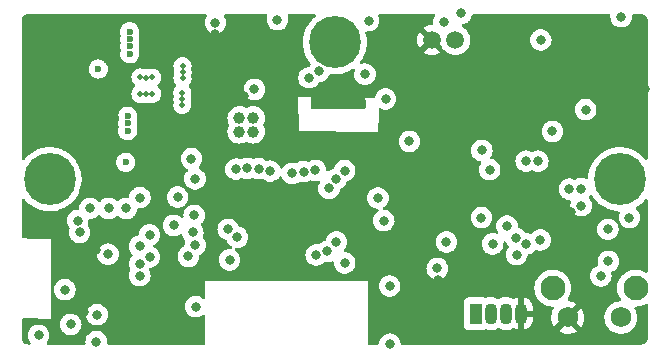
<source format=gbr>
%TF.GenerationSoftware,KiCad,Pcbnew,(6.0.7)*%
%TF.CreationDate,2022-10-19T13:05:16-04:00*%
%TF.ProjectId,PCB,5043422e-6b69-4636-9164-5f7063625858,rev?*%
%TF.SameCoordinates,Original*%
%TF.FileFunction,Copper,L3,Inr*%
%TF.FilePolarity,Positive*%
%FSLAX46Y46*%
G04 Gerber Fmt 4.6, Leading zero omitted, Abs format (unit mm)*
G04 Created by KiCad (PCBNEW (6.0.7)) date 2022-10-19 13:05:16*
%MOMM*%
%LPD*%
G01*
G04 APERTURE LIST*
%TA.AperFunction,ComponentPad*%
%ADD10C,2.100000*%
%TD*%
%TA.AperFunction,ComponentPad*%
%ADD11C,1.750000*%
%TD*%
%TA.AperFunction,ComponentPad*%
%ADD12R,1.070000X1.800000*%
%TD*%
%TA.AperFunction,ComponentPad*%
%ADD13O,1.070000X1.800000*%
%TD*%
%TA.AperFunction,ComponentPad*%
%ADD14C,1.508000*%
%TD*%
%TA.AperFunction,ComponentPad*%
%ADD15C,0.700000*%
%TD*%
%TA.AperFunction,ComponentPad*%
%ADD16C,4.400000*%
%TD*%
%TA.AperFunction,ViaPad*%
%ADD17C,0.800000*%
%TD*%
%TA.AperFunction,ViaPad*%
%ADD18C,0.600000*%
%TD*%
%TA.AperFunction,ViaPad*%
%ADD19C,0.500000*%
%TD*%
%TA.AperFunction,ViaPad*%
%ADD20C,1.000000*%
%TD*%
G04 APERTURE END LIST*
D10*
%TO.N,*%
%TO.C,SW3*%
X244120000Y-114910000D03*
X237110000Y-114910000D03*
D11*
%TO.N,SESSION_BUTTON*%
X242870000Y-117400000D03*
%TO.N,GND*%
X238370000Y-117400000D03*
%TD*%
D12*
%TO.N,Net-(D6-Pad1)*%
%TO.C,D6*%
X230600000Y-117070000D03*
D13*
%TO.N,Net-(D6-Pad2)*%
X231870000Y-117070000D03*
%TO.N,Net-(D6-Pad3)*%
X233140000Y-117070000D03*
%TO.N,GND*%
X234410000Y-117070000D03*
%TD*%
D14*
%TO.N,+BATT*%
%TO.C,J2*%
X228870000Y-93910000D03*
%TO.N,GND*%
X226870000Y-93910000D03*
%TD*%
D15*
%TO.N,N/C*%
%TO.C,H1*%
X241633274Y-104533274D03*
X242800000Y-107350000D03*
X244450000Y-105700000D03*
X241633274Y-106866726D03*
X241150000Y-105700000D03*
X243966726Y-106866726D03*
X243966726Y-104533274D03*
D16*
X242800000Y-105700000D03*
D15*
X242800000Y-104050000D03*
%TD*%
D16*
%TO.N,N/C*%
%TO.C,H3*%
X218650000Y-94100000D03*
D15*
X219816726Y-95266726D03*
X217483274Y-95266726D03*
X219816726Y-92933274D03*
X218650000Y-95750000D03*
X220300000Y-94100000D03*
X217000000Y-94100000D03*
X217483274Y-92933274D03*
X218650000Y-92450000D03*
%TD*%
%TO.N,N/C*%
%TO.C,H2*%
X194500000Y-104050000D03*
X195666726Y-104533274D03*
X192850000Y-105700000D03*
X193333274Y-104533274D03*
D16*
X194500000Y-105700000D03*
D15*
X195666726Y-106866726D03*
X196150000Y-105700000D03*
X194500000Y-107350000D03*
X193333274Y-106866726D03*
%TD*%
D17*
%TO.N,USB_D+*%
X239510000Y-107924500D03*
X239510378Y-106500378D03*
%TO.N,+5V*%
X208550496Y-92442987D03*
X227892345Y-92417655D03*
X229340000Y-91660000D03*
X242900000Y-91940000D03*
X239897372Y-99801872D03*
X211840000Y-98084500D03*
X221510000Y-92264500D03*
X237080000Y-101650000D03*
X221210000Y-96800000D03*
%TO.N,GPIO0*%
X224967457Y-102491185D03*
X210290000Y-104840000D03*
%TO.N,~{RESET}*%
X222310000Y-107280000D03*
%TO.N,+BATT*%
X213800000Y-92190000D03*
X236090000Y-93910000D03*
%TO.N,Net-(C11-Pad1)*%
X202150000Y-113860000D03*
%TO.N,Net-(R5-Pad2)*%
X235850500Y-104164500D03*
D18*
%TO.N,Vin*%
X201290000Y-94450000D03*
X198624500Y-96360000D03*
X201290000Y-93210000D03*
X201290000Y-95080000D03*
X201290000Y-93830000D03*
D17*
%TO.N,+3.3V*%
X222800000Y-109205500D03*
X227331435Y-113238972D03*
D18*
X201110000Y-100350000D03*
D17*
X206630000Y-110200000D03*
X195801203Y-115047273D03*
D18*
X201110000Y-100970000D03*
D17*
X206520000Y-103960000D03*
X241180000Y-113880000D03*
X193570000Y-118910000D03*
D18*
X200950000Y-104250000D03*
D17*
X206890000Y-116480000D03*
D18*
X201110000Y-101590000D03*
D17*
X202155000Y-107255000D03*
X198520964Y-117160273D03*
X234851018Y-104158075D03*
X238511191Y-106525500D03*
%TO.N,RGB_RED*%
X217076892Y-112100982D03*
X218162933Y-106465234D03*
X215037823Y-105205997D03*
%TO.N,RGB_GREEN*%
X216026464Y-105059047D03*
X218030000Y-111800000D03*
X218770381Y-105671502D03*
%TO.N,RGB_BLUE*%
X219490498Y-104972002D03*
X217020000Y-104950000D03*
X218790998Y-111012682D03*
%TO.N,~{CHRG}*%
X216477844Y-97105812D03*
%TO.N,~{STDBY}*%
X217315937Y-96561197D03*
%TO.N,Net-(R3-Pad2)*%
X211250743Y-104768426D03*
%TO.N,Net-(R7-Pad2)*%
X197930000Y-108154500D03*
%TO.N,Net-(R8-Pad2)*%
X196300000Y-117980000D03*
%TO.N,~{BNO_RST}*%
X202130000Y-112870000D03*
X209750000Y-112520000D03*
%TO.N,Net-(R15-Pad2)*%
X200990000Y-108164500D03*
%TO.N,Net-(R16-Pad2)*%
X199510000Y-108169500D03*
%TO.N,SESSION_BUTTON*%
X223300000Y-114740000D03*
X223320000Y-119660000D03*
X219490498Y-112772998D03*
%TO.N,I2C_SDA*%
X202970000Y-112276889D03*
X206254754Y-112226389D03*
X202970000Y-110400000D03*
X197050000Y-110200000D03*
%TO.N,I2C_SCL*%
X206820000Y-105660000D03*
X196870000Y-109200000D03*
X205350000Y-107200000D03*
X205000000Y-109600000D03*
%TO.N,PROG_DTR*%
X231100000Y-103260000D03*
X231070000Y-108950500D03*
X236050000Y-110840000D03*
%TO.N,BNO_INTERRUPT*%
X206840000Y-111260000D03*
X202120000Y-111360000D03*
X199450000Y-112040000D03*
%TO.N,BATT_READ*%
X222948453Y-98895317D03*
%TO.N,PROG_RTS*%
X232022286Y-111167214D03*
X233230000Y-109650000D03*
X228099500Y-111004500D03*
%TO.N,PROG_TX*%
X234882691Y-111161752D03*
X210398907Y-110604500D03*
%TO.N,PROG_RX*%
X234050000Y-112074000D03*
X209630000Y-109930000D03*
X234010000Y-110674500D03*
%TO.N,PROG_CTS*%
X231769500Y-104890000D03*
%TO.N,GND*%
X208480000Y-93440000D03*
X227372362Y-114237637D03*
D18*
X193310000Y-96320000D03*
D17*
X232700000Y-98500000D03*
D18*
X205980000Y-94940000D03*
D17*
X220720000Y-99050000D03*
X197390464Y-116950273D03*
D18*
X200171110Y-100472067D03*
D17*
X202150000Y-115360000D03*
D18*
X205980000Y-94340000D03*
D17*
X211495649Y-92292141D03*
X238682748Y-108485445D03*
X224721622Y-104847739D03*
D18*
X205530000Y-103410000D03*
D17*
X200470464Y-116750273D03*
D18*
X205530000Y-100950000D03*
X199370000Y-95624500D03*
D17*
X192610000Y-118060000D03*
X223960000Y-100220000D03*
X217150000Y-99020000D03*
D18*
X205530000Y-101560000D03*
D17*
X224850000Y-92814500D03*
X237910000Y-102940000D03*
X195770962Y-112920273D03*
D18*
X205530000Y-102790000D03*
D17*
X208180000Y-103045500D03*
X198430000Y-111720000D03*
D18*
X193840000Y-96800000D03*
X193830000Y-95780000D03*
D17*
X210965656Y-98661093D03*
X234100000Y-101970000D03*
X236630000Y-98500000D03*
X220980000Y-102970000D03*
X192610000Y-110080000D03*
X244880000Y-98050000D03*
X198460000Y-93340000D03*
X197935000Y-98865000D03*
D18*
X205530000Y-102170000D03*
D19*
%TO.N,Net-(L1-Pad1)*%
X205760000Y-97160000D03*
X203210000Y-97080000D03*
X202190000Y-97080000D03*
X202700000Y-97090000D03*
X205760000Y-96130000D03*
X205770000Y-96650000D03*
%TO.N,Net-(L1-Pad2)*%
X203210000Y-98470000D03*
X205740000Y-98880000D03*
X205740000Y-98360000D03*
X205740000Y-99400000D03*
X202200000Y-98490000D03*
X202710000Y-98490000D03*
D17*
%TO.N,Net-(R31-Pad1)*%
X241780000Y-109930000D03*
%TO.N,Net-(R32-Pad1)*%
X241810000Y-112650000D03*
%TO.N,Net-(R35-Pad1)*%
X243600000Y-108940000D03*
%TO.N,Net-(R37-Pad2)*%
X206750000Y-108750000D03*
%TO.N,Net-(R38-Pad2)*%
X198455000Y-119450000D03*
%TO.N,JTAG_TDI*%
X213175188Y-105009119D03*
%TO.N,JTAG_TDO*%
X212200000Y-104790000D03*
D20*
%TO.N,unconnected-(R39-Pad1)*%
X211729357Y-100510547D03*
%TO.N,unconnected-(R40-Pad1)*%
X211740000Y-101660000D03*
%TO.N,unconnected-(R41-Pad1)*%
X210579898Y-100520540D03*
%TO.N,unconnected-(R42-Pad1)*%
X210570000Y-101670000D03*
%TD*%
%TA.AperFunction,Conductor*%
%TO.N,GND*%
G36*
X207776665Y-91728502D02*
G01*
X207823158Y-91782158D01*
X207833262Y-91852432D01*
X207811539Y-91905951D01*
X207811456Y-91906043D01*
X207791851Y-91940000D01*
X207720545Y-92063506D01*
X207715969Y-92071431D01*
X207656954Y-92253059D01*
X207656264Y-92259620D01*
X207656264Y-92259622D01*
X207647935Y-92338866D01*
X207636992Y-92442987D01*
X207637682Y-92449552D01*
X207655886Y-92622749D01*
X207656954Y-92632915D01*
X207715969Y-92814543D01*
X207719272Y-92820265D01*
X207719273Y-92820266D01*
X207734782Y-92847128D01*
X207811456Y-92979931D01*
X207815874Y-92984838D01*
X207815875Y-92984839D01*
X207918216Y-93098500D01*
X207939243Y-93121853D01*
X208007751Y-93171627D01*
X208076424Y-93221521D01*
X208093744Y-93234105D01*
X208099772Y-93236789D01*
X208099774Y-93236790D01*
X208211311Y-93286449D01*
X208268208Y-93311781D01*
X208349654Y-93329093D01*
X208448552Y-93350115D01*
X208448557Y-93350115D01*
X208455009Y-93351487D01*
X208645983Y-93351487D01*
X208652435Y-93350115D01*
X208652440Y-93350115D01*
X208751338Y-93329093D01*
X208832784Y-93311781D01*
X208889681Y-93286449D01*
X209001218Y-93236790D01*
X209001220Y-93236789D01*
X209007248Y-93234105D01*
X209024569Y-93221521D01*
X209093241Y-93171627D01*
X209161749Y-93121853D01*
X209182776Y-93098500D01*
X209285117Y-92984839D01*
X209285118Y-92984838D01*
X209289536Y-92979931D01*
X209366210Y-92847128D01*
X209381719Y-92820266D01*
X209381720Y-92820265D01*
X209385023Y-92814543D01*
X209444038Y-92632915D01*
X209445107Y-92622749D01*
X209463310Y-92449552D01*
X209464000Y-92442987D01*
X209453057Y-92338866D01*
X209444728Y-92259622D01*
X209444728Y-92259620D01*
X209444038Y-92253059D01*
X209385023Y-92071431D01*
X209380448Y-92063506D01*
X209309141Y-91940000D01*
X209289536Y-91906043D01*
X209289601Y-91906006D01*
X209266654Y-91841695D01*
X209282733Y-91772543D01*
X209333647Y-91723062D01*
X209392448Y-91708500D01*
X212827772Y-91708500D01*
X212895893Y-91728502D01*
X212942386Y-91782158D01*
X212952490Y-91852432D01*
X212947606Y-91873432D01*
X212906458Y-92000072D01*
X212905768Y-92006633D01*
X212905768Y-92006635D01*
X212888107Y-92174670D01*
X212886496Y-92190000D01*
X212906458Y-92379928D01*
X212965473Y-92561556D01*
X213060960Y-92726944D01*
X213065378Y-92731851D01*
X213065379Y-92731852D01*
X213184325Y-92863955D01*
X213188747Y-92868866D01*
X213281169Y-92936015D01*
X213296632Y-92947249D01*
X213343248Y-92981118D01*
X213349276Y-92983802D01*
X213349278Y-92983803D01*
X213511681Y-93056109D01*
X213517712Y-93058794D01*
X213611113Y-93078647D01*
X213698056Y-93097128D01*
X213698061Y-93097128D01*
X213704513Y-93098500D01*
X213895487Y-93098500D01*
X213901939Y-93097128D01*
X213901944Y-93097128D01*
X213988887Y-93078647D01*
X214082288Y-93058794D01*
X214088319Y-93056109D01*
X214250722Y-92983803D01*
X214250724Y-92983802D01*
X214256752Y-92981118D01*
X214303369Y-92947249D01*
X214318831Y-92936015D01*
X214411253Y-92868866D01*
X214415675Y-92863955D01*
X214534621Y-92731852D01*
X214534622Y-92731851D01*
X214539040Y-92726944D01*
X214634527Y-92561556D01*
X214693542Y-92379928D01*
X214713504Y-92190000D01*
X214711893Y-92174670D01*
X214694232Y-92006635D01*
X214694232Y-92006633D01*
X214693542Y-92000072D01*
X214652395Y-91873435D01*
X214650367Y-91802469D01*
X214687030Y-91741671D01*
X214750742Y-91710345D01*
X214772228Y-91708500D01*
X216946093Y-91708500D01*
X217014214Y-91728502D01*
X217060707Y-91782158D01*
X217070811Y-91852432D01*
X217041317Y-91917012D01*
X217023058Y-91934261D01*
X216885514Y-92040376D01*
X216866244Y-92055243D01*
X216760595Y-92159246D01*
X216711381Y-92207693D01*
X216633513Y-92284347D01*
X216631149Y-92287314D01*
X216631146Y-92287317D01*
X216475607Y-92482506D01*
X216429991Y-92539751D01*
X216258626Y-92817757D01*
X216212226Y-92918406D01*
X216146875Y-93060166D01*
X216121902Y-93114336D01*
X216120741Y-93117940D01*
X216120741Y-93117941D01*
X216104845Y-93167304D01*
X216021797Y-93425192D01*
X216021079Y-93428903D01*
X216021078Y-93428907D01*
X215960482Y-93742105D01*
X215960481Y-93742114D01*
X215959763Y-93745824D01*
X215959496Y-93749600D01*
X215959495Y-93749605D01*
X215942322Y-93992151D01*
X215936698Y-94071585D01*
X215952936Y-94397759D01*
X215953577Y-94401490D01*
X215953578Y-94401498D01*
X216005062Y-94701118D01*
X216008241Y-94719619D01*
X216009329Y-94723258D01*
X216009330Y-94723261D01*
X216084456Y-94974462D01*
X216101814Y-95032504D01*
X216103327Y-95035975D01*
X216103329Y-95035981D01*
X216164724Y-95176844D01*
X216232297Y-95331881D01*
X216234220Y-95335152D01*
X216234222Y-95335156D01*
X216296789Y-95441586D01*
X216397802Y-95613414D01*
X216578075Y-95849627D01*
X216586259Y-95860351D01*
X216611686Y-95926638D01*
X216597239Y-95996149D01*
X216584878Y-96013769D01*
X216585198Y-96014002D01*
X216581316Y-96019345D01*
X216576897Y-96024253D01*
X216573595Y-96029972D01*
X216573593Y-96029975D01*
X216513354Y-96134312D01*
X216461971Y-96183305D01*
X216404235Y-96197312D01*
X216382357Y-96197312D01*
X216375905Y-96198684D01*
X216375900Y-96198684D01*
X216288957Y-96217165D01*
X216195556Y-96237018D01*
X216189526Y-96239703D01*
X216189525Y-96239703D01*
X216027122Y-96312009D01*
X216027120Y-96312010D01*
X216021092Y-96314694D01*
X216015751Y-96318574D01*
X216015750Y-96318575D01*
X215974365Y-96348643D01*
X215866591Y-96426946D01*
X215862170Y-96431856D01*
X215862169Y-96431857D01*
X215744684Y-96562338D01*
X215738804Y-96568868D01*
X215643317Y-96734256D01*
X215584302Y-96915884D01*
X215583612Y-96922445D01*
X215583612Y-96922447D01*
X215577118Y-96984239D01*
X215564340Y-97105812D01*
X215565030Y-97112377D01*
X215580845Y-97262845D01*
X215584302Y-97295740D01*
X215643317Y-97477368D01*
X215646620Y-97483090D01*
X215646621Y-97483091D01*
X215661523Y-97508902D01*
X215738804Y-97642756D01*
X215743222Y-97647663D01*
X215743223Y-97647664D01*
X215858830Y-97776059D01*
X215866591Y-97784678D01*
X215907774Y-97814599D01*
X216014106Y-97891854D01*
X216021092Y-97896930D01*
X216027120Y-97899614D01*
X216027122Y-97899615D01*
X216189525Y-97971921D01*
X216195556Y-97974606D01*
X216259459Y-97988189D01*
X216375900Y-98012940D01*
X216375905Y-98012940D01*
X216382357Y-98014312D01*
X216573331Y-98014312D01*
X216579783Y-98012940D01*
X216579788Y-98012940D01*
X216696229Y-97988189D01*
X216760132Y-97974606D01*
X216766163Y-97971921D01*
X216928566Y-97899615D01*
X216928568Y-97899614D01*
X216934596Y-97896930D01*
X216941583Y-97891854D01*
X217047914Y-97814599D01*
X217089097Y-97784678D01*
X217096858Y-97776059D01*
X217212465Y-97647664D01*
X217212466Y-97647663D01*
X217216884Y-97642756D01*
X217258521Y-97570639D01*
X217280427Y-97532697D01*
X217331810Y-97483704D01*
X217389546Y-97469697D01*
X217411424Y-97469697D01*
X217417876Y-97468325D01*
X217417881Y-97468325D01*
X217504825Y-97449844D01*
X217598225Y-97429991D01*
X217652932Y-97405634D01*
X217766659Y-97355000D01*
X217766661Y-97354999D01*
X217772689Y-97352315D01*
X217785724Y-97342845D01*
X217853803Y-97293382D01*
X217927190Y-97240063D01*
X217949121Y-97215706D01*
X218050558Y-97103049D01*
X218050559Y-97103048D01*
X218054977Y-97098141D01*
X218119201Y-96986902D01*
X218147160Y-96938476D01*
X218147161Y-96938475D01*
X218150464Y-96932753D01*
X218168807Y-96876299D01*
X218208880Y-96817693D01*
X218274277Y-96790056D01*
X218298197Y-96789598D01*
X218603602Y-96812829D01*
X218603607Y-96812829D01*
X218607379Y-96813116D01*
X218933633Y-96798586D01*
X218939844Y-96797552D01*
X219252037Y-96745590D01*
X219252042Y-96745589D01*
X219255778Y-96744967D01*
X219569149Y-96653034D01*
X219572616Y-96651544D01*
X219572620Y-96651543D01*
X219865721Y-96525616D01*
X219865723Y-96525615D01*
X219869205Y-96524119D01*
X220151601Y-96360091D01*
X220154623Y-96357810D01*
X220154633Y-96357803D01*
X220158230Y-96355087D01*
X220224649Y-96330005D01*
X220294084Y-96344813D01*
X220344490Y-96394810D01*
X220359865Y-96464122D01*
X220353983Y-96494582D01*
X220342748Y-96529160D01*
X220316458Y-96610072D01*
X220315768Y-96616633D01*
X220315768Y-96616635D01*
X220306239Y-96707297D01*
X220296496Y-96800000D01*
X220297186Y-96806565D01*
X220309366Y-96922447D01*
X220316458Y-96989928D01*
X220375473Y-97171556D01*
X220470960Y-97336944D01*
X220475378Y-97341851D01*
X220475379Y-97341852D01*
X220589256Y-97468325D01*
X220598747Y-97478866D01*
X220753248Y-97591118D01*
X220759276Y-97593802D01*
X220759278Y-97593803D01*
X220911902Y-97661755D01*
X220927712Y-97668794D01*
X221018022Y-97687990D01*
X221108056Y-97707128D01*
X221108061Y-97707128D01*
X221114513Y-97708500D01*
X221305487Y-97708500D01*
X221311939Y-97707128D01*
X221311944Y-97707128D01*
X221401978Y-97687990D01*
X221492288Y-97668794D01*
X221508098Y-97661755D01*
X221660722Y-97593803D01*
X221660724Y-97593802D01*
X221666752Y-97591118D01*
X221821253Y-97478866D01*
X221830744Y-97468325D01*
X221944621Y-97341852D01*
X221944622Y-97341851D01*
X221949040Y-97336944D01*
X222044527Y-97171556D01*
X222103542Y-96989928D01*
X222110635Y-96922447D01*
X222122814Y-96806565D01*
X222123504Y-96800000D01*
X222113761Y-96707297D01*
X222104232Y-96616635D01*
X222104232Y-96616633D01*
X222103542Y-96610072D01*
X222044527Y-96428444D01*
X222024613Y-96393951D01*
X222003742Y-96357803D01*
X221949040Y-96263056D01*
X221880329Y-96186744D01*
X221825675Y-96126045D01*
X221825674Y-96126044D01*
X221821253Y-96121134D01*
X221673799Y-96014002D01*
X221672094Y-96012763D01*
X221672093Y-96012762D01*
X221666752Y-96008882D01*
X221660724Y-96006198D01*
X221660722Y-96006197D01*
X221498319Y-95933891D01*
X221498318Y-95933891D01*
X221492288Y-95931206D01*
X221398888Y-95911353D01*
X221311944Y-95892872D01*
X221311939Y-95892872D01*
X221305487Y-95891500D01*
X221114513Y-95891500D01*
X221108061Y-95892872D01*
X221108056Y-95892872D01*
X220943567Y-95927836D01*
X220872776Y-95922434D01*
X220816144Y-95879617D01*
X220791650Y-95812980D01*
X220807071Y-95743678D01*
X220819654Y-95725044D01*
X220853549Y-95683410D01*
X220874074Y-95650880D01*
X221025788Y-95410428D01*
X221025790Y-95410425D01*
X221027815Y-95407215D01*
X221037498Y-95386778D01*
X221146526Y-95156646D01*
X221167638Y-95112084D01*
X221171054Y-95101845D01*
X221217365Y-94963034D01*
X226181521Y-94963034D01*
X226190817Y-94975049D01*
X226232081Y-95003942D01*
X226241576Y-95009425D01*
X226431740Y-95098099D01*
X226442032Y-95101845D01*
X226644704Y-95156151D01*
X226655499Y-95158054D01*
X226864525Y-95176342D01*
X226875475Y-95176342D01*
X227084501Y-95158054D01*
X227095296Y-95156151D01*
X227297968Y-95101845D01*
X227308260Y-95098099D01*
X227498424Y-95009425D01*
X227507919Y-95003942D01*
X227550021Y-94974462D01*
X227558396Y-94963985D01*
X227551328Y-94950538D01*
X226882812Y-94282022D01*
X226868868Y-94274408D01*
X226867035Y-94274539D01*
X226860420Y-94278790D01*
X226187951Y-94951259D01*
X226181521Y-94963034D01*
X221217365Y-94963034D01*
X221269790Y-94805897D01*
X221269792Y-94805891D01*
X221270992Y-94802293D01*
X221336381Y-94482329D01*
X221338689Y-94453962D01*
X221362674Y-94159061D01*
X221362856Y-94156826D01*
X221363451Y-94100000D01*
X221363191Y-94095676D01*
X221352327Y-93915475D01*
X225603658Y-93915475D01*
X225621946Y-94124501D01*
X225623849Y-94135296D01*
X225678155Y-94337968D01*
X225681901Y-94348260D01*
X225770577Y-94538425D01*
X225776055Y-94547915D01*
X225805539Y-94590022D01*
X225816015Y-94598396D01*
X225829463Y-94591327D01*
X226497978Y-93922812D01*
X226505592Y-93908868D01*
X226505461Y-93907035D01*
X226501210Y-93900420D01*
X225828741Y-93227951D01*
X225816967Y-93221521D01*
X225804951Y-93230817D01*
X225776055Y-93272085D01*
X225770577Y-93281575D01*
X225681901Y-93471740D01*
X225678155Y-93482032D01*
X225623849Y-93684704D01*
X225621946Y-93695499D01*
X225603658Y-93904525D01*
X225603658Y-93915475D01*
X221352327Y-93915475D01*
X221344026Y-93777793D01*
X221344026Y-93777789D01*
X221343798Y-93774015D01*
X221338650Y-93745824D01*
X221285805Y-93456473D01*
X221285804Y-93456469D01*
X221285125Y-93452751D01*
X221284006Y-93449147D01*
X221284004Y-93449139D01*
X221246729Y-93329093D01*
X221245631Y-93258104D01*
X221283087Y-93197792D01*
X221347204Y-93167304D01*
X221393261Y-93168483D01*
X221408052Y-93171627D01*
X221408055Y-93171627D01*
X221414513Y-93173000D01*
X221605487Y-93173000D01*
X221611939Y-93171628D01*
X221611944Y-93171628D01*
X221698888Y-93153147D01*
X221792288Y-93133294D01*
X221809264Y-93125736D01*
X221960722Y-93058303D01*
X221960724Y-93058302D01*
X221966752Y-93055618D01*
X221986589Y-93041206D01*
X222041239Y-93001500D01*
X222121253Y-92943366D01*
X222184837Y-92872749D01*
X222244621Y-92806352D01*
X222244622Y-92806351D01*
X222249040Y-92801444D01*
X222312896Y-92690843D01*
X222341223Y-92641779D01*
X222341224Y-92641778D01*
X222344527Y-92636056D01*
X222403542Y-92454428D01*
X222404745Y-92442987D01*
X222422814Y-92271065D01*
X222423504Y-92264500D01*
X222412677Y-92161484D01*
X222404232Y-92081135D01*
X222404232Y-92081133D01*
X222403542Y-92074572D01*
X222344527Y-91892944D01*
X222341221Y-91887219D01*
X222340568Y-91885751D01*
X222331132Y-91815384D01*
X222361238Y-91751087D01*
X222421326Y-91713272D01*
X222455674Y-91708500D01*
X227034493Y-91708500D01*
X227102614Y-91728502D01*
X227149107Y-91782158D01*
X227159211Y-91852432D01*
X227143612Y-91897500D01*
X227080603Y-92006635D01*
X227057818Y-92046099D01*
X226998803Y-92227727D01*
X226998113Y-92234288D01*
X226998113Y-92234290D01*
X226996120Y-92253250D01*
X226978841Y-92417655D01*
X226979531Y-92424220D01*
X226987967Y-92504488D01*
X226975195Y-92574326D01*
X226926692Y-92626173D01*
X226869870Y-92641689D01*
X226870000Y-92643179D01*
X226655499Y-92661946D01*
X226644704Y-92663849D01*
X226442032Y-92718155D01*
X226431740Y-92721901D01*
X226241575Y-92810577D01*
X226232085Y-92816055D01*
X226189978Y-92845539D01*
X226181604Y-92856015D01*
X226188673Y-92869463D01*
X227677764Y-94358554D01*
X227702864Y-94394399D01*
X227720233Y-94431646D01*
X227772466Y-94543661D01*
X227899174Y-94724620D01*
X228055380Y-94880826D01*
X228059888Y-94883983D01*
X228059891Y-94883985D01*
X228231208Y-95003942D01*
X228236338Y-95007534D01*
X228241320Y-95009857D01*
X228241325Y-95009860D01*
X228382420Y-95075653D01*
X228436550Y-95100894D01*
X228441858Y-95102316D01*
X228441860Y-95102317D01*
X228478311Y-95112084D01*
X228649932Y-95158070D01*
X228870000Y-95177323D01*
X229090068Y-95158070D01*
X229261689Y-95112084D01*
X229298140Y-95102317D01*
X229298142Y-95102316D01*
X229303450Y-95100894D01*
X229357580Y-95075653D01*
X229498675Y-95009860D01*
X229498680Y-95009857D01*
X229503662Y-95007534D01*
X229508792Y-95003942D01*
X229680109Y-94883985D01*
X229680112Y-94883983D01*
X229684620Y-94880826D01*
X229840826Y-94724620D01*
X229967534Y-94543661D01*
X229997903Y-94478536D01*
X230058571Y-94348432D01*
X230058572Y-94348431D01*
X230060894Y-94343450D01*
X230118070Y-94130068D01*
X230137323Y-93910000D01*
X235176496Y-93910000D01*
X235177186Y-93916565D01*
X235193878Y-94075377D01*
X235196458Y-94099928D01*
X235255473Y-94281556D01*
X235350960Y-94446944D01*
X235355378Y-94451851D01*
X235355379Y-94451852D01*
X235474325Y-94583955D01*
X235478747Y-94588866D01*
X235633248Y-94701118D01*
X235639276Y-94703802D01*
X235639278Y-94703803D01*
X235801681Y-94776109D01*
X235807712Y-94778794D01*
X235891115Y-94796522D01*
X235988056Y-94817128D01*
X235988061Y-94817128D01*
X235994513Y-94818500D01*
X236185487Y-94818500D01*
X236191939Y-94817128D01*
X236191944Y-94817128D01*
X236288885Y-94796522D01*
X236372288Y-94778794D01*
X236378319Y-94776109D01*
X236540722Y-94703803D01*
X236540724Y-94703802D01*
X236546752Y-94701118D01*
X236701253Y-94588866D01*
X236705675Y-94583955D01*
X236824621Y-94451852D01*
X236824622Y-94451851D01*
X236829040Y-94446944D01*
X236924527Y-94281556D01*
X236983542Y-94099928D01*
X236986123Y-94075377D01*
X237002814Y-93916565D01*
X237003504Y-93910000D01*
X236983542Y-93720072D01*
X236924527Y-93538444D01*
X236829040Y-93373056D01*
X236778518Y-93316945D01*
X236705675Y-93236045D01*
X236705674Y-93236044D01*
X236701253Y-93231134D01*
X236568477Y-93134666D01*
X236552094Y-93122763D01*
X236552093Y-93122762D01*
X236546752Y-93118882D01*
X236540724Y-93116198D01*
X236540722Y-93116197D01*
X236378319Y-93043891D01*
X236378318Y-93043891D01*
X236372288Y-93041206D01*
X236266336Y-93018685D01*
X236191944Y-93002872D01*
X236191939Y-93002872D01*
X236185487Y-93001500D01*
X235994513Y-93001500D01*
X235988061Y-93002872D01*
X235988056Y-93002872D01*
X235913664Y-93018685D01*
X235807712Y-93041206D01*
X235801682Y-93043891D01*
X235801681Y-93043891D01*
X235639278Y-93116197D01*
X235639276Y-93116198D01*
X235633248Y-93118882D01*
X235627907Y-93122762D01*
X235627906Y-93122763D01*
X235611523Y-93134666D01*
X235478747Y-93231134D01*
X235474326Y-93236044D01*
X235474325Y-93236045D01*
X235401483Y-93316945D01*
X235350960Y-93373056D01*
X235255473Y-93538444D01*
X235196458Y-93720072D01*
X235176496Y-93910000D01*
X230137323Y-93910000D01*
X230118070Y-93689932D01*
X230073067Y-93521981D01*
X230062317Y-93481860D01*
X230062316Y-93481858D01*
X230060894Y-93476550D01*
X230038678Y-93428907D01*
X229969857Y-93281320D01*
X229969855Y-93281317D01*
X229967534Y-93276339D01*
X229840826Y-93095380D01*
X229684620Y-92939174D01*
X229680112Y-92936017D01*
X229680109Y-92936015D01*
X229508171Y-92815623D01*
X229508169Y-92815622D01*
X229503662Y-92812466D01*
X229498680Y-92810143D01*
X229498675Y-92810140D01*
X229464235Y-92794081D01*
X229410950Y-92747164D01*
X229391489Y-92678887D01*
X229412031Y-92610927D01*
X229466053Y-92564861D01*
X229491288Y-92556639D01*
X229497724Y-92555271D01*
X229622288Y-92528794D01*
X229628319Y-92526109D01*
X229790722Y-92453803D01*
X229790724Y-92453802D01*
X229796752Y-92451118D01*
X229807944Y-92442987D01*
X229903769Y-92373365D01*
X229951253Y-92338866D01*
X230012301Y-92271065D01*
X230074621Y-92201852D01*
X230074622Y-92201851D01*
X230079040Y-92196944D01*
X230140937Y-92089735D01*
X230171223Y-92037279D01*
X230171224Y-92037278D01*
X230174527Y-92031556D01*
X230225211Y-91875569D01*
X230231502Y-91856207D01*
X230231502Y-91856205D01*
X230233542Y-91849928D01*
X230236548Y-91821329D01*
X230263562Y-91755672D01*
X230321783Y-91715043D01*
X230361858Y-91708500D01*
X241870890Y-91708500D01*
X241939011Y-91728502D01*
X241985504Y-91782158D01*
X241996200Y-91847670D01*
X241990963Y-91897500D01*
X241986496Y-91940000D01*
X241987186Y-91946565D01*
X242002234Y-92089735D01*
X242006458Y-92129928D01*
X242065473Y-92311556D01*
X242160960Y-92476944D01*
X242165378Y-92481851D01*
X242165379Y-92481852D01*
X242237145Y-92561556D01*
X242288747Y-92618866D01*
X242387814Y-92690843D01*
X242399905Y-92699627D01*
X242443248Y-92731118D01*
X242449276Y-92733802D01*
X242449278Y-92733803D01*
X242611681Y-92806109D01*
X242617712Y-92808794D01*
X242711113Y-92828647D01*
X242798056Y-92847128D01*
X242798061Y-92847128D01*
X242804513Y-92848500D01*
X242995487Y-92848500D01*
X243001939Y-92847128D01*
X243001944Y-92847128D01*
X243088887Y-92828647D01*
X243182288Y-92808794D01*
X243188319Y-92806109D01*
X243350722Y-92733803D01*
X243350724Y-92733802D01*
X243356752Y-92731118D01*
X243400096Y-92699627D01*
X243412186Y-92690843D01*
X243511253Y-92618866D01*
X243562855Y-92561556D01*
X243634621Y-92481852D01*
X243634622Y-92481851D01*
X243639040Y-92476944D01*
X243734527Y-92311556D01*
X243793542Y-92129928D01*
X243797767Y-92089735D01*
X243812814Y-91946565D01*
X243813504Y-91940000D01*
X243809037Y-91897500D01*
X243803800Y-91847670D01*
X243816572Y-91777832D01*
X243865074Y-91725985D01*
X243929110Y-91708500D01*
X244600633Y-91708500D01*
X244620018Y-91710000D01*
X244634852Y-91712310D01*
X244634855Y-91712310D01*
X244643724Y-91713691D01*
X244652625Y-91712527D01*
X244661600Y-91712637D01*
X244661598Y-91712765D01*
X244683059Y-91712739D01*
X244746123Y-91720823D01*
X244758161Y-91722366D01*
X244789168Y-91730449D01*
X244875345Y-91765120D01*
X244903310Y-91780763D01*
X244977958Y-91836053D01*
X245001074Y-91858244D01*
X245059361Y-91930576D01*
X245076130Y-91957880D01*
X245114287Y-92042574D01*
X245123627Y-92073224D01*
X245134812Y-92139057D01*
X245135648Y-92143980D01*
X245137377Y-92161484D01*
X245137499Y-92165746D01*
X245136480Y-92174670D01*
X245139181Y-92190327D01*
X245139666Y-92193139D01*
X245141500Y-92214557D01*
X245141500Y-103931621D01*
X245121498Y-103999742D01*
X245067842Y-104046235D01*
X244997568Y-104056339D01*
X244932988Y-104026845D01*
X244916143Y-104009108D01*
X244837726Y-103908558D01*
X244837724Y-103908556D01*
X244835390Y-103905563D01*
X244605070Y-103674034D01*
X244348603Y-103471852D01*
X244069705Y-103301945D01*
X244066261Y-103300379D01*
X244066257Y-103300377D01*
X243954523Y-103249575D01*
X243772414Y-103166775D01*
X243461037Y-103068300D01*
X243217012Y-103022411D01*
X243143809Y-103008645D01*
X243143807Y-103008645D01*
X243140086Y-103007945D01*
X242814208Y-102986586D01*
X242810428Y-102986794D01*
X242810427Y-102986794D01*
X242712897Y-102992162D01*
X242488124Y-103004532D01*
X242484397Y-103005193D01*
X242484393Y-103005193D01*
X242327340Y-103033027D01*
X242166557Y-103061522D01*
X242162941Y-103062624D01*
X242162933Y-103062626D01*
X241857789Y-103155627D01*
X241854167Y-103156731D01*
X241555477Y-103288781D01*
X241530041Y-103303914D01*
X241278074Y-103453817D01*
X241278068Y-103453821D01*
X241274814Y-103455757D01*
X241271812Y-103458073D01*
X241039529Y-103637279D01*
X241016244Y-103655243D01*
X241013534Y-103657911D01*
X240808321Y-103859926D01*
X240783513Y-103884347D01*
X240781149Y-103887314D01*
X240781146Y-103887317D01*
X240609465Y-104102763D01*
X240579991Y-104139751D01*
X240408626Y-104417757D01*
X240407037Y-104421204D01*
X240275583Y-104706352D01*
X240271902Y-104714336D01*
X240270741Y-104717940D01*
X240270741Y-104717941D01*
X240262196Y-104744477D01*
X240171797Y-105025192D01*
X240171079Y-105028903D01*
X240171078Y-105028907D01*
X240110482Y-105342105D01*
X240110481Y-105342114D01*
X240109763Y-105345824D01*
X240109496Y-105349600D01*
X240109495Y-105349605D01*
X240093155Y-105580386D01*
X240068392Y-105646924D01*
X240011587Y-105689511D01*
X239940775Y-105694627D01*
X239916221Y-105686594D01*
X239798697Y-105634269D01*
X239798696Y-105634269D01*
X239792666Y-105631584D01*
X239699266Y-105611731D01*
X239612322Y-105593250D01*
X239612317Y-105593250D01*
X239605865Y-105591878D01*
X239414891Y-105591878D01*
X239408439Y-105593250D01*
X239408434Y-105593250D01*
X239321491Y-105611731D01*
X239228090Y-105631584D01*
X239222060Y-105634269D01*
X239222059Y-105634269D01*
X239101411Y-105687985D01*
X239053626Y-105709260D01*
X239048288Y-105713139D01*
X239048131Y-105713229D01*
X238979136Y-105729967D01*
X238933882Y-105719217D01*
X238799510Y-105659391D01*
X238799509Y-105659391D01*
X238793479Y-105656706D01*
X238700078Y-105636853D01*
X238613135Y-105618372D01*
X238613130Y-105618372D01*
X238606678Y-105617000D01*
X238415704Y-105617000D01*
X238409252Y-105618372D01*
X238409247Y-105618372D01*
X238322304Y-105636853D01*
X238228903Y-105656706D01*
X238222873Y-105659391D01*
X238222872Y-105659391D01*
X238060469Y-105731697D01*
X238060467Y-105731698D01*
X238054439Y-105734382D01*
X238049098Y-105738262D01*
X238049097Y-105738263D01*
X238014885Y-105763120D01*
X237899938Y-105846634D01*
X237895517Y-105851544D01*
X237895516Y-105851545D01*
X237791068Y-105967547D01*
X237772151Y-105988556D01*
X237676664Y-106153944D01*
X237617649Y-106335572D01*
X237616959Y-106342133D01*
X237616959Y-106342135D01*
X237604711Y-106458669D01*
X237597687Y-106525500D01*
X237598377Y-106532065D01*
X237612746Y-106668774D01*
X237617649Y-106715428D01*
X237676664Y-106897056D01*
X237679967Y-106902778D01*
X237679968Y-106902779D01*
X237696770Y-106931881D01*
X237772151Y-107062444D01*
X237776569Y-107067351D01*
X237776570Y-107067352D01*
X237850307Y-107149245D01*
X237899938Y-107204366D01*
X237977888Y-107261000D01*
X238036234Y-107303391D01*
X238054439Y-107316618D01*
X238060467Y-107319302D01*
X238060469Y-107319303D01*
X238222872Y-107391609D01*
X238228903Y-107394294D01*
X238322303Y-107414147D01*
X238409247Y-107432628D01*
X238409252Y-107432628D01*
X238415704Y-107434000D01*
X238540696Y-107434000D01*
X238608817Y-107454002D01*
X238655310Y-107507658D01*
X238665414Y-107577932D01*
X238660529Y-107598936D01*
X238616458Y-107734572D01*
X238615768Y-107741133D01*
X238615768Y-107741135D01*
X238601046Y-107881206D01*
X238596496Y-107924500D01*
X238597186Y-107931065D01*
X238613732Y-108088488D01*
X238616458Y-108114428D01*
X238675473Y-108296056D01*
X238678776Y-108301778D01*
X238678777Y-108301779D01*
X238705385Y-108347865D01*
X238770960Y-108461444D01*
X238898747Y-108603366D01*
X238974148Y-108658148D01*
X239020053Y-108691500D01*
X239053248Y-108715618D01*
X239059276Y-108718302D01*
X239059278Y-108718303D01*
X239206592Y-108783891D01*
X239227712Y-108793294D01*
X239319306Y-108812763D01*
X239408056Y-108831628D01*
X239408061Y-108831628D01*
X239414513Y-108833000D01*
X239605487Y-108833000D01*
X239611939Y-108831628D01*
X239611944Y-108831628D01*
X239700694Y-108812763D01*
X239792288Y-108793294D01*
X239813408Y-108783891D01*
X239960722Y-108718303D01*
X239960724Y-108718302D01*
X239966752Y-108715618D01*
X239999948Y-108691500D01*
X240045852Y-108658148D01*
X240121253Y-108603366D01*
X240249040Y-108461444D01*
X240314615Y-108347865D01*
X240341223Y-108301779D01*
X240341224Y-108301778D01*
X240344527Y-108296056D01*
X240403542Y-108114428D01*
X240406269Y-108088488D01*
X240422814Y-107931065D01*
X240423504Y-107924500D01*
X240418954Y-107881206D01*
X240404232Y-107741135D01*
X240404232Y-107741133D01*
X240403542Y-107734572D01*
X240344527Y-107552944D01*
X240336652Y-107539303D01*
X240282164Y-107444928D01*
X240249040Y-107387556D01*
X240167465Y-107296957D01*
X240136749Y-107232952D01*
X240145513Y-107162498D01*
X240167466Y-107128339D01*
X240249418Y-107037322D01*
X240250791Y-107038558D01*
X240299916Y-107000687D01*
X240370653Y-106994621D01*
X240433440Y-107027760D01*
X240454236Y-107054253D01*
X240547802Y-107213414D01*
X240550103Y-107216429D01*
X240743631Y-107470012D01*
X240743636Y-107470017D01*
X240745931Y-107473025D01*
X240805070Y-107533733D01*
X240925424Y-107657279D01*
X240973814Y-107706953D01*
X241046635Y-107765607D01*
X241225196Y-107909431D01*
X241225201Y-107909435D01*
X241228149Y-107911809D01*
X241505253Y-108084627D01*
X241801112Y-108222903D01*
X241888478Y-108251543D01*
X242010366Y-108291500D01*
X242111440Y-108324634D01*
X242431742Y-108388346D01*
X242435514Y-108388633D01*
X242435522Y-108388634D01*
X242654730Y-108405308D01*
X242721137Y-108430419D01*
X242763427Y-108487447D01*
X242768171Y-108558285D01*
X242765006Y-108569881D01*
X242706458Y-108750072D01*
X242705768Y-108756633D01*
X242705768Y-108756635D01*
X242696643Y-108843459D01*
X242686496Y-108940000D01*
X242687186Y-108946565D01*
X242705286Y-109118774D01*
X242706458Y-109129928D01*
X242765473Y-109311556D01*
X242860960Y-109476944D01*
X242865378Y-109481851D01*
X242865379Y-109481852D01*
X242882292Y-109500636D01*
X242988747Y-109618866D01*
X243031599Y-109650000D01*
X243136266Y-109726045D01*
X243143248Y-109731118D01*
X243149276Y-109733802D01*
X243149278Y-109733803D01*
X243307688Y-109804331D01*
X243317712Y-109808794D01*
X243410157Y-109828444D01*
X243498056Y-109847128D01*
X243498061Y-109847128D01*
X243504513Y-109848500D01*
X243695487Y-109848500D01*
X243701939Y-109847128D01*
X243701944Y-109847128D01*
X243789843Y-109828444D01*
X243882288Y-109808794D01*
X243892312Y-109804331D01*
X244050722Y-109733803D01*
X244050724Y-109733802D01*
X244056752Y-109731118D01*
X244063735Y-109726045D01*
X244168401Y-109650000D01*
X244211253Y-109618866D01*
X244317708Y-109500636D01*
X244334621Y-109481852D01*
X244334622Y-109481851D01*
X244339040Y-109476944D01*
X244434527Y-109311556D01*
X244493542Y-109129928D01*
X244494715Y-109118774D01*
X244512814Y-108946565D01*
X244513504Y-108940000D01*
X244503357Y-108843459D01*
X244494232Y-108756635D01*
X244494232Y-108756633D01*
X244493542Y-108750072D01*
X244434527Y-108568444D01*
X244429694Y-108560072D01*
X244344848Y-108413116D01*
X244339040Y-108403056D01*
X244334454Y-108397962D01*
X244215675Y-108266045D01*
X244215674Y-108266044D01*
X244211253Y-108261134D01*
X244177649Y-108236719D01*
X244134295Y-108180496D01*
X244128220Y-108109760D01*
X244161352Y-108046968D01*
X244188424Y-108025829D01*
X244248184Y-107991118D01*
X244301601Y-107960091D01*
X244562245Y-107763324D01*
X244710640Y-107620271D01*
X244794632Y-107539303D01*
X244794635Y-107539300D01*
X244797363Y-107536670D01*
X244917789Y-107388750D01*
X244976306Y-107348553D01*
X245047269Y-107346373D01*
X245108146Y-107382905D01*
X245139607Y-107446550D01*
X245141499Y-107468302D01*
X245141499Y-113483135D01*
X245121497Y-113551256D01*
X245067841Y-113597749D01*
X244997567Y-113607853D01*
X244949668Y-113590570D01*
X244829732Y-113517073D01*
X244672305Y-113451864D01*
X244607665Y-113425089D01*
X244607663Y-113425088D01*
X244603092Y-113423195D01*
X244520437Y-113403351D01*
X244369370Y-113367083D01*
X244369364Y-113367082D01*
X244364557Y-113365928D01*
X244120000Y-113346681D01*
X243875443Y-113365928D01*
X243870636Y-113367082D01*
X243870630Y-113367083D01*
X243719563Y-113403351D01*
X243636908Y-113423195D01*
X243632337Y-113425088D01*
X243632335Y-113425089D01*
X243567695Y-113451864D01*
X243410268Y-113517073D01*
X243329119Y-113566801D01*
X243205330Y-113642658D01*
X243205327Y-113642660D01*
X243201104Y-113645248D01*
X243197340Y-113648463D01*
X243197337Y-113648465D01*
X243048113Y-113775916D01*
X243014567Y-113804567D01*
X243011359Y-113808323D01*
X242887995Y-113952763D01*
X242855248Y-113991104D01*
X242852660Y-113995327D01*
X242852658Y-113995330D01*
X242829712Y-114032775D01*
X242727073Y-114200268D01*
X242708432Y-114245271D01*
X242643574Y-114401852D01*
X242633195Y-114426908D01*
X242632040Y-114431720D01*
X242578723Y-114653803D01*
X242575928Y-114665443D01*
X242556681Y-114910000D01*
X242575928Y-115154557D01*
X242633195Y-115393092D01*
X242727073Y-115619732D01*
X242853469Y-115825992D01*
X242872006Y-115894524D01*
X242850549Y-115962201D01*
X242795910Y-116007534D01*
X242765098Y-116016374D01*
X242548278Y-116049552D01*
X242332035Y-116120231D01*
X242327447Y-116122619D01*
X242327443Y-116122621D01*
X242222325Y-116177342D01*
X242130239Y-116225279D01*
X242126106Y-116228382D01*
X242126103Y-116228384D01*
X241981620Y-116336865D01*
X241948310Y-116361875D01*
X241944738Y-116365613D01*
X241834083Y-116481407D01*
X241791133Y-116526351D01*
X241662931Y-116714289D01*
X241660758Y-116718971D01*
X241660756Y-116718974D01*
X241617796Y-116811525D01*
X241567145Y-116920643D01*
X241506348Y-117139869D01*
X241505799Y-117145006D01*
X241484020Y-117348794D01*
X241482172Y-117366082D01*
X241482469Y-117371234D01*
X241482469Y-117371238D01*
X241488843Y-117481778D01*
X241495268Y-117593206D01*
X241496405Y-117598252D01*
X241496406Y-117598258D01*
X241510068Y-117658878D01*
X241545283Y-117815141D01*
X241630875Y-118025927D01*
X241749744Y-118219904D01*
X241753128Y-118223810D01*
X241753129Y-118223812D01*
X241756108Y-118227251D01*
X241898698Y-118391861D01*
X242073737Y-118537181D01*
X242078189Y-118539783D01*
X242078194Y-118539786D01*
X242172199Y-118594718D01*
X242270160Y-118651962D01*
X242482693Y-118733120D01*
X242487759Y-118734151D01*
X242487760Y-118734151D01*
X242573034Y-118751500D01*
X242705627Y-118778476D01*
X242833437Y-118783163D01*
X242927811Y-118786624D01*
X242927815Y-118786624D01*
X242932975Y-118786813D01*
X242938095Y-118786157D01*
X242938097Y-118786157D01*
X243153504Y-118758563D01*
X243153505Y-118758563D01*
X243158632Y-118757906D01*
X243163582Y-118756421D01*
X243371591Y-118694015D01*
X243371592Y-118694014D01*
X243376537Y-118692531D01*
X243580839Y-118592444D01*
X243585043Y-118589446D01*
X243585047Y-118589443D01*
X243761847Y-118463333D01*
X243761849Y-118463331D01*
X243766051Y-118460334D01*
X243927199Y-118299747D01*
X243979293Y-118227251D01*
X244056938Y-118119198D01*
X244056942Y-118119192D01*
X244059956Y-118114997D01*
X244160755Y-117911046D01*
X244226890Y-117693370D01*
X244233010Y-117646887D01*
X244256148Y-117471136D01*
X244256148Y-117471132D01*
X244256585Y-117467815D01*
X244258242Y-117400000D01*
X244239601Y-117173264D01*
X244184178Y-116952617D01*
X244118884Y-116802452D01*
X244095522Y-116748722D01*
X244095520Y-116748719D01*
X244093462Y-116743985D01*
X244042939Y-116665888D01*
X244022732Y-116597828D01*
X244042528Y-116529647D01*
X244096044Y-116482993D01*
X244138845Y-116471836D01*
X244203456Y-116466751D01*
X244364557Y-116454072D01*
X244369364Y-116452918D01*
X244369370Y-116452917D01*
X244520437Y-116416649D01*
X244603092Y-116396805D01*
X244607663Y-116394912D01*
X244607665Y-116394911D01*
X244747799Y-116336865D01*
X244829732Y-116302927D01*
X244949667Y-116229431D01*
X245018198Y-116210894D01*
X245085874Y-116232350D01*
X245131207Y-116286990D01*
X245141499Y-116336865D01*
X245141499Y-119150633D01*
X245139999Y-119170018D01*
X245137689Y-119184851D01*
X245137689Y-119184855D01*
X245136308Y-119193724D01*
X245137472Y-119202626D01*
X245137472Y-119202631D01*
X245137488Y-119202750D01*
X245137759Y-119233187D01*
X245130765Y-119295262D01*
X245124487Y-119322767D01*
X245097512Y-119399858D01*
X245085273Y-119425272D01*
X245061068Y-119463794D01*
X245041821Y-119494426D01*
X245024229Y-119516485D01*
X244966485Y-119574229D01*
X244944426Y-119591821D01*
X244877902Y-119633621D01*
X244875274Y-119635272D01*
X244849858Y-119647512D01*
X244772767Y-119674487D01*
X244745263Y-119680765D01*
X244689775Y-119687017D01*
X244674132Y-119686922D01*
X244674121Y-119687799D01*
X244665149Y-119687689D01*
X244656276Y-119686308D01*
X244647374Y-119687472D01*
X244647371Y-119687472D01*
X244624715Y-119690435D01*
X244608378Y-119691499D01*
X224350266Y-119691499D01*
X224282145Y-119671497D01*
X224235652Y-119617841D01*
X224224956Y-119578670D01*
X224214232Y-119476634D01*
X224214231Y-119476631D01*
X224213542Y-119470072D01*
X224154527Y-119288444D01*
X224123369Y-119234476D01*
X224087515Y-119172376D01*
X224059040Y-119123056D01*
X224038216Y-119099928D01*
X223935675Y-118986045D01*
X223935674Y-118986044D01*
X223931253Y-118981134D01*
X223803754Y-118888500D01*
X223782094Y-118872763D01*
X223782093Y-118872762D01*
X223776752Y-118868882D01*
X223770724Y-118866198D01*
X223770722Y-118866197D01*
X223608319Y-118793891D01*
X223608318Y-118793891D01*
X223602288Y-118791206D01*
X223507782Y-118771118D01*
X223421944Y-118752872D01*
X223421939Y-118752872D01*
X223415487Y-118751500D01*
X223224513Y-118751500D01*
X223218061Y-118752872D01*
X223218056Y-118752872D01*
X223132218Y-118771118D01*
X223037712Y-118791206D01*
X223031682Y-118793891D01*
X223031681Y-118793891D01*
X222869278Y-118866197D01*
X222869276Y-118866198D01*
X222863248Y-118868882D01*
X222857907Y-118872762D01*
X222857906Y-118872763D01*
X222836246Y-118888500D01*
X222708747Y-118981134D01*
X222704326Y-118986044D01*
X222704325Y-118986045D01*
X222601785Y-119099928D01*
X222580960Y-119123056D01*
X222552485Y-119172376D01*
X222516632Y-119234476D01*
X222485473Y-119288444D01*
X222426458Y-119470072D01*
X222425769Y-119476631D01*
X222425768Y-119476634D01*
X222415044Y-119578670D01*
X222388031Y-119644326D01*
X222329809Y-119684956D01*
X222289734Y-119691499D01*
X221576000Y-119691499D01*
X221507879Y-119671497D01*
X221461386Y-119617841D01*
X221450000Y-119565499D01*
X221450000Y-118543130D01*
X237591700Y-118543130D01*
X237596981Y-118550184D01*
X237765919Y-118648904D01*
X237775202Y-118653351D01*
X237978002Y-118730793D01*
X237987900Y-118733669D01*
X238200625Y-118776948D01*
X238210853Y-118778167D01*
X238427788Y-118786122D01*
X238438074Y-118785655D01*
X238653400Y-118758072D01*
X238663477Y-118755930D01*
X238871401Y-118693549D01*
X238880999Y-118689788D01*
X239075947Y-118594284D01*
X239084785Y-118589015D01*
X239137172Y-118551648D01*
X239145572Y-118540948D01*
X239138585Y-118527795D01*
X238382812Y-117772022D01*
X238368868Y-117764408D01*
X238367035Y-117764539D01*
X238360420Y-117768790D01*
X237598460Y-118530750D01*
X237591700Y-118543130D01*
X221450000Y-118543130D01*
X221450000Y-118018134D01*
X229556500Y-118018134D01*
X229563255Y-118080316D01*
X229614385Y-118216705D01*
X229701739Y-118333261D01*
X229818295Y-118420615D01*
X229954684Y-118471745D01*
X230016866Y-118478500D01*
X231183134Y-118478500D01*
X231245316Y-118471745D01*
X231358242Y-118429411D01*
X231373303Y-118423765D01*
X231373304Y-118423764D01*
X231381705Y-118420615D01*
X231386467Y-118417046D01*
X231454338Y-118402201D01*
X231482750Y-118407525D01*
X231659160Y-118462133D01*
X231665282Y-118462776D01*
X231665285Y-118462777D01*
X231856551Y-118482879D01*
X231856553Y-118482879D01*
X231862680Y-118483523D01*
X231948066Y-118475752D01*
X232060339Y-118465535D01*
X232060342Y-118465534D01*
X232066478Y-118464976D01*
X232072384Y-118463238D01*
X232072388Y-118463237D01*
X232187319Y-118429411D01*
X232262793Y-118407198D01*
X232268251Y-118404345D01*
X232268255Y-118404343D01*
X232444147Y-118312388D01*
X232444955Y-118313934D01*
X232504960Y-118295769D01*
X232565943Y-118310929D01*
X232571233Y-118313789D01*
X232733671Y-118401619D01*
X232929160Y-118462133D01*
X232935282Y-118462776D01*
X232935285Y-118462777D01*
X233126551Y-118482879D01*
X233126553Y-118482879D01*
X233132680Y-118483523D01*
X233218066Y-118475752D01*
X233330339Y-118465535D01*
X233330342Y-118465534D01*
X233336478Y-118464976D01*
X233342384Y-118463238D01*
X233342388Y-118463237D01*
X233457319Y-118429411D01*
X233532793Y-118407198D01*
X233538251Y-118404345D01*
X233538255Y-118404343D01*
X233714147Y-118312388D01*
X233714880Y-118313789D01*
X233775442Y-118295457D01*
X233836420Y-118310618D01*
X233998440Y-118398223D01*
X234009755Y-118402979D01*
X234138692Y-118442892D01*
X234152795Y-118443098D01*
X234156000Y-118436343D01*
X234156000Y-118429411D01*
X234664000Y-118429411D01*
X234667973Y-118442942D01*
X234675768Y-118444062D01*
X234796686Y-118408474D01*
X234808070Y-118403875D01*
X234978412Y-118314822D01*
X234988673Y-118308108D01*
X235138480Y-118187660D01*
X235147240Y-118179082D01*
X235270799Y-118031830D01*
X235277725Y-118021716D01*
X235370331Y-117853265D01*
X235375159Y-117842001D01*
X235433283Y-117658771D01*
X235435831Y-117646782D01*
X235452607Y-117497219D01*
X235453000Y-117490195D01*
X235453000Y-117342115D01*
X235448525Y-117326876D01*
X235447135Y-117325671D01*
X235439452Y-117324000D01*
X234682115Y-117324000D01*
X234666876Y-117328475D01*
X234665671Y-117329865D01*
X234664000Y-117337548D01*
X234664000Y-118429411D01*
X234156000Y-118429411D01*
X234156000Y-117702888D01*
X234161899Y-117664787D01*
X234163774Y-117658878D01*
X234163775Y-117658871D01*
X234165636Y-117653006D01*
X234183500Y-117493744D01*
X234183500Y-116797885D01*
X234664000Y-116797885D01*
X234668475Y-116813124D01*
X234669865Y-116814329D01*
X234677548Y-116816000D01*
X235434885Y-116816000D01*
X235450124Y-116811525D01*
X235451329Y-116810135D01*
X235453000Y-116802452D01*
X235453000Y-116656610D01*
X235452699Y-116650462D01*
X235438688Y-116507566D01*
X235436305Y-116495531D01*
X235380749Y-116311520D01*
X235376075Y-116300179D01*
X235285837Y-116130466D01*
X235279043Y-116120241D01*
X235157558Y-115971285D01*
X235148914Y-115962581D01*
X235000807Y-115840057D01*
X234990639Y-115833199D01*
X234821560Y-115741777D01*
X234810245Y-115737021D01*
X234681308Y-115697108D01*
X234667205Y-115696902D01*
X234664000Y-115703657D01*
X234664000Y-116797885D01*
X234183500Y-116797885D01*
X234183500Y-116653505D01*
X234168580Y-116501336D01*
X234161378Y-116477482D01*
X234156000Y-116441064D01*
X234156000Y-115710589D01*
X234152027Y-115697058D01*
X234144232Y-115695938D01*
X234023314Y-115731526D01*
X234011930Y-115736125D01*
X233836128Y-115828032D01*
X233835284Y-115826417D01*
X233775540Y-115844503D01*
X233714561Y-115829343D01*
X233546329Y-115738381D01*
X233350840Y-115677867D01*
X233344718Y-115677224D01*
X233344715Y-115677223D01*
X233153449Y-115657121D01*
X233153447Y-115657121D01*
X233147320Y-115656477D01*
X233088072Y-115661869D01*
X232949661Y-115674465D01*
X232949658Y-115674466D01*
X232943522Y-115675024D01*
X232937616Y-115676762D01*
X232937612Y-115676763D01*
X232846234Y-115703657D01*
X232747207Y-115732802D01*
X232741749Y-115735655D01*
X232741745Y-115735657D01*
X232565853Y-115827612D01*
X232565045Y-115826066D01*
X232505040Y-115844231D01*
X232444057Y-115829071D01*
X232401471Y-115806045D01*
X232276329Y-115738381D01*
X232080840Y-115677867D01*
X232074718Y-115677224D01*
X232074715Y-115677223D01*
X231883449Y-115657121D01*
X231883447Y-115657121D01*
X231877320Y-115656477D01*
X231818072Y-115661869D01*
X231679661Y-115674465D01*
X231679658Y-115674466D01*
X231673522Y-115675024D01*
X231667616Y-115676762D01*
X231667612Y-115676763D01*
X231576234Y-115703657D01*
X231479500Y-115732127D01*
X231408504Y-115732172D01*
X231386716Y-115723140D01*
X231381705Y-115719385D01*
X231373304Y-115716236D01*
X231373301Y-115716234D01*
X231261881Y-115674465D01*
X231245316Y-115668255D01*
X231183134Y-115661500D01*
X230016866Y-115661500D01*
X229954684Y-115668255D01*
X229818295Y-115719385D01*
X229701739Y-115806739D01*
X229614385Y-115923295D01*
X229563255Y-116059684D01*
X229556500Y-116121866D01*
X229556500Y-118018134D01*
X221450000Y-118018134D01*
X221450000Y-114740000D01*
X222386496Y-114740000D01*
X222387186Y-114746565D01*
X222404882Y-114914930D01*
X222406458Y-114929928D01*
X222465473Y-115111556D01*
X222560960Y-115276944D01*
X222565378Y-115281851D01*
X222565379Y-115281852D01*
X222683055Y-115412544D01*
X222688747Y-115418866D01*
X222843248Y-115531118D01*
X222849276Y-115533802D01*
X222849278Y-115533803D01*
X222973534Y-115589125D01*
X223017712Y-115608794D01*
X223089020Y-115623951D01*
X223198056Y-115647128D01*
X223198061Y-115647128D01*
X223204513Y-115648500D01*
X223395487Y-115648500D01*
X223401939Y-115647128D01*
X223401944Y-115647128D01*
X223510980Y-115623951D01*
X223582288Y-115608794D01*
X223626466Y-115589125D01*
X223750722Y-115533803D01*
X223750724Y-115533802D01*
X223756752Y-115531118D01*
X223911253Y-115418866D01*
X223916945Y-115412544D01*
X224034621Y-115281852D01*
X224034622Y-115281851D01*
X224039040Y-115276944D01*
X224134527Y-115111556D01*
X224193542Y-114929928D01*
X224195119Y-114914930D01*
X224195637Y-114910000D01*
X235546681Y-114910000D01*
X235565928Y-115154557D01*
X235623195Y-115393092D01*
X235717073Y-115619732D01*
X235788398Y-115736125D01*
X235828236Y-115801134D01*
X235845248Y-115828896D01*
X235848463Y-115832660D01*
X235848465Y-115832663D01*
X235925873Y-115923295D01*
X236004567Y-116015433D01*
X236008323Y-116018641D01*
X236146569Y-116136715D01*
X236191104Y-116174752D01*
X236195327Y-116177340D01*
X236195330Y-116177342D01*
X236250083Y-116210894D01*
X236400268Y-116302927D01*
X236482201Y-116336865D01*
X236622335Y-116394911D01*
X236622337Y-116394912D01*
X236626908Y-116396805D01*
X236709563Y-116416649D01*
X236860630Y-116452917D01*
X236860636Y-116452918D01*
X236865443Y-116454072D01*
X237100123Y-116472542D01*
X237166462Y-116497826D01*
X237208602Y-116554964D01*
X237213161Y-116625814D01*
X237194324Y-116669157D01*
X237166281Y-116710266D01*
X237161188Y-116719232D01*
X237069795Y-116916121D01*
X237066232Y-116925808D01*
X237008223Y-117134979D01*
X237006292Y-117145100D01*
X236983222Y-117360962D01*
X236982971Y-117371250D01*
X236995467Y-117587967D01*
X236996903Y-117598188D01*
X237044627Y-117809948D01*
X237047706Y-117819777D01*
X237129379Y-118020914D01*
X237134022Y-118030105D01*
X237218279Y-118167601D01*
X237228735Y-118177061D01*
X237237513Y-118173277D01*
X238009658Y-117401132D01*
X238734408Y-117401132D01*
X238734539Y-117402965D01*
X238738790Y-117409580D01*
X239498388Y-118169178D01*
X239510398Y-118175736D01*
X239522138Y-118166768D01*
X239556507Y-118118940D01*
X239561816Y-118110103D01*
X239657994Y-117915503D01*
X239661792Y-117905910D01*
X239724897Y-117698208D01*
X239727074Y-117688138D01*
X239755646Y-117471113D01*
X239756165Y-117464438D01*
X239757658Y-117403364D01*
X239757464Y-117396646D01*
X239739530Y-117178507D01*
X239737845Y-117168327D01*
X239684962Y-116957791D01*
X239681642Y-116948040D01*
X239595080Y-116748959D01*
X239590213Y-116739884D01*
X239521144Y-116633118D01*
X239510458Y-116623915D01*
X239500891Y-116628319D01*
X238742022Y-117387188D01*
X238734408Y-117401132D01*
X238009658Y-117401132D01*
X239141190Y-116269600D01*
X239148211Y-116256744D01*
X239140718Y-116246461D01*
X239133435Y-116241622D01*
X238943398Y-116136715D01*
X238933989Y-116132487D01*
X238729364Y-116060026D01*
X238719401Y-116057394D01*
X238505687Y-116019326D01*
X238495434Y-116018356D01*
X238482193Y-116018194D01*
X238414322Y-115997360D01*
X238368488Y-115943140D01*
X238359244Y-115872748D01*
X238376298Y-115826373D01*
X238502927Y-115619732D01*
X238596805Y-115393092D01*
X238654072Y-115154557D01*
X238673319Y-114910000D01*
X238654072Y-114665443D01*
X238651278Y-114653803D01*
X238597960Y-114431720D01*
X238596805Y-114426908D01*
X238586427Y-114401852D01*
X238521568Y-114245271D01*
X238502927Y-114200268D01*
X238400288Y-114032775D01*
X238377342Y-113995330D01*
X238377340Y-113995327D01*
X238374752Y-113991104D01*
X238342006Y-113952763D01*
X238279860Y-113880000D01*
X240266496Y-113880000D01*
X240267186Y-113886565D01*
X240285126Y-114057251D01*
X240286458Y-114069928D01*
X240345473Y-114251556D01*
X240440960Y-114416944D01*
X240445378Y-114421851D01*
X240445379Y-114421852D01*
X240454264Y-114431720D01*
X240568747Y-114558866D01*
X240667843Y-114630864D01*
X240708813Y-114660630D01*
X240723248Y-114671118D01*
X240729276Y-114673802D01*
X240729278Y-114673803D01*
X240863215Y-114733435D01*
X240897712Y-114748794D01*
X240983966Y-114767128D01*
X241078056Y-114787128D01*
X241078061Y-114787128D01*
X241084513Y-114788500D01*
X241275487Y-114788500D01*
X241281939Y-114787128D01*
X241281944Y-114787128D01*
X241376034Y-114767128D01*
X241462288Y-114748794D01*
X241496785Y-114733435D01*
X241630722Y-114673803D01*
X241630724Y-114673802D01*
X241636752Y-114671118D01*
X241651188Y-114660630D01*
X241692157Y-114630864D01*
X241791253Y-114558866D01*
X241905736Y-114431720D01*
X241914621Y-114421852D01*
X241914622Y-114421851D01*
X241919040Y-114416944D01*
X242014527Y-114251556D01*
X242073542Y-114069928D01*
X242074875Y-114057251D01*
X242092814Y-113886565D01*
X242093504Y-113880000D01*
X242085239Y-113801359D01*
X242074233Y-113696642D01*
X242074232Y-113696635D01*
X242073542Y-113690072D01*
X242062351Y-113655630D01*
X242060323Y-113584664D01*
X242096985Y-113523866D01*
X242130936Y-113501587D01*
X242260719Y-113443805D01*
X242260726Y-113443801D01*
X242266752Y-113441118D01*
X242421253Y-113328866D01*
X242508105Y-113232407D01*
X242544621Y-113191852D01*
X242544622Y-113191851D01*
X242549040Y-113186944D01*
X242616158Y-113070692D01*
X242641223Y-113027279D01*
X242641224Y-113027278D01*
X242644527Y-113021556D01*
X242703542Y-112839928D01*
X242709449Y-112783731D01*
X242722814Y-112656565D01*
X242723504Y-112650000D01*
X242717159Y-112589633D01*
X242704232Y-112466635D01*
X242704232Y-112466633D01*
X242703542Y-112460072D01*
X242700834Y-112451735D01*
X242646569Y-112284729D01*
X242644527Y-112278444D01*
X242549040Y-112113056D01*
X242537510Y-112100250D01*
X242425675Y-111976045D01*
X242425674Y-111976044D01*
X242421253Y-111971134D01*
X242288477Y-111874666D01*
X242272094Y-111862763D01*
X242272093Y-111862762D01*
X242266752Y-111858882D01*
X242260724Y-111856198D01*
X242260722Y-111856197D01*
X242098319Y-111783891D01*
X242098318Y-111783891D01*
X242092288Y-111781206D01*
X241998888Y-111761353D01*
X241911944Y-111742872D01*
X241911939Y-111742872D01*
X241905487Y-111741500D01*
X241714513Y-111741500D01*
X241708061Y-111742872D01*
X241708056Y-111742872D01*
X241621112Y-111761353D01*
X241527712Y-111781206D01*
X241521682Y-111783891D01*
X241521681Y-111783891D01*
X241359278Y-111856197D01*
X241359276Y-111856198D01*
X241353248Y-111858882D01*
X241347907Y-111862762D01*
X241347906Y-111862763D01*
X241331523Y-111874666D01*
X241198747Y-111971134D01*
X241194326Y-111976044D01*
X241194325Y-111976045D01*
X241082491Y-112100250D01*
X241070960Y-112113056D01*
X240975473Y-112278444D01*
X240973431Y-112284729D01*
X240919167Y-112451735D01*
X240916458Y-112460072D01*
X240915768Y-112466633D01*
X240915768Y-112466635D01*
X240902841Y-112589633D01*
X240896496Y-112650000D01*
X240897186Y-112656565D01*
X240910552Y-112783731D01*
X240916458Y-112839928D01*
X240927649Y-112874370D01*
X240929677Y-112945336D01*
X240893015Y-113006134D01*
X240859064Y-113028413D01*
X240729281Y-113086195D01*
X240729274Y-113086199D01*
X240723248Y-113088882D01*
X240568747Y-113201134D01*
X240564326Y-113206044D01*
X240564325Y-113206045D01*
X240458159Y-113323955D01*
X240440960Y-113343056D01*
X240345473Y-113508444D01*
X240286458Y-113690072D01*
X240285768Y-113696633D01*
X240285768Y-113696635D01*
X240276920Y-113780824D01*
X240266496Y-113880000D01*
X238279860Y-113880000D01*
X238218641Y-113808323D01*
X238215433Y-113804567D01*
X238181887Y-113775916D01*
X238032663Y-113648465D01*
X238032660Y-113648463D01*
X238028896Y-113645248D01*
X238024673Y-113642660D01*
X238024670Y-113642658D01*
X237900881Y-113566801D01*
X237819732Y-113517073D01*
X237662305Y-113451864D01*
X237597665Y-113425089D01*
X237597663Y-113425088D01*
X237593092Y-113423195D01*
X237510437Y-113403351D01*
X237359370Y-113367083D01*
X237359364Y-113367082D01*
X237354557Y-113365928D01*
X237110000Y-113346681D01*
X236865443Y-113365928D01*
X236860636Y-113367082D01*
X236860630Y-113367083D01*
X236709563Y-113403351D01*
X236626908Y-113423195D01*
X236622337Y-113425088D01*
X236622335Y-113425089D01*
X236557695Y-113451864D01*
X236400268Y-113517073D01*
X236319119Y-113566801D01*
X236195330Y-113642658D01*
X236195327Y-113642660D01*
X236191104Y-113645248D01*
X236187340Y-113648463D01*
X236187337Y-113648465D01*
X236038113Y-113775916D01*
X236004567Y-113804567D01*
X236001359Y-113808323D01*
X235877995Y-113952763D01*
X235845248Y-113991104D01*
X235842660Y-113995327D01*
X235842658Y-113995330D01*
X235819712Y-114032775D01*
X235717073Y-114200268D01*
X235698432Y-114245271D01*
X235633574Y-114401852D01*
X235623195Y-114426908D01*
X235622040Y-114431720D01*
X235568723Y-114653803D01*
X235565928Y-114665443D01*
X235546681Y-114910000D01*
X224195637Y-114910000D01*
X224212814Y-114746565D01*
X224213504Y-114740000D01*
X224206748Y-114675717D01*
X224194232Y-114556635D01*
X224194232Y-114556633D01*
X224193542Y-114550072D01*
X224134527Y-114368444D01*
X224039040Y-114203056D01*
X224019329Y-114181164D01*
X223915675Y-114066045D01*
X223915674Y-114066044D01*
X223911253Y-114061134D01*
X223756752Y-113948882D01*
X223750724Y-113946198D01*
X223750722Y-113946197D01*
X223588319Y-113873891D01*
X223588318Y-113873891D01*
X223582288Y-113871206D01*
X223488888Y-113851353D01*
X223401944Y-113832872D01*
X223401939Y-113832872D01*
X223395487Y-113831500D01*
X223204513Y-113831500D01*
X223198061Y-113832872D01*
X223198056Y-113832872D01*
X223111113Y-113851353D01*
X223017712Y-113871206D01*
X223011682Y-113873891D01*
X223011681Y-113873891D01*
X222849278Y-113946197D01*
X222849276Y-113946198D01*
X222843248Y-113948882D01*
X222688747Y-114061134D01*
X222684326Y-114066044D01*
X222684325Y-114066045D01*
X222580672Y-114181164D01*
X222560960Y-114203056D01*
X222465473Y-114368444D01*
X222406458Y-114550072D01*
X222405768Y-114556633D01*
X222405768Y-114556635D01*
X222393252Y-114675717D01*
X222386496Y-114740000D01*
X221450000Y-114740000D01*
X221450000Y-114300000D01*
X207700000Y-114300000D01*
X207700000Y-115698243D01*
X207679998Y-115766364D01*
X207626342Y-115812857D01*
X207556068Y-115822961D01*
X207499939Y-115800179D01*
X207352094Y-115692763D01*
X207352093Y-115692762D01*
X207346752Y-115688882D01*
X207340724Y-115686198D01*
X207340722Y-115686197D01*
X207178319Y-115613891D01*
X207178318Y-115613891D01*
X207172288Y-115611206D01*
X207068406Y-115589125D01*
X206991944Y-115572872D01*
X206991939Y-115572872D01*
X206985487Y-115571500D01*
X206794513Y-115571500D01*
X206788061Y-115572872D01*
X206788056Y-115572872D01*
X206711594Y-115589125D01*
X206607712Y-115611206D01*
X206601682Y-115613891D01*
X206601681Y-115613891D01*
X206439278Y-115686197D01*
X206439276Y-115686198D01*
X206433248Y-115688882D01*
X206427907Y-115692762D01*
X206427906Y-115692763D01*
X206421926Y-115697108D01*
X206278747Y-115801134D01*
X206274326Y-115806044D01*
X206274325Y-115806045D01*
X206174026Y-115917439D01*
X206150960Y-115943056D01*
X206055473Y-116108444D01*
X205996458Y-116290072D01*
X205995768Y-116296633D01*
X205995768Y-116296635D01*
X205979221Y-116454072D01*
X205976496Y-116480000D01*
X205996458Y-116669928D01*
X206055473Y-116851556D01*
X206150960Y-117016944D01*
X206155378Y-117021851D01*
X206155379Y-117021852D01*
X206274103Y-117153708D01*
X206278747Y-117158866D01*
X206433248Y-117271118D01*
X206439276Y-117273802D01*
X206439278Y-117273803D01*
X206596131Y-117343638D01*
X206607712Y-117348794D01*
X206701112Y-117368647D01*
X206788056Y-117387128D01*
X206788061Y-117387128D01*
X206794513Y-117388500D01*
X206985487Y-117388500D01*
X206991939Y-117387128D01*
X206991944Y-117387128D01*
X207078888Y-117368647D01*
X207172288Y-117348794D01*
X207183869Y-117343638D01*
X207340722Y-117273803D01*
X207340724Y-117273802D01*
X207346752Y-117271118D01*
X207352094Y-117267237D01*
X207499939Y-117159821D01*
X207566807Y-117135962D01*
X207635958Y-117152043D01*
X207685439Y-117202957D01*
X207700000Y-117261757D01*
X207700000Y-119565500D01*
X207679998Y-119633621D01*
X207626342Y-119680114D01*
X207574002Y-119691500D01*
X199483059Y-119691500D01*
X199414938Y-119671498D01*
X199368445Y-119617842D01*
X199357749Y-119552330D01*
X199367814Y-119456565D01*
X199368504Y-119450000D01*
X199351402Y-119287279D01*
X199349232Y-119266635D01*
X199349232Y-119266633D01*
X199348542Y-119260072D01*
X199289527Y-119078444D01*
X199194040Y-118913056D01*
X199170695Y-118887128D01*
X199070675Y-118776045D01*
X199070674Y-118776044D01*
X199066253Y-118771134D01*
X198911752Y-118658882D01*
X198905724Y-118656198D01*
X198905722Y-118656197D01*
X198743319Y-118583891D01*
X198743318Y-118583891D01*
X198737288Y-118581206D01*
X198643887Y-118561353D01*
X198556944Y-118542872D01*
X198556939Y-118542872D01*
X198550487Y-118541500D01*
X198359513Y-118541500D01*
X198353061Y-118542872D01*
X198353056Y-118542872D01*
X198266113Y-118561353D01*
X198172712Y-118581206D01*
X198166682Y-118583891D01*
X198166681Y-118583891D01*
X198004278Y-118656197D01*
X198004276Y-118656198D01*
X197998248Y-118658882D01*
X197843747Y-118771134D01*
X197839326Y-118776044D01*
X197839325Y-118776045D01*
X197739306Y-118887128D01*
X197715960Y-118913056D01*
X197620473Y-119078444D01*
X197561458Y-119260072D01*
X197560768Y-119266633D01*
X197560768Y-119266635D01*
X197558598Y-119287279D01*
X197541496Y-119450000D01*
X197542186Y-119456565D01*
X197552251Y-119552330D01*
X197539479Y-119622168D01*
X197490977Y-119674015D01*
X197426941Y-119691500D01*
X194371841Y-119691500D01*
X194303720Y-119671498D01*
X194257227Y-119617842D01*
X194247123Y-119547568D01*
X194278203Y-119481192D01*
X194309040Y-119446944D01*
X194404527Y-119281556D01*
X194463542Y-119099928D01*
X194465140Y-119084729D01*
X194482814Y-118916565D01*
X194483504Y-118910000D01*
X194471301Y-118793891D01*
X194464232Y-118726635D01*
X194464232Y-118726633D01*
X194463542Y-118720072D01*
X194404527Y-118538444D01*
X194309040Y-118373056D01*
X194294835Y-118357279D01*
X194185675Y-118236045D01*
X194185674Y-118236044D01*
X194181253Y-118231134D01*
X194026752Y-118118882D01*
X194020724Y-118116198D01*
X194020722Y-118116197D01*
X193858319Y-118043891D01*
X193858318Y-118043891D01*
X193852288Y-118041206D01*
X193756822Y-118020914D01*
X193671944Y-118002872D01*
X193671939Y-118002872D01*
X193665487Y-118001500D01*
X193474513Y-118001500D01*
X193468061Y-118002872D01*
X193468056Y-118002872D01*
X193383178Y-118020914D01*
X193287712Y-118041206D01*
X193281682Y-118043891D01*
X193281681Y-118043891D01*
X193119278Y-118116197D01*
X193119276Y-118116198D01*
X193113248Y-118118882D01*
X192958747Y-118231134D01*
X192954326Y-118236044D01*
X192954325Y-118236045D01*
X192845166Y-118357279D01*
X192830960Y-118373056D01*
X192735473Y-118538444D01*
X192676458Y-118720072D01*
X192675768Y-118726633D01*
X192675768Y-118726635D01*
X192668699Y-118793891D01*
X192656496Y-118910000D01*
X192657186Y-118916565D01*
X192674861Y-119084729D01*
X192676458Y-119099928D01*
X192735473Y-119281556D01*
X192830960Y-119446944D01*
X192861797Y-119481192D01*
X192892513Y-119545198D01*
X192883748Y-119615651D01*
X192838285Y-119670182D01*
X192768159Y-119691500D01*
X192699367Y-119691500D01*
X192679982Y-119690000D01*
X192665148Y-119687690D01*
X192665145Y-119687690D01*
X192656276Y-119686309D01*
X192647374Y-119687473D01*
X192647250Y-119687489D01*
X192616808Y-119687760D01*
X192591922Y-119684956D01*
X192554736Y-119680766D01*
X192527229Y-119674487D01*
X192450147Y-119647515D01*
X192424726Y-119635273D01*
X192355574Y-119591822D01*
X192333515Y-119574230D01*
X192275770Y-119516485D01*
X192258178Y-119494426D01*
X192214727Y-119425274D01*
X192202485Y-119399853D01*
X192175513Y-119322772D01*
X192169234Y-119295266D01*
X192166008Y-119266635D01*
X192163170Y-119241447D01*
X192162888Y-119216640D01*
X192163576Y-119212552D01*
X192163729Y-119200000D01*
X192159773Y-119172376D01*
X192158500Y-119154514D01*
X192158500Y-117980000D01*
X195386496Y-117980000D01*
X195387186Y-117986565D01*
X195400685Y-118114997D01*
X195406458Y-118169928D01*
X195465473Y-118351556D01*
X195468776Y-118357278D01*
X195468777Y-118357279D01*
X195488743Y-118391861D01*
X195560960Y-118516944D01*
X195565378Y-118521851D01*
X195565379Y-118521852D01*
X195683781Y-118653351D01*
X195688747Y-118658866D01*
X195782023Y-118726635D01*
X195825968Y-118758563D01*
X195843248Y-118771118D01*
X195849276Y-118773802D01*
X195849278Y-118773803D01*
X195894397Y-118793891D01*
X196017712Y-118848794D01*
X196111112Y-118868647D01*
X196198056Y-118887128D01*
X196198061Y-118887128D01*
X196204513Y-118888500D01*
X196395487Y-118888500D01*
X196401939Y-118887128D01*
X196401944Y-118887128D01*
X196488888Y-118868647D01*
X196582288Y-118848794D01*
X196705603Y-118793891D01*
X196750722Y-118773803D01*
X196750724Y-118773802D01*
X196756752Y-118771118D01*
X196774033Y-118758563D01*
X196817977Y-118726635D01*
X196911253Y-118658866D01*
X196916219Y-118653351D01*
X197034621Y-118521852D01*
X197034622Y-118521851D01*
X197039040Y-118516944D01*
X197111257Y-118391861D01*
X197131223Y-118357279D01*
X197131224Y-118357278D01*
X197134527Y-118351556D01*
X197193542Y-118169928D01*
X197199316Y-118114997D01*
X197212814Y-117986565D01*
X197213504Y-117980000D01*
X197200184Y-117853265D01*
X197194232Y-117796635D01*
X197194232Y-117796633D01*
X197193542Y-117790072D01*
X197134527Y-117608444D01*
X197039040Y-117443056D01*
X196969733Y-117366082D01*
X196915675Y-117306045D01*
X196915674Y-117306044D01*
X196911253Y-117301134D01*
X196812157Y-117229136D01*
X196762094Y-117192763D01*
X196762093Y-117192762D01*
X196756752Y-117188882D01*
X196750724Y-117186198D01*
X196750722Y-117186197D01*
X196692495Y-117160273D01*
X197607460Y-117160273D01*
X197608150Y-117166838D01*
X197625285Y-117329865D01*
X197627422Y-117350201D01*
X197686437Y-117531829D01*
X197781924Y-117697217D01*
X197786342Y-117702124D01*
X197786343Y-117702125D01*
X197849279Y-117772022D01*
X197909711Y-117839139D01*
X198064212Y-117951391D01*
X198070240Y-117954075D01*
X198070242Y-117954076D01*
X198222165Y-118021716D01*
X198238676Y-118029067D01*
X198332077Y-118048920D01*
X198419020Y-118067401D01*
X198419025Y-118067401D01*
X198425477Y-118068773D01*
X198616451Y-118068773D01*
X198622903Y-118067401D01*
X198622908Y-118067401D01*
X198709851Y-118048920D01*
X198803252Y-118029067D01*
X198819763Y-118021716D01*
X198971686Y-117954076D01*
X198971688Y-117954075D01*
X198977716Y-117951391D01*
X199132217Y-117839139D01*
X199192649Y-117772022D01*
X199255585Y-117702125D01*
X199255586Y-117702124D01*
X199260004Y-117697217D01*
X199355491Y-117531829D01*
X199414506Y-117350201D01*
X199416644Y-117329865D01*
X199433778Y-117166838D01*
X199434468Y-117160273D01*
X199414506Y-116970345D01*
X199355491Y-116788717D01*
X199260004Y-116623329D01*
X199196654Y-116552971D01*
X199136639Y-116486318D01*
X199136638Y-116486317D01*
X199132217Y-116481407D01*
X198977716Y-116369155D01*
X198971688Y-116366471D01*
X198971686Y-116366470D01*
X198809283Y-116294164D01*
X198809282Y-116294164D01*
X198803252Y-116291479D01*
X198700320Y-116269600D01*
X198622908Y-116253145D01*
X198622903Y-116253145D01*
X198616451Y-116251773D01*
X198425477Y-116251773D01*
X198419025Y-116253145D01*
X198419020Y-116253145D01*
X198341608Y-116269600D01*
X198238676Y-116291479D01*
X198232646Y-116294164D01*
X198232645Y-116294164D01*
X198070242Y-116366470D01*
X198070240Y-116366471D01*
X198064212Y-116369155D01*
X197909711Y-116481407D01*
X197905290Y-116486317D01*
X197905289Y-116486318D01*
X197845275Y-116552971D01*
X197781924Y-116623329D01*
X197686437Y-116788717D01*
X197627422Y-116970345D01*
X197607460Y-117160273D01*
X196692495Y-117160273D01*
X196588319Y-117113891D01*
X196588318Y-117113891D01*
X196582288Y-117111206D01*
X196488887Y-117091353D01*
X196401944Y-117072872D01*
X196401939Y-117072872D01*
X196395487Y-117071500D01*
X196204513Y-117071500D01*
X196198061Y-117072872D01*
X196198056Y-117072872D01*
X196111113Y-117091353D01*
X196017712Y-117111206D01*
X196011682Y-117113891D01*
X196011681Y-117113891D01*
X195849278Y-117186197D01*
X195849276Y-117186198D01*
X195843248Y-117188882D01*
X195837907Y-117192762D01*
X195837906Y-117192763D01*
X195787843Y-117229136D01*
X195688747Y-117301134D01*
X195684326Y-117306044D01*
X195684325Y-117306045D01*
X195630268Y-117366082D01*
X195560960Y-117443056D01*
X195465473Y-117608444D01*
X195406458Y-117790072D01*
X195405768Y-117796633D01*
X195405768Y-117796635D01*
X195399816Y-117853265D01*
X195386496Y-117980000D01*
X192158500Y-117980000D01*
X192158500Y-117607774D01*
X192178502Y-117539653D01*
X192232158Y-117493160D01*
X192285539Y-117481778D01*
X192466349Y-117483270D01*
X194604584Y-117500910D01*
X194604586Y-117500910D01*
X194622700Y-117501059D01*
X194609404Y-115047273D01*
X194887699Y-115047273D01*
X194907661Y-115237201D01*
X194966676Y-115418829D01*
X195062163Y-115584217D01*
X195066581Y-115589124D01*
X195066582Y-115589125D01*
X195183869Y-115719385D01*
X195189950Y-115726139D01*
X195245315Y-115766364D01*
X195331998Y-115829343D01*
X195344451Y-115838391D01*
X195350479Y-115841075D01*
X195350481Y-115841076D01*
X195470528Y-115894524D01*
X195518915Y-115916067D01*
X195612315Y-115935920D01*
X195699259Y-115954401D01*
X195699264Y-115954401D01*
X195705716Y-115955773D01*
X195896690Y-115955773D01*
X195903142Y-115954401D01*
X195903147Y-115954401D01*
X195990091Y-115935920D01*
X196083491Y-115916067D01*
X196131878Y-115894524D01*
X196251925Y-115841076D01*
X196251927Y-115841075D01*
X196257955Y-115838391D01*
X196270409Y-115829343D01*
X196357091Y-115766364D01*
X196412456Y-115726139D01*
X196418537Y-115719385D01*
X196535824Y-115589125D01*
X196535825Y-115589124D01*
X196540243Y-115584217D01*
X196635730Y-115418829D01*
X196694745Y-115237201D01*
X196714707Y-115047273D01*
X196701684Y-114923365D01*
X196695435Y-114863908D01*
X196695435Y-114863906D01*
X196694745Y-114857345D01*
X196635730Y-114675717D01*
X196627020Y-114660630D01*
X196566978Y-114556635D01*
X196540243Y-114510329D01*
X196465131Y-114426908D01*
X196416878Y-114373318D01*
X196416877Y-114373317D01*
X196412456Y-114368407D01*
X196257955Y-114256155D01*
X196251927Y-114253471D01*
X196251925Y-114253470D01*
X196089522Y-114181164D01*
X196089521Y-114181164D01*
X196083491Y-114178479D01*
X195990090Y-114158626D01*
X195903147Y-114140145D01*
X195903142Y-114140145D01*
X195896690Y-114138773D01*
X195705716Y-114138773D01*
X195699264Y-114140145D01*
X195699259Y-114140145D01*
X195612316Y-114158626D01*
X195518915Y-114178479D01*
X195512885Y-114181164D01*
X195512884Y-114181164D01*
X195350481Y-114253470D01*
X195350479Y-114253471D01*
X195344451Y-114256155D01*
X195189950Y-114368407D01*
X195185529Y-114373317D01*
X195185528Y-114373318D01*
X195137276Y-114426908D01*
X195062163Y-114510329D01*
X195035428Y-114556635D01*
X194975387Y-114660630D01*
X194966676Y-114675717D01*
X194907661Y-114857345D01*
X194906971Y-114863906D01*
X194906971Y-114863908D01*
X194900722Y-114923365D01*
X194887699Y-115047273D01*
X194609404Y-115047273D01*
X194593109Y-112040000D01*
X198536496Y-112040000D01*
X198537186Y-112046565D01*
X198553824Y-112204863D01*
X198556458Y-112229928D01*
X198615473Y-112411556D01*
X198618776Y-112417278D01*
X198618777Y-112417279D01*
X198635103Y-112445556D01*
X198710960Y-112576944D01*
X198715378Y-112581851D01*
X198715379Y-112581852D01*
X198829413Y-112708500D01*
X198838747Y-112718866D01*
X198906706Y-112768241D01*
X198976213Y-112818741D01*
X198993248Y-112831118D01*
X198999276Y-112833802D01*
X198999278Y-112833803D01*
X199148733Y-112900344D01*
X199167712Y-112908794D01*
X199261112Y-112928647D01*
X199348056Y-112947128D01*
X199348061Y-112947128D01*
X199354513Y-112948500D01*
X199545487Y-112948500D01*
X199551939Y-112947128D01*
X199551944Y-112947128D01*
X199638887Y-112928647D01*
X199732288Y-112908794D01*
X199751267Y-112900344D01*
X199900722Y-112833803D01*
X199900724Y-112833802D01*
X199906752Y-112831118D01*
X199923788Y-112818741D01*
X199993294Y-112768241D01*
X200061253Y-112718866D01*
X200070587Y-112708500D01*
X200184621Y-112581852D01*
X200184622Y-112581851D01*
X200189040Y-112576944D01*
X200264897Y-112445556D01*
X200281223Y-112417279D01*
X200281224Y-112417278D01*
X200284527Y-112411556D01*
X200343542Y-112229928D01*
X200346177Y-112204863D01*
X200362814Y-112046565D01*
X200363504Y-112040000D01*
X200355203Y-111961017D01*
X200344232Y-111856635D01*
X200344232Y-111856633D01*
X200343542Y-111850072D01*
X200284527Y-111668444D01*
X200273783Y-111649834D01*
X200216401Y-111550447D01*
X200189040Y-111503056D01*
X200168976Y-111480772D01*
X200065675Y-111366045D01*
X200065674Y-111366044D01*
X200061253Y-111361134D01*
X200059692Y-111360000D01*
X201206496Y-111360000D01*
X201207186Y-111366565D01*
X201224625Y-111532485D01*
X201226458Y-111549928D01*
X201285473Y-111731556D01*
X201288776Y-111737278D01*
X201288777Y-111737279D01*
X201313346Y-111779834D01*
X201380960Y-111896944D01*
X201385378Y-111901851D01*
X201385379Y-111901852D01*
X201506385Y-112036243D01*
X201537103Y-112100250D01*
X201528338Y-112170704D01*
X201506385Y-112204863D01*
X201395379Y-112328148D01*
X201390960Y-112333056D01*
X201351477Y-112401442D01*
X201314059Y-112466253D01*
X201295473Y-112498444D01*
X201236458Y-112680072D01*
X201235768Y-112686633D01*
X201235768Y-112686635D01*
X201220583Y-112831118D01*
X201216496Y-112870000D01*
X201217186Y-112876565D01*
X201233146Y-113028413D01*
X201236458Y-113059928D01*
X201295473Y-113241556D01*
X201298773Y-113247272D01*
X201298774Y-113247274D01*
X201340370Y-113319321D01*
X201357108Y-113388316D01*
X201340370Y-113445321D01*
X201336593Y-113451864D01*
X201315473Y-113488444D01*
X201256458Y-113670072D01*
X201236496Y-113860000D01*
X201237186Y-113866565D01*
X201250720Y-113995330D01*
X201256458Y-114049928D01*
X201315473Y-114231556D01*
X201410960Y-114396944D01*
X201415378Y-114401851D01*
X201415379Y-114401852D01*
X201428968Y-114416944D01*
X201538747Y-114538866D01*
X201693248Y-114651118D01*
X201699276Y-114653802D01*
X201699278Y-114653803D01*
X201861681Y-114726109D01*
X201867712Y-114728794D01*
X201951318Y-114746565D01*
X202048056Y-114767128D01*
X202048061Y-114767128D01*
X202054513Y-114768500D01*
X202245487Y-114768500D01*
X202251939Y-114767128D01*
X202251944Y-114767128D01*
X202348682Y-114746565D01*
X202432288Y-114728794D01*
X202438319Y-114726109D01*
X202600722Y-114653803D01*
X202600724Y-114653802D01*
X202606752Y-114651118D01*
X202761253Y-114538866D01*
X202871032Y-114416944D01*
X202884621Y-114401852D01*
X202884622Y-114401851D01*
X202889040Y-114396944D01*
X202984527Y-114231556D01*
X203043542Y-114049928D01*
X203049281Y-113995330D01*
X203062814Y-113866565D01*
X203063504Y-113860000D01*
X203043542Y-113670072D01*
X202984527Y-113488444D01*
X202981223Y-113482721D01*
X202939630Y-113410679D01*
X202922892Y-113341684D01*
X202939630Y-113284679D01*
X202960854Y-113247918D01*
X203012237Y-113198925D01*
X203056802Y-113185608D01*
X203058885Y-113185389D01*
X203065487Y-113185389D01*
X203252288Y-113145683D01*
X203258319Y-113142998D01*
X203420722Y-113070692D01*
X203420724Y-113070691D01*
X203426752Y-113068007D01*
X203581253Y-112955755D01*
X203585675Y-112950844D01*
X203704621Y-112818741D01*
X203704622Y-112818740D01*
X203709040Y-112813833D01*
X203791986Y-112670166D01*
X203801223Y-112654168D01*
X203801224Y-112654167D01*
X203804527Y-112648445D01*
X203863542Y-112466817D01*
X203869540Y-112409754D01*
X203882814Y-112283454D01*
X203883504Y-112276889D01*
X203878196Y-112226389D01*
X203864232Y-112093524D01*
X203864232Y-112093522D01*
X203863542Y-112086961D01*
X203804527Y-111905333D01*
X203777709Y-111858882D01*
X203712341Y-111745663D01*
X203709040Y-111739945D01*
X203695828Y-111725271D01*
X203585675Y-111602934D01*
X203585674Y-111602933D01*
X203581253Y-111598023D01*
X203472303Y-111518866D01*
X203432094Y-111489652D01*
X203432093Y-111489651D01*
X203426752Y-111485771D01*
X203420724Y-111483087D01*
X203420722Y-111483086D01*
X203354385Y-111453551D01*
X203300289Y-111407571D01*
X203279640Y-111339643D01*
X203298992Y-111271335D01*
X203354385Y-111223338D01*
X203426752Y-111191118D01*
X203454159Y-111171206D01*
X203565949Y-111089985D01*
X203581253Y-111078866D01*
X203590322Y-111068794D01*
X203704621Y-110941852D01*
X203704622Y-110941851D01*
X203709040Y-110936944D01*
X203774968Y-110822754D01*
X203801223Y-110777279D01*
X203801224Y-110777278D01*
X203804527Y-110771556D01*
X203863542Y-110589928D01*
X203864872Y-110577279D01*
X203882814Y-110406565D01*
X203883504Y-110400000D01*
X203872799Y-110298148D01*
X203864232Y-110216635D01*
X203864232Y-110216633D01*
X203863542Y-110210072D01*
X203804527Y-110028444D01*
X203788420Y-110000545D01*
X203767314Y-109963990D01*
X203709040Y-109863056D01*
X203694699Y-109847128D01*
X203585675Y-109726045D01*
X203585674Y-109726044D01*
X203581253Y-109721134D01*
X203454946Y-109629366D01*
X203432094Y-109612763D01*
X203432093Y-109612762D01*
X203426752Y-109608882D01*
X203420724Y-109606198D01*
X203420722Y-109606197D01*
X203406803Y-109600000D01*
X204086496Y-109600000D01*
X204087186Y-109606565D01*
X204105007Y-109776118D01*
X204106458Y-109789928D01*
X204165473Y-109971556D01*
X204168776Y-109977278D01*
X204168777Y-109977279D01*
X204181493Y-109999303D01*
X204260960Y-110136944D01*
X204265378Y-110141851D01*
X204265379Y-110141852D01*
X204365684Y-110253252D01*
X204388747Y-110278866D01*
X204459877Y-110330545D01*
X204518877Y-110373411D01*
X204543248Y-110391118D01*
X204549276Y-110393802D01*
X204549278Y-110393803D01*
X204711681Y-110466109D01*
X204717712Y-110468794D01*
X204791438Y-110484465D01*
X204898056Y-110507128D01*
X204898061Y-110507128D01*
X204904513Y-110508500D01*
X205095487Y-110508500D01*
X205101939Y-110507128D01*
X205101944Y-110507128D01*
X205208562Y-110484465D01*
X205282288Y-110468794D01*
X205288319Y-110466109D01*
X205450722Y-110393803D01*
X205450724Y-110393802D01*
X205456752Y-110391118D01*
X205467423Y-110383365D01*
X205543049Y-110328420D01*
X205609917Y-110304561D01*
X205679069Y-110320642D01*
X205728549Y-110371556D01*
X205736942Y-110391418D01*
X205795473Y-110571556D01*
X205798776Y-110577278D01*
X205798777Y-110577279D01*
X205883023Y-110723196D01*
X205890960Y-110736944D01*
X205895382Y-110741855D01*
X205895384Y-110741858D01*
X205962603Y-110816513D01*
X205993321Y-110880520D01*
X205988800Y-110939757D01*
X205946458Y-111070072D01*
X205945768Y-111076633D01*
X205945768Y-111076635D01*
X205935558Y-111173779D01*
X205926496Y-111260000D01*
X205927186Y-111266565D01*
X205928781Y-111281740D01*
X205916009Y-111351579D01*
X205867507Y-111403425D01*
X205854721Y-111410017D01*
X205816518Y-111427027D01*
X205798002Y-111435271D01*
X205792661Y-111439151D01*
X205792660Y-111439152D01*
X205749364Y-111470609D01*
X205643501Y-111547523D01*
X205639080Y-111552433D01*
X205639079Y-111552434D01*
X205521188Y-111683366D01*
X205515714Y-111689445D01*
X205482411Y-111747128D01*
X205425281Y-111846080D01*
X205420227Y-111854833D01*
X205361212Y-112036461D01*
X205360522Y-112043022D01*
X205360522Y-112043024D01*
X205354431Y-112100982D01*
X205341250Y-112226389D01*
X205341940Y-112232954D01*
X205359649Y-112401442D01*
X205361212Y-112416317D01*
X205420227Y-112597945D01*
X205423530Y-112603667D01*
X205423531Y-112603668D01*
X205432597Y-112619370D01*
X205515714Y-112763333D01*
X205520132Y-112768240D01*
X205520133Y-112768241D01*
X205609431Y-112867416D01*
X205643501Y-112905255D01*
X205722878Y-112962926D01*
X205786957Y-113009482D01*
X205798002Y-113017507D01*
X205804030Y-113020191D01*
X205804032Y-113020192D01*
X205966435Y-113092498D01*
X205972466Y-113095183D01*
X206065866Y-113115036D01*
X206152810Y-113133517D01*
X206152815Y-113133517D01*
X206159267Y-113134889D01*
X206350241Y-113134889D01*
X206356693Y-113133517D01*
X206356698Y-113133517D01*
X206443642Y-113115036D01*
X206537042Y-113095183D01*
X206543073Y-113092498D01*
X206705476Y-113020192D01*
X206705478Y-113020191D01*
X206711506Y-113017507D01*
X206722552Y-113009482D01*
X206786630Y-112962926D01*
X206866007Y-112905255D01*
X206900077Y-112867416D01*
X206989375Y-112768241D01*
X206989376Y-112768240D01*
X206993794Y-112763333D01*
X207076911Y-112619370D01*
X207085977Y-112603668D01*
X207085978Y-112603667D01*
X207089281Y-112597945D01*
X207148296Y-112416317D01*
X207149860Y-112401442D01*
X207167568Y-112232954D01*
X207168258Y-112226389D01*
X207165973Y-112204649D01*
X207178745Y-112134810D01*
X207227247Y-112082964D01*
X207240033Y-112076372D01*
X207290717Y-112053805D01*
X207296752Y-112051118D01*
X207307893Y-112043024D01*
X207390431Y-111983056D01*
X207451253Y-111938866D01*
X207502927Y-111881476D01*
X207574621Y-111801852D01*
X207574622Y-111801851D01*
X207579040Y-111796944D01*
X207637803Y-111695163D01*
X207671223Y-111637279D01*
X207671224Y-111637278D01*
X207674527Y-111631556D01*
X207733542Y-111449928D01*
X207735083Y-111435271D01*
X207752814Y-111266565D01*
X207753504Y-111260000D01*
X207744442Y-111173779D01*
X207734232Y-111076635D01*
X207734232Y-111076633D01*
X207733542Y-111070072D01*
X207674527Y-110888444D01*
X207665972Y-110873626D01*
X207582344Y-110728778D01*
X207582342Y-110728775D01*
X207579040Y-110723056D01*
X207574618Y-110718145D01*
X207574616Y-110718142D01*
X207507397Y-110643487D01*
X207476679Y-110579480D01*
X207481200Y-110520243D01*
X207523542Y-110389928D01*
X207528924Y-110338727D01*
X207542814Y-110206565D01*
X207543504Y-110200000D01*
X207537889Y-110146573D01*
X207524232Y-110016635D01*
X207524232Y-110016633D01*
X207523542Y-110010072D01*
X207497525Y-109930000D01*
X208716496Y-109930000D01*
X208717186Y-109936565D01*
X208731555Y-110073274D01*
X208736458Y-110119928D01*
X208795473Y-110301556D01*
X208798776Y-110307278D01*
X208798777Y-110307279D01*
X208826145Y-110354681D01*
X208890960Y-110466944D01*
X208895378Y-110471851D01*
X208895379Y-110471852D01*
X209001695Y-110589928D01*
X209018747Y-110608866D01*
X209117843Y-110680864D01*
X209161483Y-110712570D01*
X209173248Y-110721118D01*
X209179276Y-110723802D01*
X209179278Y-110723803D01*
X209340668Y-110795658D01*
X209347712Y-110798794D01*
X209354167Y-110800166D01*
X209354170Y-110800167D01*
X209392406Y-110808294D01*
X209447429Y-110819989D01*
X209509902Y-110853717D01*
X209541065Y-110904300D01*
X209564380Y-110976056D01*
X209659867Y-111141444D01*
X209664285Y-111146351D01*
X209664286Y-111146352D01*
X209760099Y-111252763D01*
X209787654Y-111283366D01*
X209827273Y-111312151D01*
X209926581Y-111384303D01*
X209969935Y-111440526D01*
X209976010Y-111511262D01*
X209942878Y-111574053D01*
X209881058Y-111608965D01*
X209845487Y-111611169D01*
X209845487Y-111611500D01*
X209654513Y-111611500D01*
X209648061Y-111612872D01*
X209648056Y-111612872D01*
X209562218Y-111631118D01*
X209467712Y-111651206D01*
X209461682Y-111653891D01*
X209461681Y-111653891D01*
X209299278Y-111726197D01*
X209299276Y-111726198D01*
X209293248Y-111728882D01*
X209287907Y-111732762D01*
X209287906Y-111732763D01*
X209266246Y-111748500D01*
X209138747Y-111841134D01*
X209134326Y-111846044D01*
X209134325Y-111846045D01*
X209021695Y-111971134D01*
X209010960Y-111983056D01*
X208974293Y-112046565D01*
X208923345Y-112134810D01*
X208915473Y-112148444D01*
X208856458Y-112330072D01*
X208855768Y-112336633D01*
X208855768Y-112336635D01*
X208844981Y-112439271D01*
X208836496Y-112520000D01*
X208837186Y-112526565D01*
X208855628Y-112702028D01*
X208856458Y-112709928D01*
X208915473Y-112891556D01*
X208918776Y-112897278D01*
X208918777Y-112897279D01*
X208943505Y-112940109D01*
X209010960Y-113056944D01*
X209015378Y-113061851D01*
X209015379Y-113061852D01*
X209134325Y-113193955D01*
X209138747Y-113198866D01*
X209293248Y-113311118D01*
X209299276Y-113313802D01*
X209299278Y-113313803D01*
X209418948Y-113367083D01*
X209467712Y-113388794D01*
X209561113Y-113408647D01*
X209648056Y-113427128D01*
X209648061Y-113427128D01*
X209654513Y-113428500D01*
X209845487Y-113428500D01*
X209851939Y-113427128D01*
X209851944Y-113427128D01*
X209938887Y-113408647D01*
X210032288Y-113388794D01*
X210081052Y-113367083D01*
X210200722Y-113313803D01*
X210200724Y-113313802D01*
X210206752Y-113311118D01*
X210361253Y-113198866D01*
X210365675Y-113193955D01*
X210484621Y-113061852D01*
X210484622Y-113061851D01*
X210489040Y-113056944D01*
X210556495Y-112940109D01*
X210581223Y-112897279D01*
X210581224Y-112897278D01*
X210584527Y-112891556D01*
X210643542Y-112709928D01*
X210644373Y-112702028D01*
X210662814Y-112526565D01*
X210663504Y-112520000D01*
X210655019Y-112439271D01*
X210644232Y-112336635D01*
X210644232Y-112336633D01*
X210643542Y-112330072D01*
X210584527Y-112148444D01*
X210576656Y-112134810D01*
X210557125Y-112100982D01*
X216163388Y-112100982D01*
X216164078Y-112107547D01*
X216177069Y-112231146D01*
X216183350Y-112290910D01*
X216242365Y-112472538D01*
X216245668Y-112478260D01*
X216245669Y-112478261D01*
X216265977Y-112513435D01*
X216337852Y-112637926D01*
X216342270Y-112642833D01*
X216342271Y-112642834D01*
X216445140Y-112757082D01*
X216465639Y-112779848D01*
X216548332Y-112839928D01*
X216610741Y-112885271D01*
X216620140Y-112892100D01*
X216626168Y-112894784D01*
X216626170Y-112894785D01*
X216788573Y-112967091D01*
X216794604Y-112969776D01*
X216888005Y-112989629D01*
X216974948Y-113008110D01*
X216974953Y-113008110D01*
X216981405Y-113009482D01*
X217172379Y-113009482D01*
X217178831Y-113008110D01*
X217178836Y-113008110D01*
X217265779Y-112989629D01*
X217359180Y-112969776D01*
X217365211Y-112967091D01*
X217527614Y-112894785D01*
X217527616Y-112894784D01*
X217533644Y-112892100D01*
X217543044Y-112885271D01*
X217666563Y-112795528D01*
X217688145Y-112779848D01*
X217692556Y-112774949D01*
X217692566Y-112774940D01*
X217732969Y-112730068D01*
X217793415Y-112692829D01*
X217852800Y-112691132D01*
X217904064Y-112702028D01*
X217934513Y-112708500D01*
X218125487Y-112708500D01*
X218131939Y-112707128D01*
X218131944Y-112707128D01*
X218228353Y-112686635D01*
X218312288Y-112668794D01*
X218318315Y-112666111D01*
X218318323Y-112666108D01*
X218402109Y-112628804D01*
X218472476Y-112619370D01*
X218536773Y-112649477D01*
X218574586Y-112709566D01*
X218578667Y-112757081D01*
X218576994Y-112772998D01*
X218577684Y-112779563D01*
X218595296Y-112947128D01*
X218596956Y-112962926D01*
X218655971Y-113144554D01*
X218751458Y-113309942D01*
X218755876Y-113314849D01*
X218755877Y-113314850D01*
X218823692Y-113390166D01*
X218879245Y-113451864D01*
X219033746Y-113564116D01*
X219039774Y-113566800D01*
X219039776Y-113566801D01*
X219202179Y-113639107D01*
X219208210Y-113641792D01*
X219273322Y-113655632D01*
X219388554Y-113680126D01*
X219388559Y-113680126D01*
X219395011Y-113681498D01*
X219585985Y-113681498D01*
X219592437Y-113680126D01*
X219592442Y-113680126D01*
X219707674Y-113655632D01*
X219772786Y-113641792D01*
X219778817Y-113639107D01*
X219941220Y-113566801D01*
X219941222Y-113566800D01*
X219947250Y-113564116D01*
X220101751Y-113451864D01*
X220157304Y-113390166D01*
X220225119Y-113314850D01*
X220225120Y-113314849D01*
X220229538Y-113309942D01*
X220270513Y-113238972D01*
X226417931Y-113238972D01*
X226418621Y-113245537D01*
X226433628Y-113388316D01*
X226437893Y-113428900D01*
X226496908Y-113610528D01*
X226592395Y-113775916D01*
X226596813Y-113780823D01*
X226596814Y-113780824D01*
X226692024Y-113886565D01*
X226720182Y-113917838D01*
X226874683Y-114030090D01*
X226880711Y-114032774D01*
X226880713Y-114032775D01*
X227043116Y-114105081D01*
X227049147Y-114107766D01*
X227142547Y-114127619D01*
X227229491Y-114146100D01*
X227229496Y-114146100D01*
X227235948Y-114147472D01*
X227426922Y-114147472D01*
X227433374Y-114146100D01*
X227433379Y-114146100D01*
X227520323Y-114127619D01*
X227613723Y-114107766D01*
X227619754Y-114105081D01*
X227782157Y-114032775D01*
X227782159Y-114032774D01*
X227788187Y-114030090D01*
X227942688Y-113917838D01*
X227970846Y-113886565D01*
X228066056Y-113780824D01*
X228066057Y-113780823D01*
X228070475Y-113775916D01*
X228165962Y-113610528D01*
X228224977Y-113428900D01*
X228229243Y-113388316D01*
X228244249Y-113245537D01*
X228244939Y-113238972D01*
X228229971Y-113096555D01*
X228225667Y-113055607D01*
X228225667Y-113055605D01*
X228224977Y-113049044D01*
X228165962Y-112867416D01*
X228153717Y-112846206D01*
X228107659Y-112766433D01*
X228070475Y-112702028D01*
X228041787Y-112670166D01*
X227947110Y-112565017D01*
X227947109Y-112565016D01*
X227942688Y-112560106D01*
X227843592Y-112488108D01*
X227793529Y-112451735D01*
X227793528Y-112451734D01*
X227788187Y-112447854D01*
X227782159Y-112445170D01*
X227782157Y-112445169D01*
X227619754Y-112372863D01*
X227619753Y-112372863D01*
X227613723Y-112370178D01*
X227520322Y-112350325D01*
X227433379Y-112331844D01*
X227433374Y-112331844D01*
X227426922Y-112330472D01*
X227235948Y-112330472D01*
X227229496Y-112331844D01*
X227229491Y-112331844D01*
X227142547Y-112350325D01*
X227049147Y-112370178D01*
X227043117Y-112372863D01*
X227043116Y-112372863D01*
X226880713Y-112445169D01*
X226880711Y-112445170D01*
X226874683Y-112447854D01*
X226869342Y-112451734D01*
X226869341Y-112451735D01*
X226819278Y-112488108D01*
X226720182Y-112560106D01*
X226715761Y-112565016D01*
X226715760Y-112565017D01*
X226621084Y-112670166D01*
X226592395Y-112702028D01*
X226555211Y-112766433D01*
X226509154Y-112846206D01*
X226496908Y-112867416D01*
X226437893Y-113049044D01*
X226437203Y-113055605D01*
X226437203Y-113055607D01*
X226432899Y-113096555D01*
X226417931Y-113238972D01*
X220270513Y-113238972D01*
X220325025Y-113144554D01*
X220384040Y-112962926D01*
X220385701Y-112947128D01*
X220403312Y-112779563D01*
X220404002Y-112772998D01*
X220390385Y-112643435D01*
X220384730Y-112589633D01*
X220384730Y-112589631D01*
X220384040Y-112583070D01*
X220325025Y-112401442D01*
X220229538Y-112236054D01*
X220214925Y-112219824D01*
X220106173Y-112099043D01*
X220106172Y-112099042D01*
X220101751Y-112094132D01*
X219947250Y-111981880D01*
X219941222Y-111979196D01*
X219941220Y-111979195D01*
X219778817Y-111906889D01*
X219778816Y-111906889D01*
X219772786Y-111904204D01*
X219665860Y-111881476D01*
X219592442Y-111865870D01*
X219592437Y-111865870D01*
X219585985Y-111864498D01*
X219529526Y-111864498D01*
X219461405Y-111844496D01*
X219414912Y-111790840D01*
X219404808Y-111720566D01*
X219435890Y-111654188D01*
X219525619Y-111554534D01*
X219525620Y-111554533D01*
X219530038Y-111549626D01*
X219605898Y-111418233D01*
X219622221Y-111389961D01*
X219622222Y-111389960D01*
X219625525Y-111384238D01*
X219684540Y-111202610D01*
X219685605Y-111192482D01*
X219703812Y-111019247D01*
X219704502Y-111012682D01*
X219703642Y-111004500D01*
X227185996Y-111004500D01*
X227186686Y-111011065D01*
X227203487Y-111170914D01*
X227205958Y-111194428D01*
X227264973Y-111376056D01*
X227268276Y-111381778D01*
X227268277Y-111381779D01*
X227299161Y-111435271D01*
X227360460Y-111541444D01*
X227364878Y-111546351D01*
X227364879Y-111546352D01*
X227461975Y-111654188D01*
X227488247Y-111683366D01*
X227562452Y-111737279D01*
X227636172Y-111790840D01*
X227642748Y-111795618D01*
X227648776Y-111798302D01*
X227648778Y-111798303D01*
X227800537Y-111865870D01*
X227817212Y-111873294D01*
X227898795Y-111890635D01*
X227997556Y-111911628D01*
X227997561Y-111911628D01*
X228004013Y-111913000D01*
X228194987Y-111913000D01*
X228201439Y-111911628D01*
X228201444Y-111911628D01*
X228300205Y-111890635D01*
X228381788Y-111873294D01*
X228398463Y-111865870D01*
X228550222Y-111798303D01*
X228550224Y-111798302D01*
X228556252Y-111795618D01*
X228562829Y-111790840D01*
X228636548Y-111737279D01*
X228710753Y-111683366D01*
X228737025Y-111654188D01*
X228834121Y-111546352D01*
X228834122Y-111546351D01*
X228838540Y-111541444D01*
X228899839Y-111435271D01*
X228930723Y-111381779D01*
X228930724Y-111381778D01*
X228934027Y-111376056D01*
X228993042Y-111194428D01*
X228995514Y-111170914D01*
X228995903Y-111167214D01*
X231108782Y-111167214D01*
X231109472Y-111173779D01*
X231123632Y-111308500D01*
X231128744Y-111357142D01*
X231187759Y-111538770D01*
X231191062Y-111544492D01*
X231191063Y-111544493D01*
X231205649Y-111569756D01*
X231283246Y-111704158D01*
X231287664Y-111709065D01*
X231287665Y-111709066D01*
X231406611Y-111841169D01*
X231411033Y-111846080D01*
X231494729Y-111906889D01*
X231552675Y-111948989D01*
X231565534Y-111958332D01*
X231571562Y-111961016D01*
X231571564Y-111961017D01*
X231733967Y-112033323D01*
X231739998Y-112036008D01*
X231811085Y-112051118D01*
X231920342Y-112074342D01*
X231920347Y-112074342D01*
X231926799Y-112075714D01*
X232117773Y-112075714D01*
X232124225Y-112074342D01*
X232124230Y-112074342D01*
X232233487Y-112051118D01*
X232304574Y-112036008D01*
X232310605Y-112033323D01*
X232473008Y-111961017D01*
X232473010Y-111961016D01*
X232479038Y-111958332D01*
X232491898Y-111948989D01*
X232549843Y-111906889D01*
X232633539Y-111846080D01*
X232637961Y-111841169D01*
X232756907Y-111709066D01*
X232756908Y-111709065D01*
X232761326Y-111704158D01*
X232838923Y-111569756D01*
X232853509Y-111544493D01*
X232853510Y-111544492D01*
X232856813Y-111538770D01*
X232915828Y-111357142D01*
X232920941Y-111308500D01*
X232935100Y-111173779D01*
X232935790Y-111167214D01*
X232927673Y-111089985D01*
X232940445Y-111020147D01*
X232988947Y-110968300D01*
X233057780Y-110950906D01*
X233125090Y-110973487D01*
X233169506Y-111028874D01*
X233172811Y-111037864D01*
X233175473Y-111046056D01*
X233178776Y-111051778D01*
X233178777Y-111051779D01*
X233193128Y-111076635D01*
X233270960Y-111211444D01*
X233361639Y-111312154D01*
X233392355Y-111376159D01*
X233383591Y-111446613D01*
X233361641Y-111480769D01*
X233310960Y-111537056D01*
X233275761Y-111598023D01*
X233225812Y-111684537D01*
X233215473Y-111702444D01*
X233156458Y-111884072D01*
X233155768Y-111890633D01*
X233155768Y-111890635D01*
X233139309Y-112047237D01*
X233136496Y-112074000D01*
X233137186Y-112080565D01*
X233153203Y-112232954D01*
X233156458Y-112263928D01*
X233215473Y-112445556D01*
X233218776Y-112451278D01*
X233218777Y-112451279D01*
X233242704Y-112492721D01*
X233310960Y-112610944D01*
X233315378Y-112615851D01*
X233315379Y-112615852D01*
X233434325Y-112747955D01*
X233438747Y-112752866D01*
X233593248Y-112865118D01*
X233599276Y-112867802D01*
X233599278Y-112867803D01*
X233761681Y-112940109D01*
X233767712Y-112942794D01*
X233861113Y-112962647D01*
X233948056Y-112981128D01*
X233948061Y-112981128D01*
X233954513Y-112982500D01*
X234145487Y-112982500D01*
X234151939Y-112981128D01*
X234151944Y-112981128D01*
X234238887Y-112962647D01*
X234332288Y-112942794D01*
X234338319Y-112940109D01*
X234500722Y-112867803D01*
X234500724Y-112867802D01*
X234506752Y-112865118D01*
X234661253Y-112752866D01*
X234665675Y-112747955D01*
X234784621Y-112615852D01*
X234784622Y-112615851D01*
X234789040Y-112610944D01*
X234857296Y-112492721D01*
X234881223Y-112451279D01*
X234881224Y-112451278D01*
X234884527Y-112445556D01*
X234943542Y-112263928D01*
X234946798Y-112232954D01*
X234954003Y-112164399D01*
X234981016Y-112098742D01*
X235039238Y-112058113D01*
X235053110Y-112054325D01*
X235164979Y-112030546D01*
X235258801Y-111988774D01*
X235333413Y-111955555D01*
X235333415Y-111955554D01*
X235339443Y-111952870D01*
X235353374Y-111942749D01*
X235447081Y-111874666D01*
X235493944Y-111840618D01*
X235595762Y-111727538D01*
X235656206Y-111690300D01*
X235727190Y-111691652D01*
X235740645Y-111696743D01*
X235753450Y-111702444D01*
X235767712Y-111708794D01*
X235855900Y-111727539D01*
X235948056Y-111747128D01*
X235948061Y-111747128D01*
X235954513Y-111748500D01*
X236145487Y-111748500D01*
X236151939Y-111747128D01*
X236151944Y-111747128D01*
X236244100Y-111727539D01*
X236332288Y-111708794D01*
X236342701Y-111704158D01*
X236500722Y-111633803D01*
X236500724Y-111633802D01*
X236506752Y-111631118D01*
X236531866Y-111612872D01*
X236599079Y-111564038D01*
X236661253Y-111518866D01*
X236679908Y-111498148D01*
X236784621Y-111381852D01*
X236784622Y-111381851D01*
X236789040Y-111376944D01*
X236851481Y-111268794D01*
X236881223Y-111217279D01*
X236881224Y-111217278D01*
X236884527Y-111211556D01*
X236943542Y-111029928D01*
X236951848Y-110950906D01*
X236962814Y-110846565D01*
X236963504Y-110840000D01*
X236958242Y-110789935D01*
X236944232Y-110656635D01*
X236944232Y-110656633D01*
X236943542Y-110650072D01*
X236884527Y-110468444D01*
X236874745Y-110451500D01*
X236837642Y-110387237D01*
X236789040Y-110303056D01*
X236783631Y-110297048D01*
X236665675Y-110166045D01*
X236665671Y-110166041D01*
X236661253Y-110161134D01*
X236543617Y-110075666D01*
X236512094Y-110052763D01*
X236512093Y-110052762D01*
X236506752Y-110048882D01*
X236500724Y-110046198D01*
X236500722Y-110046197D01*
X236338319Y-109973891D01*
X236338318Y-109973891D01*
X236332288Y-109971206D01*
X236238887Y-109951353D01*
X236151944Y-109932872D01*
X236151939Y-109932872D01*
X236145487Y-109931500D01*
X235954513Y-109931500D01*
X235948061Y-109932872D01*
X235948056Y-109932872D01*
X235861113Y-109951353D01*
X235767712Y-109971206D01*
X235761682Y-109973891D01*
X235761681Y-109973891D01*
X235599278Y-110046197D01*
X235599276Y-110046198D01*
X235593248Y-110048882D01*
X235587907Y-110052762D01*
X235587906Y-110052763D01*
X235556383Y-110075666D01*
X235438747Y-110161134D01*
X235336929Y-110274214D01*
X235276485Y-110311452D01*
X235205501Y-110310100D01*
X235192046Y-110305009D01*
X235171010Y-110295643D01*
X235171009Y-110295643D01*
X235164979Y-110292958D01*
X235071579Y-110273105D01*
X234984635Y-110254624D01*
X234984630Y-110254624D01*
X234978178Y-110253252D01*
X234888583Y-110253252D01*
X234820462Y-110233250D01*
X234779464Y-110190252D01*
X234754246Y-110146573D01*
X234749040Y-110137556D01*
X234743341Y-110131226D01*
X234625675Y-110000545D01*
X234625674Y-110000544D01*
X234621253Y-109995634D01*
X234530916Y-109930000D01*
X240866496Y-109930000D01*
X240867186Y-109936565D01*
X240881555Y-110073274D01*
X240886458Y-110119928D01*
X240945473Y-110301556D01*
X240948776Y-110307278D01*
X240948777Y-110307279D01*
X240976145Y-110354681D01*
X241040960Y-110466944D01*
X241045378Y-110471851D01*
X241045379Y-110471852D01*
X241151695Y-110589928D01*
X241168747Y-110608866D01*
X241267843Y-110680864D01*
X241311483Y-110712570D01*
X241323248Y-110721118D01*
X241329276Y-110723802D01*
X241329278Y-110723803D01*
X241490668Y-110795658D01*
X241497712Y-110798794D01*
X241580880Y-110816472D01*
X241678056Y-110837128D01*
X241678061Y-110837128D01*
X241684513Y-110838500D01*
X241875487Y-110838500D01*
X241881939Y-110837128D01*
X241881944Y-110837128D01*
X241979120Y-110816472D01*
X242062288Y-110798794D01*
X242069332Y-110795658D01*
X242230722Y-110723803D01*
X242230724Y-110723802D01*
X242236752Y-110721118D01*
X242248518Y-110712570D01*
X242292157Y-110680864D01*
X242391253Y-110608866D01*
X242408305Y-110589928D01*
X242514621Y-110471852D01*
X242514622Y-110471851D01*
X242519040Y-110466944D01*
X242583855Y-110354681D01*
X242611223Y-110307279D01*
X242611224Y-110307278D01*
X242614527Y-110301556D01*
X242673542Y-110119928D01*
X242678446Y-110073274D01*
X242692814Y-109936565D01*
X242693504Y-109930000D01*
X242685952Y-109858148D01*
X242674232Y-109746635D01*
X242674232Y-109746633D01*
X242673542Y-109740072D01*
X242614527Y-109558444D01*
X242519040Y-109393056D01*
X242460265Y-109327779D01*
X242395675Y-109256045D01*
X242395674Y-109256044D01*
X242391253Y-109251134D01*
X242236752Y-109138882D01*
X242230724Y-109136198D01*
X242230722Y-109136197D01*
X242068319Y-109063891D01*
X242068318Y-109063891D01*
X242062288Y-109061206D01*
X241954496Y-109038294D01*
X241881944Y-109022872D01*
X241881939Y-109022872D01*
X241875487Y-109021500D01*
X241684513Y-109021500D01*
X241678061Y-109022872D01*
X241678056Y-109022872D01*
X241605504Y-109038294D01*
X241497712Y-109061206D01*
X241491682Y-109063891D01*
X241491681Y-109063891D01*
X241329278Y-109136197D01*
X241329276Y-109136198D01*
X241323248Y-109138882D01*
X241168747Y-109251134D01*
X241164326Y-109256044D01*
X241164325Y-109256045D01*
X241099736Y-109327779D01*
X241040960Y-109393056D01*
X240945473Y-109558444D01*
X240886458Y-109740072D01*
X240885768Y-109746633D01*
X240885768Y-109746635D01*
X240874048Y-109858148D01*
X240866496Y-109930000D01*
X234530916Y-109930000D01*
X234466752Y-109883382D01*
X234460724Y-109880698D01*
X234460722Y-109880697D01*
X234298319Y-109808391D01*
X234298318Y-109808391D01*
X234292288Y-109805706D01*
X234285827Y-109804333D01*
X234285822Y-109804331D01*
X234241719Y-109794956D01*
X234179245Y-109761228D01*
X234144924Y-109699078D01*
X234142872Y-109663170D01*
X234142814Y-109663170D01*
X234142814Y-109662155D01*
X234142607Y-109658533D01*
X234142814Y-109656564D01*
X234143504Y-109650000D01*
X234134542Y-109564729D01*
X234124232Y-109466635D01*
X234124232Y-109466633D01*
X234123542Y-109460072D01*
X234064527Y-109278444D01*
X233969040Y-109113056D01*
X233937476Y-109078000D01*
X233845675Y-108976045D01*
X233845674Y-108976044D01*
X233841253Y-108971134D01*
X233686752Y-108858882D01*
X233680724Y-108856198D01*
X233680722Y-108856197D01*
X233518319Y-108783891D01*
X233518318Y-108783891D01*
X233512288Y-108781206D01*
X233415213Y-108760572D01*
X233331944Y-108742872D01*
X233331939Y-108742872D01*
X233325487Y-108741500D01*
X233134513Y-108741500D01*
X233128061Y-108742872D01*
X233128056Y-108742872D01*
X233044787Y-108760572D01*
X232947712Y-108781206D01*
X232941682Y-108783891D01*
X232941681Y-108783891D01*
X232779278Y-108856197D01*
X232779276Y-108856198D01*
X232773248Y-108858882D01*
X232618747Y-108971134D01*
X232614326Y-108976044D01*
X232614325Y-108976045D01*
X232522525Y-109078000D01*
X232490960Y-109113056D01*
X232395473Y-109278444D01*
X232336458Y-109460072D01*
X232335768Y-109466633D01*
X232335768Y-109466635D01*
X232325458Y-109564729D01*
X232316496Y-109650000D01*
X232317186Y-109656564D01*
X232317186Y-109656565D01*
X232334434Y-109820666D01*
X232336458Y-109839928D01*
X232395473Y-110021556D01*
X232398776Y-110027278D01*
X232398777Y-110027279D01*
X232449615Y-110115333D01*
X232466353Y-110184328D01*
X232443132Y-110251420D01*
X232387325Y-110295307D01*
X232316650Y-110302056D01*
X232307366Y-110299663D01*
X232304574Y-110298420D01*
X232262946Y-110289572D01*
X232124230Y-110260086D01*
X232124225Y-110260086D01*
X232117773Y-110258714D01*
X231926799Y-110258714D01*
X231920347Y-110260086D01*
X231920342Y-110260086D01*
X231855096Y-110273955D01*
X231739998Y-110298420D01*
X231733968Y-110301105D01*
X231733967Y-110301105D01*
X231571564Y-110373411D01*
X231571562Y-110373412D01*
X231565534Y-110376096D01*
X231560193Y-110379976D01*
X231560192Y-110379977D01*
X231537859Y-110396203D01*
X231411033Y-110488348D01*
X231406612Y-110493258D01*
X231406611Y-110493259D01*
X231312361Y-110597935D01*
X231283246Y-110630270D01*
X231232513Y-110718142D01*
X231218821Y-110741858D01*
X231187759Y-110795658D01*
X231128744Y-110977286D01*
X231128054Y-110983847D01*
X231128054Y-110983849D01*
X231110975Y-111146352D01*
X231108782Y-111167214D01*
X228995903Y-111167214D01*
X229012314Y-111011065D01*
X229013004Y-111004500D01*
X228999973Y-110880520D01*
X228993732Y-110821135D01*
X228993732Y-110821133D01*
X228993042Y-110814572D01*
X228934027Y-110632944D01*
X228922368Y-110612749D01*
X228861387Y-110507128D01*
X228838540Y-110467556D01*
X228832841Y-110461226D01*
X228715175Y-110330545D01*
X228715174Y-110330544D01*
X228710753Y-110325634D01*
X228556252Y-110213382D01*
X228550224Y-110210698D01*
X228550222Y-110210697D01*
X228387819Y-110138391D01*
X228387818Y-110138391D01*
X228381788Y-110135706D01*
X228279670Y-110114000D01*
X228201444Y-110097372D01*
X228201439Y-110097372D01*
X228194987Y-110096000D01*
X228004013Y-110096000D01*
X227997561Y-110097372D01*
X227997556Y-110097372D01*
X227919330Y-110114000D01*
X227817212Y-110135706D01*
X227811182Y-110138391D01*
X227811181Y-110138391D01*
X227648778Y-110210697D01*
X227648776Y-110210698D01*
X227642748Y-110213382D01*
X227488247Y-110325634D01*
X227483826Y-110330544D01*
X227483825Y-110330545D01*
X227366160Y-110461226D01*
X227360460Y-110467556D01*
X227337613Y-110507128D01*
X227276633Y-110612749D01*
X227264973Y-110632944D01*
X227205958Y-110814572D01*
X227205268Y-110821133D01*
X227205268Y-110821135D01*
X227199027Y-110880520D01*
X227185996Y-111004500D01*
X219703642Y-111004500D01*
X219700782Y-110977286D01*
X219685230Y-110829317D01*
X219685230Y-110829315D01*
X219684540Y-110822754D01*
X219625525Y-110641126D01*
X219609142Y-110612749D01*
X219548161Y-110507128D01*
X219530038Y-110475738D01*
X219523471Y-110468444D01*
X219406673Y-110338727D01*
X219406672Y-110338726D01*
X219402251Y-110333816D01*
X219272064Y-110239229D01*
X219253092Y-110225445D01*
X219253091Y-110225444D01*
X219247750Y-110221564D01*
X219241722Y-110218880D01*
X219241720Y-110218879D01*
X219079317Y-110146573D01*
X219079316Y-110146573D01*
X219073286Y-110143888D01*
X218960564Y-110119928D01*
X218892942Y-110105554D01*
X218892937Y-110105554D01*
X218886485Y-110104182D01*
X218695511Y-110104182D01*
X218689059Y-110105554D01*
X218689054Y-110105554D01*
X218621432Y-110119928D01*
X218508710Y-110143888D01*
X218502680Y-110146573D01*
X218502679Y-110146573D01*
X218340276Y-110218879D01*
X218340274Y-110218880D01*
X218334246Y-110221564D01*
X218328905Y-110225444D01*
X218328904Y-110225445D01*
X218309932Y-110239229D01*
X218179745Y-110333816D01*
X218175324Y-110338726D01*
X218175323Y-110338727D01*
X218058526Y-110468444D01*
X218051958Y-110475738D01*
X218033835Y-110507128D01*
X217972855Y-110612749D01*
X217956471Y-110641126D01*
X217933257Y-110712570D01*
X217900115Y-110814572D01*
X217897456Y-110822754D01*
X217897281Y-110824417D01*
X217864424Y-110885280D01*
X217801100Y-110919858D01*
X217754170Y-110929833D01*
X217754167Y-110929834D01*
X217747712Y-110931206D01*
X217741682Y-110933891D01*
X217741681Y-110933891D01*
X217579278Y-111006197D01*
X217579276Y-111006198D01*
X217573248Y-111008882D01*
X217567907Y-111012762D01*
X217567906Y-111012763D01*
X217488898Y-111070166D01*
X217418747Y-111121134D01*
X217414336Y-111126033D01*
X217414326Y-111126042D01*
X217373923Y-111170914D01*
X217313477Y-111208153D01*
X217254092Y-111209850D01*
X217181534Y-111194428D01*
X217172379Y-111192482D01*
X216981405Y-111192482D01*
X216974953Y-111193854D01*
X216974948Y-111193854D01*
X216907679Y-111208153D01*
X216794604Y-111232188D01*
X216788574Y-111234873D01*
X216788573Y-111234873D01*
X216626170Y-111307179D01*
X216626168Y-111307180D01*
X216620140Y-111309864D01*
X216465639Y-111422116D01*
X216461218Y-111427026D01*
X216461217Y-111427027D01*
X216350829Y-111549626D01*
X216337852Y-111564038D01*
X216309658Y-111612872D01*
X216256954Y-111704158D01*
X216242365Y-111729426D01*
X216183350Y-111911054D01*
X216182660Y-111917615D01*
X216182660Y-111917617D01*
X216169107Y-112046565D01*
X216163388Y-112100982D01*
X210557125Y-112100982D01*
X210525707Y-112046565D01*
X210489040Y-111983056D01*
X210478306Y-111971134D01*
X210365675Y-111846045D01*
X210365674Y-111846044D01*
X210361253Y-111841134D01*
X210233754Y-111748500D01*
X210222326Y-111740197D01*
X210178972Y-111683974D01*
X210172897Y-111613238D01*
X210206029Y-111550447D01*
X210267849Y-111515535D01*
X210303420Y-111513331D01*
X210303420Y-111513000D01*
X210494394Y-111513000D01*
X210500846Y-111511628D01*
X210500851Y-111511628D01*
X210604237Y-111489652D01*
X210681195Y-111473294D01*
X210687226Y-111470609D01*
X210849629Y-111398303D01*
X210849631Y-111398302D01*
X210855659Y-111395618D01*
X210865070Y-111388781D01*
X210970541Y-111312151D01*
X211010160Y-111283366D01*
X211037715Y-111252763D01*
X211133528Y-111146352D01*
X211133529Y-111146351D01*
X211137947Y-111141444D01*
X211233434Y-110976056D01*
X211292449Y-110794428D01*
X211294252Y-110777279D01*
X211311721Y-110611065D01*
X211312411Y-110604500D01*
X211309075Y-110572763D01*
X211293139Y-110421135D01*
X211293139Y-110421133D01*
X211292449Y-110414572D01*
X211233434Y-110232944D01*
X211229105Y-110225445D01*
X211178008Y-110136944D01*
X211137947Y-110067556D01*
X211124628Y-110052763D01*
X211014582Y-109930545D01*
X211014581Y-109930544D01*
X211010160Y-109925634D01*
X210855659Y-109813382D01*
X210849631Y-109810698D01*
X210849629Y-109810697D01*
X210687226Y-109738391D01*
X210687225Y-109738391D01*
X210681195Y-109735706D01*
X210674740Y-109734334D01*
X210674737Y-109734333D01*
X210612639Y-109721134D01*
X210581478Y-109714511D01*
X210519005Y-109680783D01*
X210487842Y-109630200D01*
X210480915Y-109608882D01*
X210464527Y-109558444D01*
X210369040Y-109393056D01*
X210310265Y-109327779D01*
X210245675Y-109256045D01*
X210245674Y-109256044D01*
X210241253Y-109251134D01*
X210086752Y-109138882D01*
X210080724Y-109136198D01*
X210080722Y-109136197D01*
X209918319Y-109063891D01*
X209918318Y-109063891D01*
X209912288Y-109061206D01*
X209804496Y-109038294D01*
X209731944Y-109022872D01*
X209731939Y-109022872D01*
X209725487Y-109021500D01*
X209534513Y-109021500D01*
X209528061Y-109022872D01*
X209528056Y-109022872D01*
X209455504Y-109038294D01*
X209347712Y-109061206D01*
X209341682Y-109063891D01*
X209341681Y-109063891D01*
X209179278Y-109136197D01*
X209179276Y-109136198D01*
X209173248Y-109138882D01*
X209018747Y-109251134D01*
X209014326Y-109256044D01*
X209014325Y-109256045D01*
X208949736Y-109327779D01*
X208890960Y-109393056D01*
X208795473Y-109558444D01*
X208736458Y-109740072D01*
X208735768Y-109746633D01*
X208735768Y-109746635D01*
X208724048Y-109858148D01*
X208716496Y-109930000D01*
X207497525Y-109930000D01*
X207464527Y-109828444D01*
X207460037Y-109820666D01*
X207414875Y-109742444D01*
X207369040Y-109663056D01*
X207332120Y-109622052D01*
X207301405Y-109558049D01*
X207310168Y-109487595D01*
X207351696Y-109435810D01*
X207355906Y-109432751D01*
X207355907Y-109432750D01*
X207361253Y-109428866D01*
X207391361Y-109395428D01*
X207484621Y-109291852D01*
X207484622Y-109291851D01*
X207489040Y-109286944D01*
X207576074Y-109136197D01*
X207581223Y-109127279D01*
X207581224Y-109127278D01*
X207584527Y-109121556D01*
X207643542Y-108939928D01*
X207645518Y-108921134D01*
X207662814Y-108756565D01*
X207663504Y-108750000D01*
X207661529Y-108731206D01*
X207644232Y-108566635D01*
X207644232Y-108566633D01*
X207643542Y-108560072D01*
X207584527Y-108378444D01*
X207489040Y-108213056D01*
X207481425Y-108204598D01*
X207365675Y-108076045D01*
X207365674Y-108076044D01*
X207361253Y-108071134D01*
X207206752Y-107958882D01*
X207200724Y-107956198D01*
X207200722Y-107956197D01*
X207038319Y-107883891D01*
X207038318Y-107883891D01*
X207032288Y-107881206D01*
X206938887Y-107861353D01*
X206851944Y-107842872D01*
X206851939Y-107842872D01*
X206845487Y-107841500D01*
X206654513Y-107841500D01*
X206648061Y-107842872D01*
X206648056Y-107842872D01*
X206561112Y-107861353D01*
X206467712Y-107881206D01*
X206461682Y-107883891D01*
X206461681Y-107883891D01*
X206299278Y-107956197D01*
X206299276Y-107956198D01*
X206293248Y-107958882D01*
X206138747Y-108071134D01*
X206134326Y-108076044D01*
X206134325Y-108076045D01*
X206018576Y-108204598D01*
X206010960Y-108213056D01*
X205915473Y-108378444D01*
X205856458Y-108560072D01*
X205855768Y-108566633D01*
X205855768Y-108566635D01*
X205838471Y-108731206D01*
X205836496Y-108750000D01*
X205837186Y-108756565D01*
X205846092Y-108841306D01*
X205833319Y-108911145D01*
X205784817Y-108962991D01*
X205715984Y-108980385D01*
X205648674Y-108957803D01*
X205627153Y-108938793D01*
X205611253Y-108921134D01*
X205499897Y-108840229D01*
X205462094Y-108812763D01*
X205462093Y-108812762D01*
X205456752Y-108808882D01*
X205450724Y-108806198D01*
X205450722Y-108806197D01*
X205288319Y-108733891D01*
X205288318Y-108733891D01*
X205282288Y-108731206D01*
X205165360Y-108706352D01*
X205101944Y-108692872D01*
X205101939Y-108692872D01*
X205095487Y-108691500D01*
X204904513Y-108691500D01*
X204898061Y-108692872D01*
X204898056Y-108692872D01*
X204834640Y-108706352D01*
X204717712Y-108731206D01*
X204711682Y-108733891D01*
X204711681Y-108733891D01*
X204549278Y-108806197D01*
X204549276Y-108806198D01*
X204543248Y-108808882D01*
X204537907Y-108812762D01*
X204537906Y-108812763D01*
X204500103Y-108840229D01*
X204388747Y-108921134D01*
X204384326Y-108926044D01*
X204384325Y-108926045D01*
X204302758Y-109016635D01*
X204260960Y-109063056D01*
X204165473Y-109228444D01*
X204106458Y-109410072D01*
X204105768Y-109416633D01*
X204105768Y-109416635D01*
X204098927Y-109481726D01*
X204086496Y-109600000D01*
X203406803Y-109600000D01*
X203258319Y-109533891D01*
X203258318Y-109533891D01*
X203252288Y-109531206D01*
X203158887Y-109511353D01*
X203071944Y-109492872D01*
X203071939Y-109492872D01*
X203065487Y-109491500D01*
X202874513Y-109491500D01*
X202868061Y-109492872D01*
X202868056Y-109492872D01*
X202781113Y-109511353D01*
X202687712Y-109531206D01*
X202681682Y-109533891D01*
X202681681Y-109533891D01*
X202519278Y-109606197D01*
X202519276Y-109606198D01*
X202513248Y-109608882D01*
X202507907Y-109612762D01*
X202507906Y-109612763D01*
X202485054Y-109629366D01*
X202358747Y-109721134D01*
X202354326Y-109726044D01*
X202354325Y-109726045D01*
X202245302Y-109847128D01*
X202230960Y-109863056D01*
X202172686Y-109963990D01*
X202151581Y-110000545D01*
X202135473Y-110028444D01*
X202076458Y-110210072D01*
X202075769Y-110216631D01*
X202075768Y-110216634D01*
X202061259Y-110354681D01*
X202034246Y-110420337D01*
X201976024Y-110460967D01*
X201962153Y-110464755D01*
X201837712Y-110491206D01*
X201831682Y-110493891D01*
X201831681Y-110493891D01*
X201669278Y-110566197D01*
X201669276Y-110566198D01*
X201663248Y-110568882D01*
X201657907Y-110572762D01*
X201657906Y-110572763D01*
X201634281Y-110589928D01*
X201508747Y-110681134D01*
X201504326Y-110686044D01*
X201504325Y-110686045D01*
X201386885Y-110816476D01*
X201380960Y-110823056D01*
X201285473Y-110988444D01*
X201226458Y-111170072D01*
X201225768Y-111176633D01*
X201225768Y-111176635D01*
X201208636Y-111339643D01*
X201206496Y-111360000D01*
X200059692Y-111360000D01*
X199937656Y-111271335D01*
X199912094Y-111252763D01*
X199912093Y-111252762D01*
X199906752Y-111248882D01*
X199900724Y-111246198D01*
X199900722Y-111246197D01*
X199738319Y-111173891D01*
X199738318Y-111173891D01*
X199732288Y-111171206D01*
X199615360Y-111146352D01*
X199551944Y-111132872D01*
X199551939Y-111132872D01*
X199545487Y-111131500D01*
X199354513Y-111131500D01*
X199348061Y-111132872D01*
X199348056Y-111132872D01*
X199284640Y-111146352D01*
X199167712Y-111171206D01*
X199161682Y-111173891D01*
X199161681Y-111173891D01*
X198999278Y-111246197D01*
X198999276Y-111246198D01*
X198993248Y-111248882D01*
X198987907Y-111252762D01*
X198987906Y-111252763D01*
X198962344Y-111271335D01*
X198838747Y-111361134D01*
X198834326Y-111366044D01*
X198834325Y-111366045D01*
X198731025Y-111480772D01*
X198710960Y-111503056D01*
X198683599Y-111550447D01*
X198626218Y-111649834D01*
X198615473Y-111668444D01*
X198556458Y-111850072D01*
X198555768Y-111856633D01*
X198555768Y-111856635D01*
X198544797Y-111961017D01*
X198536496Y-112040000D01*
X194593109Y-112040000D01*
X194585974Y-110723254D01*
X193047113Y-110716481D01*
X192283945Y-110713122D01*
X192215913Y-110692820D01*
X192169657Y-110638960D01*
X192158500Y-110587123D01*
X192158500Y-109200000D01*
X195956496Y-109200000D01*
X195976458Y-109389928D01*
X196035473Y-109571556D01*
X196038776Y-109577278D01*
X196038777Y-109577279D01*
X196048105Y-109593435D01*
X196130960Y-109736944D01*
X196166234Y-109776120D01*
X196196950Y-109840126D01*
X196192429Y-109899364D01*
X196181542Y-109932872D01*
X196156458Y-110010072D01*
X196155768Y-110016633D01*
X196155768Y-110016635D01*
X196142111Y-110146573D01*
X196136496Y-110200000D01*
X196137186Y-110206565D01*
X196151077Y-110338727D01*
X196156458Y-110389928D01*
X196215473Y-110571556D01*
X196218776Y-110577278D01*
X196218777Y-110577279D01*
X196226080Y-110589928D01*
X196310960Y-110736944D01*
X196315378Y-110741851D01*
X196315379Y-110741852D01*
X196401166Y-110837128D01*
X196438747Y-110878866D01*
X196537843Y-110950864D01*
X196581691Y-110982721D01*
X196593248Y-110991118D01*
X196599276Y-110993802D01*
X196599278Y-110993803D01*
X196756488Y-111063797D01*
X196767712Y-111068794D01*
X196833365Y-111082749D01*
X196948056Y-111107128D01*
X196948061Y-111107128D01*
X196954513Y-111108500D01*
X197145487Y-111108500D01*
X197151939Y-111107128D01*
X197151944Y-111107128D01*
X197266635Y-111082749D01*
X197332288Y-111068794D01*
X197343512Y-111063797D01*
X197500722Y-110993803D01*
X197500724Y-110993802D01*
X197506752Y-110991118D01*
X197518310Y-110982721D01*
X197562157Y-110950864D01*
X197661253Y-110878866D01*
X197698834Y-110837128D01*
X197784621Y-110741852D01*
X197784622Y-110741851D01*
X197789040Y-110736944D01*
X197873920Y-110589928D01*
X197881223Y-110577279D01*
X197881224Y-110577278D01*
X197884527Y-110571556D01*
X197943542Y-110389928D01*
X197948924Y-110338727D01*
X197962814Y-110206565D01*
X197963504Y-110200000D01*
X197957889Y-110146573D01*
X197944232Y-110016635D01*
X197944232Y-110016633D01*
X197943542Y-110010072D01*
X197884527Y-109828444D01*
X197880037Y-109820666D01*
X197834875Y-109742444D01*
X197789040Y-109663056D01*
X197753766Y-109623880D01*
X197723050Y-109559874D01*
X197727571Y-109500636D01*
X197761502Y-109396206D01*
X197763542Y-109389928D01*
X197783504Y-109200000D01*
X197782814Y-109193435D01*
X197782814Y-109189000D01*
X197802816Y-109120879D01*
X197856472Y-109074386D01*
X197908814Y-109063000D01*
X198025487Y-109063000D01*
X198031939Y-109061628D01*
X198031944Y-109061628D01*
X198135264Y-109039666D01*
X198212288Y-109023294D01*
X198218319Y-109020609D01*
X198380722Y-108948303D01*
X198380724Y-108948302D01*
X198386752Y-108945618D01*
X198394485Y-108940000D01*
X198442157Y-108905364D01*
X198541253Y-108833366D01*
X198619612Y-108746339D01*
X198680057Y-108709101D01*
X198751041Y-108710453D01*
X198806882Y-108746339D01*
X198898747Y-108848366D01*
X198913221Y-108858882D01*
X199033412Y-108946206D01*
X199053248Y-108960618D01*
X199059276Y-108963302D01*
X199059278Y-108963303D01*
X199219563Y-109034666D01*
X199227712Y-109038294D01*
X199321112Y-109058147D01*
X199408056Y-109076628D01*
X199408061Y-109076628D01*
X199414513Y-109078000D01*
X199605487Y-109078000D01*
X199611939Y-109076628D01*
X199611944Y-109076628D01*
X199698888Y-109058147D01*
X199792288Y-109038294D01*
X199800437Y-109034666D01*
X199960722Y-108963303D01*
X199960724Y-108963302D01*
X199966752Y-108960618D01*
X199986589Y-108946206D01*
X200106779Y-108858882D01*
X200121253Y-108848366D01*
X200158617Y-108806869D01*
X200219060Y-108769631D01*
X200290044Y-108770983D01*
X200345885Y-108806869D01*
X200378747Y-108843366D01*
X200400103Y-108858882D01*
X200526204Y-108950500D01*
X200533248Y-108955618D01*
X200539276Y-108958302D01*
X200539278Y-108958303D01*
X200688333Y-109024666D01*
X200707712Y-109033294D01*
X200780563Y-109048779D01*
X200888056Y-109071628D01*
X200888061Y-109071628D01*
X200894513Y-109073000D01*
X201085487Y-109073000D01*
X201091939Y-109071628D01*
X201091944Y-109071628D01*
X201199437Y-109048779D01*
X201272288Y-109033294D01*
X201291667Y-109024666D01*
X201440722Y-108958303D01*
X201440724Y-108958302D01*
X201446752Y-108955618D01*
X201453797Y-108950500D01*
X201579897Y-108858882D01*
X201601253Y-108843366D01*
X201628808Y-108812763D01*
X201724621Y-108706352D01*
X201724622Y-108706351D01*
X201729040Y-108701444D01*
X201824527Y-108536056D01*
X201883542Y-108354428D01*
X201884537Y-108344967D01*
X201892389Y-108270255D01*
X201919402Y-108204598D01*
X201977624Y-108163969D01*
X202043895Y-108160180D01*
X202059513Y-108163500D01*
X202250487Y-108163500D01*
X202256939Y-108162128D01*
X202256944Y-108162128D01*
X202343888Y-108143647D01*
X202437288Y-108123794D01*
X202444224Y-108120706D01*
X202605722Y-108048803D01*
X202605724Y-108048802D01*
X202611752Y-108046118D01*
X202766253Y-107933866D01*
X202871530Y-107816944D01*
X202889621Y-107796852D01*
X202889622Y-107796851D01*
X202894040Y-107791944D01*
X202989527Y-107626556D01*
X203048542Y-107444928D01*
X203055013Y-107383365D01*
X203067814Y-107261565D01*
X203068504Y-107255000D01*
X203062724Y-107200000D01*
X204436496Y-107200000D01*
X204437186Y-107206565D01*
X204450301Y-107331343D01*
X204456458Y-107389928D01*
X204515473Y-107571556D01*
X204518776Y-107577278D01*
X204518777Y-107577279D01*
X204550691Y-107632556D01*
X204610960Y-107736944D01*
X204615378Y-107741851D01*
X204615379Y-107741852D01*
X204706338Y-107842872D01*
X204738747Y-107878866D01*
X204814448Y-107933866D01*
X204854202Y-107962749D01*
X204893248Y-107991118D01*
X204899276Y-107993802D01*
X204899278Y-107993803D01*
X205022811Y-108048803D01*
X205067712Y-108068794D01*
X205160364Y-108088488D01*
X205248056Y-108107128D01*
X205248061Y-108107128D01*
X205254513Y-108108500D01*
X205445487Y-108108500D01*
X205451939Y-108107128D01*
X205451944Y-108107128D01*
X205539636Y-108088488D01*
X205632288Y-108068794D01*
X205677189Y-108048803D01*
X205800722Y-107993803D01*
X205800724Y-107993802D01*
X205806752Y-107991118D01*
X205845799Y-107962749D01*
X205885552Y-107933866D01*
X205961253Y-107878866D01*
X205993662Y-107842872D01*
X206084621Y-107741852D01*
X206084622Y-107741851D01*
X206089040Y-107736944D01*
X206149309Y-107632556D01*
X206181223Y-107577279D01*
X206181224Y-107577278D01*
X206184527Y-107571556D01*
X206243542Y-107389928D01*
X206249700Y-107331343D01*
X206262814Y-107206565D01*
X206263504Y-107200000D01*
X206262814Y-107193435D01*
X206244232Y-107016635D01*
X206244232Y-107016633D01*
X206243542Y-107010072D01*
X206184527Y-106828444D01*
X206089040Y-106663056D01*
X206003902Y-106568500D01*
X205965675Y-106526045D01*
X205965674Y-106526044D01*
X205961253Y-106521134D01*
X205859543Y-106447237D01*
X205812094Y-106412763D01*
X205812093Y-106412762D01*
X205806752Y-106408882D01*
X205800724Y-106406198D01*
X205800722Y-106406197D01*
X205638319Y-106333891D01*
X205638318Y-106333891D01*
X205632288Y-106331206D01*
X205538888Y-106311353D01*
X205451944Y-106292872D01*
X205451939Y-106292872D01*
X205445487Y-106291500D01*
X205254513Y-106291500D01*
X205248061Y-106292872D01*
X205248056Y-106292872D01*
X205161113Y-106311353D01*
X205067712Y-106331206D01*
X205061682Y-106333891D01*
X205061681Y-106333891D01*
X204899278Y-106406197D01*
X204899276Y-106406198D01*
X204893248Y-106408882D01*
X204887907Y-106412762D01*
X204887906Y-106412763D01*
X204840457Y-106447237D01*
X204738747Y-106521134D01*
X204734326Y-106526044D01*
X204734325Y-106526045D01*
X204696099Y-106568500D01*
X204610960Y-106663056D01*
X204515473Y-106828444D01*
X204456458Y-107010072D01*
X204455768Y-107016633D01*
X204455768Y-107016635D01*
X204437186Y-107193435D01*
X204436496Y-107200000D01*
X203062724Y-107200000D01*
X203055192Y-107128339D01*
X203049232Y-107071635D01*
X203049232Y-107071633D01*
X203048542Y-107065072D01*
X202989527Y-106883444D01*
X202974334Y-106857128D01*
X202897341Y-106723774D01*
X202894040Y-106718056D01*
X202885765Y-106708865D01*
X202770675Y-106581045D01*
X202770674Y-106581044D01*
X202766253Y-106576134D01*
X202651503Y-106492763D01*
X202617094Y-106467763D01*
X202617093Y-106467762D01*
X202611752Y-106463882D01*
X202605724Y-106461198D01*
X202605722Y-106461197D01*
X202443319Y-106388891D01*
X202443318Y-106388891D01*
X202437288Y-106386206D01*
X202343888Y-106366353D01*
X202256944Y-106347872D01*
X202256939Y-106347872D01*
X202250487Y-106346500D01*
X202059513Y-106346500D01*
X202053061Y-106347872D01*
X202053056Y-106347872D01*
X201966113Y-106366353D01*
X201872712Y-106386206D01*
X201866682Y-106388891D01*
X201866681Y-106388891D01*
X201704278Y-106461197D01*
X201704276Y-106461198D01*
X201698248Y-106463882D01*
X201692907Y-106467762D01*
X201692906Y-106467763D01*
X201658497Y-106492763D01*
X201543747Y-106576134D01*
X201539326Y-106581044D01*
X201539325Y-106581045D01*
X201424236Y-106708865D01*
X201415960Y-106718056D01*
X201412659Y-106723774D01*
X201335667Y-106857128D01*
X201320473Y-106883444D01*
X201261458Y-107065072D01*
X201260768Y-107071633D01*
X201260768Y-107071635D01*
X201252611Y-107149245D01*
X201225598Y-107214902D01*
X201167376Y-107255531D01*
X201101105Y-107259320D01*
X201085487Y-107256000D01*
X200894513Y-107256000D01*
X200888061Y-107257372D01*
X200888056Y-107257372D01*
X200812488Y-107273435D01*
X200707712Y-107295706D01*
X200701682Y-107298391D01*
X200701681Y-107298391D01*
X200539278Y-107370697D01*
X200539276Y-107370698D01*
X200533248Y-107373382D01*
X200527907Y-107377262D01*
X200527906Y-107377263D01*
X200495658Y-107400693D01*
X200378747Y-107485634D01*
X200341383Y-107527131D01*
X200280940Y-107564369D01*
X200209956Y-107563017D01*
X200154115Y-107527131D01*
X200121253Y-107490634D01*
X199986521Y-107392745D01*
X199972094Y-107382263D01*
X199972093Y-107382262D01*
X199966752Y-107378382D01*
X199960724Y-107375698D01*
X199960722Y-107375697D01*
X199798319Y-107303391D01*
X199798318Y-107303391D01*
X199792288Y-107300706D01*
X199695848Y-107280207D01*
X199611944Y-107262372D01*
X199611939Y-107262372D01*
X199605487Y-107261000D01*
X199414513Y-107261000D01*
X199408061Y-107262372D01*
X199408056Y-107262372D01*
X199324152Y-107280207D01*
X199227712Y-107300706D01*
X199221682Y-107303391D01*
X199221681Y-107303391D01*
X199059278Y-107375697D01*
X199059276Y-107375698D01*
X199053248Y-107378382D01*
X199047907Y-107382262D01*
X199047906Y-107382263D01*
X199033479Y-107392745D01*
X198898747Y-107490634D01*
X198832356Y-107564369D01*
X198820389Y-107577660D01*
X198759943Y-107614899D01*
X198688959Y-107613547D01*
X198633118Y-107577661D01*
X198541253Y-107475634D01*
X198413276Y-107382653D01*
X198392094Y-107367263D01*
X198392093Y-107367262D01*
X198386752Y-107363382D01*
X198380724Y-107360698D01*
X198380722Y-107360697D01*
X198218319Y-107288391D01*
X198218318Y-107288391D01*
X198212288Y-107285706D01*
X198102511Y-107262372D01*
X198031944Y-107247372D01*
X198031939Y-107247372D01*
X198025487Y-107246000D01*
X197834513Y-107246000D01*
X197828061Y-107247372D01*
X197828056Y-107247372D01*
X197757489Y-107262372D01*
X197647712Y-107285706D01*
X197641682Y-107288391D01*
X197641681Y-107288391D01*
X197479278Y-107360697D01*
X197479276Y-107360698D01*
X197473248Y-107363382D01*
X197467907Y-107367262D01*
X197467906Y-107367263D01*
X197446724Y-107382653D01*
X197318747Y-107475634D01*
X197314329Y-107480541D01*
X197314325Y-107480545D01*
X197207726Y-107598936D01*
X197190960Y-107617556D01*
X197139347Y-107706953D01*
X197105483Y-107765607D01*
X197095473Y-107782944D01*
X197036458Y-107964572D01*
X197035768Y-107971133D01*
X197035768Y-107971135D01*
X197025360Y-108070166D01*
X197016496Y-108154500D01*
X197017186Y-108161065D01*
X197017186Y-108165500D01*
X196997184Y-108233621D01*
X196943528Y-108280114D01*
X196891186Y-108291500D01*
X196774513Y-108291500D01*
X196768061Y-108292872D01*
X196768056Y-108292872D01*
X196681113Y-108311353D01*
X196587712Y-108331206D01*
X196581682Y-108333891D01*
X196581681Y-108333891D01*
X196419278Y-108406197D01*
X196419276Y-108406198D01*
X196413248Y-108408882D01*
X196407907Y-108412762D01*
X196407906Y-108412763D01*
X196383605Y-108430419D01*
X196258747Y-108521134D01*
X196130960Y-108663056D01*
X196035473Y-108828444D01*
X195976458Y-109010072D01*
X195975768Y-109016633D01*
X195975768Y-109016635D01*
X195964139Y-109127279D01*
X195956496Y-109200000D01*
X192158500Y-109200000D01*
X192158500Y-107469187D01*
X192178502Y-107401066D01*
X192232158Y-107354573D01*
X192302432Y-107344469D01*
X192367012Y-107373963D01*
X192384663Y-107392745D01*
X192443631Y-107470012D01*
X192443636Y-107470017D01*
X192445931Y-107473025D01*
X192505070Y-107533733D01*
X192625424Y-107657279D01*
X192673814Y-107706953D01*
X192746635Y-107765607D01*
X192925196Y-107909431D01*
X192925201Y-107909435D01*
X192928149Y-107911809D01*
X193205253Y-108084627D01*
X193501112Y-108222903D01*
X193588478Y-108251543D01*
X193710366Y-108291500D01*
X193811440Y-108324634D01*
X194131742Y-108388346D01*
X194135514Y-108388633D01*
X194135522Y-108388634D01*
X194453602Y-108412829D01*
X194453607Y-108412829D01*
X194457379Y-108413116D01*
X194783633Y-108398586D01*
X194843425Y-108388634D01*
X195102037Y-108345590D01*
X195102042Y-108345589D01*
X195105778Y-108344967D01*
X195419149Y-108253034D01*
X195422616Y-108251544D01*
X195422620Y-108251543D01*
X195715721Y-108125616D01*
X195715723Y-108125615D01*
X195719205Y-108124119D01*
X196001601Y-107960091D01*
X196262245Y-107763324D01*
X196410640Y-107620271D01*
X196494632Y-107539303D01*
X196494635Y-107539300D01*
X196497363Y-107536670D01*
X196653839Y-107344469D01*
X196701155Y-107286351D01*
X196701158Y-107286347D01*
X196703549Y-107283410D01*
X196794546Y-107139189D01*
X196875788Y-107010428D01*
X196875790Y-107010425D01*
X196877815Y-107007215D01*
X196880202Y-107002178D01*
X196965222Y-106822721D01*
X197017638Y-106712084D01*
X197018840Y-106708482D01*
X197119790Y-106405897D01*
X197119792Y-106405891D01*
X197120992Y-106402293D01*
X197186381Y-106082329D01*
X197186995Y-106074791D01*
X197211023Y-105779359D01*
X197212856Y-105756826D01*
X197213250Y-105719217D01*
X197213428Y-105702221D01*
X197213428Y-105702214D01*
X197213451Y-105700000D01*
X197211436Y-105666565D01*
X197194026Y-105377793D01*
X197194026Y-105377789D01*
X197193798Y-105374015D01*
X197188650Y-105345824D01*
X197135805Y-105056473D01*
X197135804Y-105056469D01*
X197135125Y-105052751D01*
X197132663Y-105044820D01*
X197068115Y-104836941D01*
X197038282Y-104740863D01*
X196904670Y-104442869D01*
X196781714Y-104238640D01*
X200136463Y-104238640D01*
X200154163Y-104419160D01*
X200211418Y-104591273D01*
X200215065Y-104597295D01*
X200215066Y-104597297D01*
X200299919Y-104737406D01*
X200305380Y-104746424D01*
X200310269Y-104751487D01*
X200310270Y-104751488D01*
X200339807Y-104782074D01*
X200431382Y-104876902D01*
X200442634Y-104884265D01*
X200566678Y-104965437D01*
X200583159Y-104976222D01*
X200589763Y-104978678D01*
X200589765Y-104978679D01*
X200746558Y-105036990D01*
X200746560Y-105036990D01*
X200753168Y-105039448D01*
X200825805Y-105049140D01*
X200925980Y-105062507D01*
X200925984Y-105062507D01*
X200932961Y-105063438D01*
X200939972Y-105062800D01*
X200939976Y-105062800D01*
X201090064Y-105049140D01*
X201113600Y-105046998D01*
X201120302Y-105044820D01*
X201120304Y-105044820D01*
X201279409Y-104993124D01*
X201279412Y-104993123D01*
X201286108Y-104990947D01*
X201386474Y-104931117D01*
X201435860Y-104901677D01*
X201435862Y-104901676D01*
X201441912Y-104898069D01*
X201573266Y-104772982D01*
X201673643Y-104621902D01*
X201723283Y-104491226D01*
X201735555Y-104458920D01*
X201735556Y-104458918D01*
X201738055Y-104452338D01*
X201741173Y-104430150D01*
X201762748Y-104276639D01*
X201762748Y-104276636D01*
X201763299Y-104272717D01*
X201763616Y-104250000D01*
X201743397Y-104069745D01*
X201741080Y-104063091D01*
X201705180Y-103960000D01*
X205606496Y-103960000D01*
X205607186Y-103966565D01*
X205625449Y-104140325D01*
X205626458Y-104149928D01*
X205685473Y-104331556D01*
X205688776Y-104337278D01*
X205688777Y-104337279D01*
X205694889Y-104347865D01*
X205780960Y-104496944D01*
X205785378Y-104501851D01*
X205785379Y-104501852D01*
X205898759Y-104627773D01*
X205908747Y-104638866D01*
X206063248Y-104751118D01*
X206069274Y-104753801D01*
X206069281Y-104753805D01*
X206156519Y-104792645D01*
X206210615Y-104838625D01*
X206231265Y-104906552D01*
X206211913Y-104974860D01*
X206198907Y-104992062D01*
X206114140Y-105086206D01*
X206080960Y-105123056D01*
X205985473Y-105288444D01*
X205926458Y-105470072D01*
X205925768Y-105476633D01*
X205925768Y-105476635D01*
X205917054Y-105559544D01*
X205906496Y-105660000D01*
X205907186Y-105666565D01*
X205925704Y-105842751D01*
X205926458Y-105849928D01*
X205985473Y-106031556D01*
X206080960Y-106196944D01*
X206085378Y-106201851D01*
X206085379Y-106201852D01*
X206201850Y-106331206D01*
X206208747Y-106338866D01*
X206363248Y-106451118D01*
X206369276Y-106453802D01*
X206369278Y-106453803D01*
X206531681Y-106526109D01*
X206537712Y-106528794D01*
X206631112Y-106548647D01*
X206718056Y-106567128D01*
X206718061Y-106567128D01*
X206724513Y-106568500D01*
X206915487Y-106568500D01*
X206921939Y-106567128D01*
X206921944Y-106567128D01*
X207008888Y-106548647D01*
X207102288Y-106528794D01*
X207108319Y-106526109D01*
X207270722Y-106453803D01*
X207270724Y-106453802D01*
X207276752Y-106451118D01*
X207431253Y-106338866D01*
X207438150Y-106331206D01*
X207554621Y-106201852D01*
X207554622Y-106201851D01*
X207559040Y-106196944D01*
X207654527Y-106031556D01*
X207713542Y-105849928D01*
X207714297Y-105842751D01*
X207732814Y-105666565D01*
X207733504Y-105660000D01*
X207722946Y-105559544D01*
X207714232Y-105476635D01*
X207714232Y-105476633D01*
X207713542Y-105470072D01*
X207654527Y-105288444D01*
X207559040Y-105123056D01*
X207520208Y-105079928D01*
X207435675Y-104986045D01*
X207435674Y-104986044D01*
X207431253Y-104981134D01*
X207297925Y-104884265D01*
X207282094Y-104872763D01*
X207282093Y-104872762D01*
X207276752Y-104868882D01*
X207270726Y-104866199D01*
X207270719Y-104866195D01*
X207211883Y-104840000D01*
X209376496Y-104840000D01*
X209377186Y-104846565D01*
X209391330Y-104981134D01*
X209396458Y-105029928D01*
X209455473Y-105211556D01*
X209550960Y-105376944D01*
X209555378Y-105381851D01*
X209555379Y-105381852D01*
X209629160Y-105463794D01*
X209678747Y-105518866D01*
X209763422Y-105580386D01*
X209815705Y-105618372D01*
X209833248Y-105631118D01*
X209839276Y-105633802D01*
X209839278Y-105633803D01*
X210001681Y-105706109D01*
X210007712Y-105708794D01*
X210101113Y-105728647D01*
X210188056Y-105747128D01*
X210188061Y-105747128D01*
X210194513Y-105748500D01*
X210385487Y-105748500D01*
X210391939Y-105747128D01*
X210391944Y-105747128D01*
X210478887Y-105728647D01*
X210572288Y-105708794D01*
X210578319Y-105706109D01*
X210740722Y-105633803D01*
X210740724Y-105633802D01*
X210746752Y-105631118D01*
X210766932Y-105616457D01*
X210833799Y-105592599D01*
X210892239Y-105603287D01*
X210962419Y-105634533D01*
X210962422Y-105634534D01*
X210968455Y-105637220D01*
X210987175Y-105641199D01*
X211148799Y-105675554D01*
X211148804Y-105675554D01*
X211155256Y-105676926D01*
X211346230Y-105676926D01*
X211352682Y-105675554D01*
X211352687Y-105675554D01*
X211447812Y-105655334D01*
X211533031Y-105637220D01*
X211546737Y-105631118D01*
X211566370Y-105622377D01*
X211649896Y-105585189D01*
X211720261Y-105575755D01*
X211752391Y-105585189D01*
X211769035Y-105592599D01*
X211909941Y-105655334D01*
X211917712Y-105658794D01*
X212003016Y-105676926D01*
X212098056Y-105697128D01*
X212098061Y-105697128D01*
X212104513Y-105698500D01*
X212295487Y-105698500D01*
X212301939Y-105697128D01*
X212301944Y-105697128D01*
X212396984Y-105676926D01*
X212460152Y-105663499D01*
X212530942Y-105668901D01*
X212563418Y-105688697D01*
X212563935Y-105687985D01*
X212704411Y-105790047D01*
X212718436Y-105800237D01*
X212724464Y-105802921D01*
X212724466Y-105802922D01*
X212886869Y-105875228D01*
X212892900Y-105877913D01*
X212986301Y-105897766D01*
X213073244Y-105916247D01*
X213073249Y-105916247D01*
X213079701Y-105917619D01*
X213270675Y-105917619D01*
X213277127Y-105916247D01*
X213277132Y-105916247D01*
X213364076Y-105897766D01*
X213457476Y-105877913D01*
X213463507Y-105875228D01*
X213625910Y-105802922D01*
X213625912Y-105802921D01*
X213631940Y-105800237D01*
X213645966Y-105790047D01*
X213697029Y-105752947D01*
X213786441Y-105687985D01*
X213819861Y-105650868D01*
X213909809Y-105550971D01*
X213909810Y-105550970D01*
X213914228Y-105546063D01*
X213951152Y-105482109D01*
X214002533Y-105433117D01*
X214072247Y-105419680D01*
X214138158Y-105446067D01*
X214180103Y-105506173D01*
X214203296Y-105577553D01*
X214206599Y-105583275D01*
X214206600Y-105583276D01*
X214218483Y-105603857D01*
X214298783Y-105742941D01*
X214303201Y-105747848D01*
X214303202Y-105747849D01*
X214422148Y-105879952D01*
X214426570Y-105884863D01*
X214487614Y-105929214D01*
X214569291Y-105988556D01*
X214581071Y-105997115D01*
X214587099Y-105999799D01*
X214587101Y-105999800D01*
X214671281Y-106037279D01*
X214755535Y-106074791D01*
X214844391Y-106093678D01*
X214935879Y-106113125D01*
X214935884Y-106113125D01*
X214942336Y-106114497D01*
X215133310Y-106114497D01*
X215139762Y-106113125D01*
X215139767Y-106113125D01*
X215231255Y-106093678D01*
X215320111Y-106074791D01*
X215404365Y-106037279D01*
X215488545Y-105999800D01*
X215488547Y-105999799D01*
X215494575Y-105997115D01*
X215499917Y-105993234D01*
X215589680Y-105928017D01*
X215656548Y-105904159D01*
X215714987Y-105914846D01*
X215744176Y-105927841D01*
X215785804Y-105936689D01*
X215924520Y-105966175D01*
X215924525Y-105966175D01*
X215930977Y-105967547D01*
X216121951Y-105967547D01*
X216128403Y-105966175D01*
X216128408Y-105966175D01*
X216215352Y-105947694D01*
X216308752Y-105927841D01*
X216334793Y-105916247D01*
X216477186Y-105852850D01*
X216477188Y-105852849D01*
X216483216Y-105850165D01*
X216492576Y-105843365D01*
X216547834Y-105803217D01*
X216614701Y-105779359D01*
X216673145Y-105790047D01*
X216731677Y-105816108D01*
X216731685Y-105816111D01*
X216737712Y-105818794D01*
X216828596Y-105838112D01*
X216918056Y-105857128D01*
X216918061Y-105857128D01*
X216924513Y-105858500D01*
X217115487Y-105858500D01*
X217121939Y-105857128D01*
X217121944Y-105857128D01*
X217236148Y-105832853D01*
X217306939Y-105838255D01*
X217363572Y-105881072D01*
X217388065Y-105947710D01*
X217371464Y-106019099D01*
X217328406Y-106093678D01*
X217269391Y-106275306D01*
X217268701Y-106281867D01*
X217268701Y-106281869D01*
X217254944Y-106412763D01*
X217249429Y-106465234D01*
X217250119Y-106471799D01*
X217264229Y-106606045D01*
X217269391Y-106655162D01*
X217328406Y-106836790D01*
X217331709Y-106842512D01*
X217331710Y-106842513D01*
X217355342Y-106883444D01*
X217423893Y-107002178D01*
X217428311Y-107007085D01*
X217428312Y-107007086D01*
X217470781Y-107054253D01*
X217551680Y-107144100D01*
X217706181Y-107256352D01*
X217712209Y-107259036D01*
X217712211Y-107259037D01*
X217832824Y-107312737D01*
X217880645Y-107334028D01*
X217974045Y-107353881D01*
X218060989Y-107372362D01*
X218060994Y-107372362D01*
X218067446Y-107373734D01*
X218258420Y-107373734D01*
X218264872Y-107372362D01*
X218264877Y-107372362D01*
X218351821Y-107353881D01*
X218445221Y-107334028D01*
X218493042Y-107312737D01*
X218566571Y-107280000D01*
X221396496Y-107280000D01*
X221397186Y-107286565D01*
X221413141Y-107438365D01*
X221416458Y-107469928D01*
X221475473Y-107651556D01*
X221570960Y-107816944D01*
X221575378Y-107821851D01*
X221575379Y-107821852D01*
X221667804Y-107924500D01*
X221698747Y-107958866D01*
X221790913Y-108025829D01*
X221846354Y-108066109D01*
X221853248Y-108071118D01*
X221859276Y-108073802D01*
X221859278Y-108073803D01*
X221984507Y-108129558D01*
X222027712Y-108148794D01*
X222121113Y-108168647D01*
X222208056Y-108187128D01*
X222208061Y-108187128D01*
X222214513Y-108188500D01*
X222266360Y-108188500D01*
X222334481Y-108208502D01*
X222380974Y-108262158D01*
X222391078Y-108332432D01*
X222361584Y-108397012D01*
X222340421Y-108416436D01*
X222188747Y-108526634D01*
X222184326Y-108531544D01*
X222184325Y-108531545D01*
X222113073Y-108610679D01*
X222060960Y-108668556D01*
X222007834Y-108760572D01*
X221971953Y-108822721D01*
X221965473Y-108833944D01*
X221906458Y-109015572D01*
X221905768Y-109022133D01*
X221905768Y-109022135D01*
X221896728Y-109108148D01*
X221886496Y-109205500D01*
X221906458Y-109395428D01*
X221965473Y-109577056D01*
X221968776Y-109582778D01*
X221968777Y-109582779D01*
X221982510Y-109606565D01*
X222060960Y-109742444D01*
X222065378Y-109747351D01*
X222065379Y-109747352D01*
X222155218Y-109847128D01*
X222188747Y-109884366D01*
X222287843Y-109956364D01*
X222308272Y-109971206D01*
X222343248Y-109996618D01*
X222349276Y-109999302D01*
X222349278Y-109999303D01*
X222502578Y-110067556D01*
X222517712Y-110074294D01*
X222611113Y-110094147D01*
X222698056Y-110112628D01*
X222698061Y-110112628D01*
X222704513Y-110114000D01*
X222895487Y-110114000D01*
X222901939Y-110112628D01*
X222901944Y-110112628D01*
X222988887Y-110094147D01*
X223082288Y-110074294D01*
X223097422Y-110067556D01*
X223250722Y-109999303D01*
X223250724Y-109999302D01*
X223256752Y-109996618D01*
X223291729Y-109971206D01*
X223312157Y-109956364D01*
X223411253Y-109884366D01*
X223444782Y-109847128D01*
X223534621Y-109747352D01*
X223534622Y-109747351D01*
X223539040Y-109742444D01*
X223617490Y-109606565D01*
X223631223Y-109582779D01*
X223631224Y-109582778D01*
X223634527Y-109577056D01*
X223693542Y-109395428D01*
X223713504Y-109205500D01*
X223703272Y-109108148D01*
X223694232Y-109022135D01*
X223694232Y-109022133D01*
X223693542Y-109015572D01*
X223672399Y-108950500D01*
X230156496Y-108950500D01*
X230157186Y-108957065D01*
X230174665Y-109123365D01*
X230176458Y-109140428D01*
X230235473Y-109322056D01*
X230330960Y-109487444D01*
X230335378Y-109492351D01*
X230335379Y-109492352D01*
X230444871Y-109613955D01*
X230458747Y-109629366D01*
X230496182Y-109656564D01*
X230606515Y-109736726D01*
X230613248Y-109741618D01*
X230619276Y-109744302D01*
X230619278Y-109744303D01*
X230774433Y-109813382D01*
X230787712Y-109819294D01*
X230860328Y-109834729D01*
X230968056Y-109857628D01*
X230968061Y-109857628D01*
X230974513Y-109859000D01*
X231165487Y-109859000D01*
X231171939Y-109857628D01*
X231171944Y-109857628D01*
X231279672Y-109834729D01*
X231352288Y-109819294D01*
X231365567Y-109813382D01*
X231520722Y-109744303D01*
X231520724Y-109744302D01*
X231526752Y-109741618D01*
X231533486Y-109736726D01*
X231643818Y-109656564D01*
X231681253Y-109629366D01*
X231695129Y-109613955D01*
X231804621Y-109492352D01*
X231804622Y-109492351D01*
X231809040Y-109487444D01*
X231904527Y-109322056D01*
X231963542Y-109140428D01*
X231965336Y-109123365D01*
X231982814Y-108957065D01*
X231983504Y-108950500D01*
X231973875Y-108858882D01*
X231964232Y-108767135D01*
X231964232Y-108767133D01*
X231963542Y-108760572D01*
X231904527Y-108578944D01*
X231899295Y-108569881D01*
X231812341Y-108419274D01*
X231809040Y-108413556D01*
X231801614Y-108405308D01*
X231685675Y-108276545D01*
X231685674Y-108276544D01*
X231681253Y-108271634D01*
X231535173Y-108165500D01*
X231532094Y-108163263D01*
X231532093Y-108163262D01*
X231526752Y-108159382D01*
X231520724Y-108156698D01*
X231520722Y-108156697D01*
X231358319Y-108084391D01*
X231358318Y-108084391D01*
X231352288Y-108081706D01*
X231258888Y-108061853D01*
X231171944Y-108043372D01*
X231171939Y-108043372D01*
X231165487Y-108042000D01*
X230974513Y-108042000D01*
X230968061Y-108043372D01*
X230968056Y-108043372D01*
X230881112Y-108061853D01*
X230787712Y-108081706D01*
X230781682Y-108084391D01*
X230781681Y-108084391D01*
X230619278Y-108156697D01*
X230619276Y-108156698D01*
X230613248Y-108159382D01*
X230607907Y-108163262D01*
X230607906Y-108163263D01*
X230604827Y-108165500D01*
X230458747Y-108271634D01*
X230454326Y-108276544D01*
X230454325Y-108276545D01*
X230338387Y-108405308D01*
X230330960Y-108413556D01*
X230327659Y-108419274D01*
X230240706Y-108569881D01*
X230235473Y-108578944D01*
X230176458Y-108760572D01*
X230175768Y-108767133D01*
X230175768Y-108767135D01*
X230166125Y-108858882D01*
X230156496Y-108950500D01*
X223672399Y-108950500D01*
X223634527Y-108833944D01*
X223628048Y-108822721D01*
X223592166Y-108760572D01*
X223539040Y-108668556D01*
X223486928Y-108610679D01*
X223415675Y-108531545D01*
X223415674Y-108531544D01*
X223411253Y-108526634D01*
X223278825Y-108430419D01*
X223262094Y-108418263D01*
X223262093Y-108418262D01*
X223256752Y-108414382D01*
X223250724Y-108411698D01*
X223250722Y-108411697D01*
X223088319Y-108339391D01*
X223088318Y-108339391D01*
X223082288Y-108336706D01*
X222988887Y-108316853D01*
X222901944Y-108298372D01*
X222901939Y-108298372D01*
X222895487Y-108297000D01*
X222843640Y-108297000D01*
X222775519Y-108276998D01*
X222729026Y-108223342D01*
X222718922Y-108153068D01*
X222748416Y-108088488D01*
X222769579Y-108069064D01*
X222806829Y-108042000D01*
X222921253Y-107958866D01*
X222952196Y-107924500D01*
X223044621Y-107821852D01*
X223044622Y-107821851D01*
X223049040Y-107816944D01*
X223144527Y-107651556D01*
X223203542Y-107469928D01*
X223206860Y-107438365D01*
X223222814Y-107286565D01*
X223223504Y-107280000D01*
X223220075Y-107247372D01*
X223204232Y-107096635D01*
X223204232Y-107096633D01*
X223203542Y-107090072D01*
X223144527Y-106908444D01*
X223134324Y-106890771D01*
X223052341Y-106748774D01*
X223049040Y-106743056D01*
X223031679Y-106723774D01*
X222925675Y-106606045D01*
X222925674Y-106606044D01*
X222921253Y-106601134D01*
X222808116Y-106518935D01*
X222772094Y-106492763D01*
X222772093Y-106492762D01*
X222766752Y-106488882D01*
X222760724Y-106486198D01*
X222760722Y-106486197D01*
X222598319Y-106413891D01*
X222598318Y-106413891D01*
X222592288Y-106411206D01*
X222487305Y-106388891D01*
X222411944Y-106372872D01*
X222411939Y-106372872D01*
X222405487Y-106371500D01*
X222214513Y-106371500D01*
X222208061Y-106372872D01*
X222208056Y-106372872D01*
X222132695Y-106388891D01*
X222027712Y-106411206D01*
X222021682Y-106413891D01*
X222021681Y-106413891D01*
X221859278Y-106486197D01*
X221859276Y-106486198D01*
X221853248Y-106488882D01*
X221847907Y-106492762D01*
X221847906Y-106492763D01*
X221811884Y-106518935D01*
X221698747Y-106601134D01*
X221694326Y-106606044D01*
X221694325Y-106606045D01*
X221588322Y-106723774D01*
X221570960Y-106743056D01*
X221567659Y-106748774D01*
X221485677Y-106890771D01*
X221475473Y-106908444D01*
X221416458Y-107090072D01*
X221415768Y-107096633D01*
X221415768Y-107096635D01*
X221399925Y-107247372D01*
X221396496Y-107280000D01*
X218566571Y-107280000D01*
X218613655Y-107259037D01*
X218613657Y-107259036D01*
X218619685Y-107256352D01*
X218774186Y-107144100D01*
X218855085Y-107054253D01*
X218897554Y-107007086D01*
X218897555Y-107007085D01*
X218901973Y-107002178D01*
X218970524Y-106883444D01*
X218994156Y-106842513D01*
X218994157Y-106842512D01*
X218997460Y-106836790D01*
X219056475Y-106655162D01*
X219061723Y-106605226D01*
X219088736Y-106539570D01*
X219135784Y-106503291D01*
X219174178Y-106486197D01*
X219221101Y-106465306D01*
X219221104Y-106465304D01*
X219227133Y-106462620D01*
X219381634Y-106350368D01*
X219389047Y-106342135D01*
X219505002Y-106213354D01*
X219505003Y-106213353D01*
X219509421Y-106208446D01*
X219572054Y-106099963D01*
X219601604Y-106048781D01*
X219601605Y-106048780D01*
X219604908Y-106043058D01*
X219640569Y-105933306D01*
X219680641Y-105874701D01*
X219734200Y-105848998D01*
X219772786Y-105840796D01*
X219862608Y-105800805D01*
X219941220Y-105765805D01*
X219941222Y-105765804D01*
X219947250Y-105763120D01*
X220101751Y-105650868D01*
X220110457Y-105641199D01*
X220225119Y-105513854D01*
X220225120Y-105513853D01*
X220229538Y-105508946D01*
X220302916Y-105381852D01*
X220321721Y-105349281D01*
X220321722Y-105349280D01*
X220325025Y-105343558D01*
X220384040Y-105161930D01*
X220386353Y-105139928D01*
X220403312Y-104978567D01*
X220404002Y-104972002D01*
X220396611Y-104901677D01*
X220384730Y-104788637D01*
X220384730Y-104788635D01*
X220384040Y-104782074D01*
X220325025Y-104600446D01*
X220229538Y-104435058D01*
X220215224Y-104419160D01*
X220106173Y-104298047D01*
X220106172Y-104298046D01*
X220101751Y-104293136D01*
X219961877Y-104191511D01*
X219952592Y-104184765D01*
X219952591Y-104184764D01*
X219947250Y-104180884D01*
X219941222Y-104178200D01*
X219941220Y-104178199D01*
X219778817Y-104105893D01*
X219778816Y-104105893D01*
X219772786Y-104103208D01*
X219679385Y-104083355D01*
X219592442Y-104064874D01*
X219592437Y-104064874D01*
X219585985Y-104063502D01*
X219395011Y-104063502D01*
X219388559Y-104064874D01*
X219388554Y-104064874D01*
X219301610Y-104083355D01*
X219208210Y-104103208D01*
X219202180Y-104105893D01*
X219202179Y-104105893D01*
X219039776Y-104178199D01*
X219039774Y-104178200D01*
X219033746Y-104180884D01*
X219028405Y-104184764D01*
X219028404Y-104184765D01*
X219019119Y-104191511D01*
X218879245Y-104293136D01*
X218874824Y-104298046D01*
X218874823Y-104298047D01*
X218765773Y-104419160D01*
X218751458Y-104435058D01*
X218655971Y-104600446D01*
X218623601Y-104700072D01*
X218620311Y-104710197D01*
X218580238Y-104768803D01*
X218526679Y-104794506D01*
X218488093Y-104802708D01*
X218432735Y-104827355D01*
X218319659Y-104877699D01*
X218319657Y-104877700D01*
X218313629Y-104880384D01*
X218159128Y-104992636D01*
X218150463Y-105002260D01*
X218090018Y-105039497D01*
X218019034Y-105038145D01*
X217960050Y-104998630D01*
X217931519Y-104931117D01*
X217926227Y-104880760D01*
X217916544Y-104788637D01*
X217914232Y-104766635D01*
X217914232Y-104766633D01*
X217913542Y-104760072D01*
X217854527Y-104578444D01*
X217759040Y-104413056D01*
X217702443Y-104350198D01*
X217635675Y-104276045D01*
X217635674Y-104276044D01*
X217631253Y-104271134D01*
X217507035Y-104180884D01*
X217482094Y-104162763D01*
X217482093Y-104162762D01*
X217476752Y-104158882D01*
X217470724Y-104156198D01*
X217470722Y-104156197D01*
X217308319Y-104083891D01*
X217308318Y-104083891D01*
X217302288Y-104081206D01*
X217185299Y-104056339D01*
X217121944Y-104042872D01*
X217121939Y-104042872D01*
X217115487Y-104041500D01*
X216924513Y-104041500D01*
X216918061Y-104042872D01*
X216918056Y-104042872D01*
X216854701Y-104056339D01*
X216737712Y-104081206D01*
X216731682Y-104083891D01*
X216731681Y-104083891D01*
X216569278Y-104156197D01*
X216569276Y-104156198D01*
X216563248Y-104158882D01*
X216557907Y-104162762D01*
X216557906Y-104162763D01*
X216498630Y-104205830D01*
X216431763Y-104229688D01*
X216373319Y-104219000D01*
X216314787Y-104192939D01*
X216314779Y-104192936D01*
X216308752Y-104190253D01*
X216194863Y-104166045D01*
X216128408Y-104151919D01*
X216128403Y-104151919D01*
X216121951Y-104150547D01*
X215930977Y-104150547D01*
X215924525Y-104151919D01*
X215924520Y-104151919D01*
X215858065Y-104166045D01*
X215744176Y-104190253D01*
X215738146Y-104192938D01*
X215738145Y-104192938D01*
X215575742Y-104265244D01*
X215575740Y-104265245D01*
X215569712Y-104267929D01*
X215564371Y-104271809D01*
X215564370Y-104271810D01*
X215474607Y-104337027D01*
X215407739Y-104360885D01*
X215349300Y-104350198D01*
X215320111Y-104337203D01*
X215263976Y-104325271D01*
X215139767Y-104298869D01*
X215139762Y-104298869D01*
X215133310Y-104297497D01*
X214942336Y-104297497D01*
X214935884Y-104298869D01*
X214935879Y-104298869D01*
X214848935Y-104317350D01*
X214755535Y-104337203D01*
X214749505Y-104339888D01*
X214749504Y-104339888D01*
X214587101Y-104412194D01*
X214587099Y-104412195D01*
X214581071Y-104414879D01*
X214575730Y-104418759D01*
X214575729Y-104418760D01*
X214572365Y-104421204D01*
X214426570Y-104527131D01*
X214422149Y-104532041D01*
X214422148Y-104532042D01*
X214315874Y-104650072D01*
X214298783Y-104669053D01*
X214270558Y-104717941D01*
X214261860Y-104733006D01*
X214210478Y-104781999D01*
X214140764Y-104795436D01*
X214074853Y-104769049D01*
X214032908Y-104708943D01*
X214011756Y-104643845D01*
X214009715Y-104637563D01*
X213988286Y-104600446D01*
X213944570Y-104524729D01*
X213914228Y-104472175D01*
X213872512Y-104425844D01*
X213790863Y-104335164D01*
X213790862Y-104335163D01*
X213786441Y-104330253D01*
X213674041Y-104248589D01*
X213637282Y-104221882D01*
X213637281Y-104221881D01*
X213631940Y-104218001D01*
X213625912Y-104215317D01*
X213625910Y-104215316D01*
X213463507Y-104143010D01*
X213463506Y-104143010D01*
X213457476Y-104140325D01*
X213364075Y-104120472D01*
X213277132Y-104101991D01*
X213277127Y-104101991D01*
X213270675Y-104100619D01*
X213079701Y-104100619D01*
X213073249Y-104101991D01*
X213073244Y-104101991D01*
X212985610Y-104120619D01*
X212915036Y-104135620D01*
X212844246Y-104130218D01*
X212811770Y-104110422D01*
X212811253Y-104111134D01*
X212662094Y-104002763D01*
X212662093Y-104002762D01*
X212656752Y-103998882D01*
X212650724Y-103996198D01*
X212650722Y-103996197D01*
X212488319Y-103923891D01*
X212488318Y-103923891D01*
X212482288Y-103921206D01*
X212375221Y-103898448D01*
X212301944Y-103882872D01*
X212301939Y-103882872D01*
X212295487Y-103881500D01*
X212104513Y-103881500D01*
X212098061Y-103882872D01*
X212098056Y-103882872D01*
X212024779Y-103898448D01*
X211917712Y-103921206D01*
X211800847Y-103973237D01*
X211730482Y-103982671D01*
X211698351Y-103973237D01*
X211693790Y-103971206D01*
X211578406Y-103919834D01*
X211539062Y-103902317D01*
X211539061Y-103902317D01*
X211533031Y-103899632D01*
X211439631Y-103879779D01*
X211352687Y-103861298D01*
X211352682Y-103861298D01*
X211346230Y-103859926D01*
X211155256Y-103859926D01*
X211148804Y-103861298D01*
X211148799Y-103861298D01*
X211061855Y-103879779D01*
X210968455Y-103899632D01*
X210962425Y-103902317D01*
X210962424Y-103902317D01*
X210800021Y-103974623D01*
X210800019Y-103974624D01*
X210793991Y-103977308D01*
X210773812Y-103991969D01*
X210706944Y-104015827D01*
X210648504Y-104005139D01*
X210578324Y-103973893D01*
X210578321Y-103973892D01*
X210572288Y-103971206D01*
X210512460Y-103958489D01*
X210391944Y-103932872D01*
X210391939Y-103932872D01*
X210385487Y-103931500D01*
X210194513Y-103931500D01*
X210188061Y-103932872D01*
X210188056Y-103932872D01*
X210101113Y-103951353D01*
X210007712Y-103971206D01*
X210001682Y-103973891D01*
X210001681Y-103973891D01*
X209839278Y-104046197D01*
X209839276Y-104046198D01*
X209833248Y-104048882D01*
X209827907Y-104052762D01*
X209827906Y-104052763D01*
X209804533Y-104069745D01*
X209678747Y-104161134D01*
X209674326Y-104166044D01*
X209674325Y-104166045D01*
X209579703Y-104271134D01*
X209550960Y-104303056D01*
X209455473Y-104468444D01*
X209396458Y-104650072D01*
X209395768Y-104656633D01*
X209395768Y-104656635D01*
X209380133Y-104805392D01*
X209376496Y-104840000D01*
X207211883Y-104840000D01*
X207183481Y-104827355D01*
X207129385Y-104781375D01*
X207108735Y-104713448D01*
X207128087Y-104645140D01*
X207141093Y-104627938D01*
X207254621Y-104501852D01*
X207254622Y-104501851D01*
X207259040Y-104496944D01*
X207345111Y-104347865D01*
X207351223Y-104337279D01*
X207351224Y-104337278D01*
X207354527Y-104331556D01*
X207413542Y-104149928D01*
X207414552Y-104140325D01*
X207432814Y-103966565D01*
X207433504Y-103960000D01*
X207427783Y-103905563D01*
X207414232Y-103776635D01*
X207414232Y-103776633D01*
X207413542Y-103770072D01*
X207354527Y-103588444D01*
X207259040Y-103423056D01*
X207214314Y-103373382D01*
X207135675Y-103286045D01*
X207135674Y-103286044D01*
X207131253Y-103281134D01*
X207032157Y-103209136D01*
X206982094Y-103172763D01*
X206982093Y-103172762D01*
X206976752Y-103168882D01*
X206970724Y-103166198D01*
X206970722Y-103166197D01*
X206808319Y-103093891D01*
X206808318Y-103093891D01*
X206802288Y-103091206D01*
X206699916Y-103069446D01*
X206621944Y-103052872D01*
X206621939Y-103052872D01*
X206615487Y-103051500D01*
X206424513Y-103051500D01*
X206418061Y-103052872D01*
X206418056Y-103052872D01*
X206340084Y-103069446D01*
X206237712Y-103091206D01*
X206231682Y-103093891D01*
X206231681Y-103093891D01*
X206069278Y-103166197D01*
X206069276Y-103166198D01*
X206063248Y-103168882D01*
X206057907Y-103172762D01*
X206057906Y-103172763D01*
X206007843Y-103209136D01*
X205908747Y-103281134D01*
X205904326Y-103286044D01*
X205904325Y-103286045D01*
X205825687Y-103373382D01*
X205780960Y-103423056D01*
X205685473Y-103588444D01*
X205626458Y-103770072D01*
X205625768Y-103776633D01*
X205625768Y-103776635D01*
X205612217Y-103905563D01*
X205606496Y-103960000D01*
X201705180Y-103960000D01*
X201686064Y-103905106D01*
X201686062Y-103905103D01*
X201683745Y-103898448D01*
X201659674Y-103859926D01*
X201591359Y-103750598D01*
X201587626Y-103744624D01*
X201573941Y-103730843D01*
X201464778Y-103620915D01*
X201464774Y-103620912D01*
X201459815Y-103615918D01*
X201448697Y-103608862D01*
X201400538Y-103578300D01*
X201306666Y-103518727D01*
X201277463Y-103508328D01*
X201142425Y-103460243D01*
X201142420Y-103460242D01*
X201135790Y-103457881D01*
X201128802Y-103457048D01*
X201128799Y-103457047D01*
X201005698Y-103442368D01*
X200955680Y-103436404D01*
X200948677Y-103437140D01*
X200948676Y-103437140D01*
X200782288Y-103454628D01*
X200782286Y-103454629D01*
X200775288Y-103455364D01*
X200603579Y-103513818D01*
X200597575Y-103517512D01*
X200455095Y-103605166D01*
X200455092Y-103605168D01*
X200449088Y-103608862D01*
X200444053Y-103613793D01*
X200444050Y-103613795D01*
X200324525Y-103730843D01*
X200319493Y-103735771D01*
X200221235Y-103888238D01*
X200218826Y-103894858D01*
X200218824Y-103894861D01*
X200176759Y-104010433D01*
X200159197Y-104058685D01*
X200136463Y-104238640D01*
X196781714Y-104238640D01*
X196736226Y-104163084D01*
X196733899Y-104160100D01*
X196733894Y-104160093D01*
X196537726Y-103908558D01*
X196537724Y-103908556D01*
X196535390Y-103905563D01*
X196305070Y-103674034D01*
X196048603Y-103471852D01*
X195769705Y-103301945D01*
X195766261Y-103300379D01*
X195766257Y-103300377D01*
X195654523Y-103249575D01*
X195472414Y-103166775D01*
X195161037Y-103068300D01*
X194917012Y-103022411D01*
X194843809Y-103008645D01*
X194843807Y-103008645D01*
X194840086Y-103007945D01*
X194514208Y-102986586D01*
X194510428Y-102986794D01*
X194510427Y-102986794D01*
X194412897Y-102992162D01*
X194188124Y-103004532D01*
X194184397Y-103005193D01*
X194184393Y-103005193D01*
X194027340Y-103033027D01*
X193866557Y-103061522D01*
X193862941Y-103062624D01*
X193862933Y-103062626D01*
X193557789Y-103155627D01*
X193554167Y-103156731D01*
X193255477Y-103288781D01*
X193230041Y-103303914D01*
X192978074Y-103453817D01*
X192978068Y-103453821D01*
X192974814Y-103455757D01*
X192971812Y-103458073D01*
X192739529Y-103637279D01*
X192716244Y-103655243D01*
X192713534Y-103657911D01*
X192508321Y-103859926D01*
X192483513Y-103884347D01*
X192481149Y-103887314D01*
X192481146Y-103887317D01*
X192445842Y-103931621D01*
X192387259Y-104005139D01*
X192383040Y-104010433D01*
X192324945Y-104051242D01*
X192254008Y-104054165D01*
X192192753Y-104018272D01*
X192160626Y-103954960D01*
X192158500Y-103931910D01*
X192158500Y-101578640D01*
X200296463Y-101578640D01*
X200314163Y-101759160D01*
X200371418Y-101931273D01*
X200375065Y-101937295D01*
X200375066Y-101937297D01*
X200442434Y-102048535D01*
X200465380Y-102086424D01*
X200591382Y-102216902D01*
X200743159Y-102316222D01*
X200749763Y-102318678D01*
X200749765Y-102318679D01*
X200906558Y-102376990D01*
X200906560Y-102376990D01*
X200913168Y-102379448D01*
X200986232Y-102389197D01*
X201085980Y-102402507D01*
X201085984Y-102402507D01*
X201092961Y-102403438D01*
X201099972Y-102402800D01*
X201099976Y-102402800D01*
X201249438Y-102389197D01*
X201273600Y-102386998D01*
X201280302Y-102384820D01*
X201280304Y-102384820D01*
X201439409Y-102333124D01*
X201439412Y-102333123D01*
X201446108Y-102330947D01*
X201583889Y-102248813D01*
X201595860Y-102241677D01*
X201595862Y-102241676D01*
X201601912Y-102238069D01*
X201733266Y-102112982D01*
X201833643Y-101961902D01*
X201882470Y-101833365D01*
X201895555Y-101798920D01*
X201895556Y-101798918D01*
X201898055Y-101792338D01*
X201899035Y-101785366D01*
X201917237Y-101655851D01*
X209556719Y-101655851D01*
X209557235Y-101661995D01*
X209571625Y-101833365D01*
X209573268Y-101852934D01*
X209574967Y-101858858D01*
X209623261Y-102027279D01*
X209627783Y-102043050D01*
X209630602Y-102048535D01*
X209667140Y-102119629D01*
X209718187Y-102218956D01*
X209841035Y-102373953D01*
X209845728Y-102377947D01*
X209845729Y-102377948D01*
X209978783Y-102491185D01*
X209991650Y-102502136D01*
X210164294Y-102598624D01*
X210352392Y-102659740D01*
X210548777Y-102683158D01*
X210554912Y-102682686D01*
X210554914Y-102682686D01*
X210739830Y-102668457D01*
X210739834Y-102668456D01*
X210745972Y-102667984D01*
X210936463Y-102614798D01*
X210941967Y-102612018D01*
X210941969Y-102612017D01*
X211110227Y-102527024D01*
X211180049Y-102514164D01*
X211228507Y-102529502D01*
X211317722Y-102579362D01*
X211334294Y-102588624D01*
X211522392Y-102649740D01*
X211718777Y-102673158D01*
X211724912Y-102672686D01*
X211724914Y-102672686D01*
X211909830Y-102658457D01*
X211909834Y-102658456D01*
X211915972Y-102657984D01*
X212106463Y-102604798D01*
X212111967Y-102602018D01*
X212111969Y-102602017D01*
X212277495Y-102518404D01*
X212277497Y-102518403D01*
X212282996Y-102515625D01*
X212314278Y-102491185D01*
X224053953Y-102491185D01*
X224054643Y-102497750D01*
X224071669Y-102659740D01*
X224073915Y-102681113D01*
X224132930Y-102862741D01*
X224228417Y-103028129D01*
X224232835Y-103033036D01*
X224232836Y-103033037D01*
X224344211Y-103156731D01*
X224356204Y-103170051D01*
X224455300Y-103242049D01*
X224503752Y-103277251D01*
X224510705Y-103282303D01*
X224516733Y-103284987D01*
X224516735Y-103284988D01*
X224559244Y-103303914D01*
X224685169Y-103359979D01*
X224778569Y-103379832D01*
X224865513Y-103398313D01*
X224865518Y-103398313D01*
X224871970Y-103399685D01*
X225062944Y-103399685D01*
X225069396Y-103398313D01*
X225069401Y-103398313D01*
X225156345Y-103379832D01*
X225249745Y-103359979D01*
X225375670Y-103303914D01*
X225418179Y-103284988D01*
X225418181Y-103284987D01*
X225424209Y-103282303D01*
X225431163Y-103277251D01*
X225454907Y-103260000D01*
X230186496Y-103260000D01*
X230187186Y-103266565D01*
X230205037Y-103436404D01*
X230206458Y-103449928D01*
X230265473Y-103631556D01*
X230268776Y-103637278D01*
X230268777Y-103637279D01*
X230302686Y-103696010D01*
X230360960Y-103796944D01*
X230365378Y-103801851D01*
X230365379Y-103801852D01*
X230482484Y-103931910D01*
X230488747Y-103938866D01*
X230549039Y-103982671D01*
X230598040Y-104018272D01*
X230643248Y-104051118D01*
X230649276Y-104053802D01*
X230649278Y-104053803D01*
X230811681Y-104126109D01*
X230817712Y-104128794D01*
X230954097Y-104157784D01*
X231016569Y-104191511D01*
X231050891Y-104253661D01*
X231046163Y-104324500D01*
X231031593Y-104351798D01*
X231030460Y-104353056D01*
X230998653Y-104408148D01*
X230963841Y-104468444D01*
X230934973Y-104518444D01*
X230875958Y-104700072D01*
X230875268Y-104706633D01*
X230875268Y-104706635D01*
X230860897Y-104843366D01*
X230855996Y-104890000D01*
X230856686Y-104896565D01*
X230875086Y-105071628D01*
X230875958Y-105079928D01*
X230934973Y-105261556D01*
X230938276Y-105267278D01*
X230938277Y-105267279D01*
X230969614Y-105321556D01*
X231030460Y-105426944D01*
X231034878Y-105431851D01*
X231034879Y-105431852D01*
X231137715Y-105546063D01*
X231158247Y-105568866D01*
X231238589Y-105627238D01*
X231303111Y-105674116D01*
X231312748Y-105681118D01*
X231318776Y-105683802D01*
X231318778Y-105683803D01*
X231481181Y-105756109D01*
X231487212Y-105758794D01*
X231580613Y-105778647D01*
X231667556Y-105797128D01*
X231667561Y-105797128D01*
X231674013Y-105798500D01*
X231864987Y-105798500D01*
X231871439Y-105797128D01*
X231871444Y-105797128D01*
X231958387Y-105778647D01*
X232051788Y-105758794D01*
X232057819Y-105756109D01*
X232220222Y-105683803D01*
X232220224Y-105683802D01*
X232226252Y-105681118D01*
X232235890Y-105674116D01*
X232300411Y-105627238D01*
X232380753Y-105568866D01*
X232401285Y-105546063D01*
X232504121Y-105431852D01*
X232504122Y-105431851D01*
X232508540Y-105426944D01*
X232569386Y-105321556D01*
X232600723Y-105267279D01*
X232600724Y-105267278D01*
X232604027Y-105261556D01*
X232663042Y-105079928D01*
X232663915Y-105071628D01*
X232682314Y-104896565D01*
X232683004Y-104890000D01*
X232678103Y-104843366D01*
X232663732Y-104706635D01*
X232663732Y-104706633D01*
X232663042Y-104700072D01*
X232604027Y-104518444D01*
X232508540Y-104353056D01*
X232496685Y-104339889D01*
X232385175Y-104216045D01*
X232385174Y-104216044D01*
X232380753Y-104211134D01*
X232307724Y-104158075D01*
X233937514Y-104158075D01*
X233938204Y-104164640D01*
X233956419Y-104337943D01*
X233957476Y-104348003D01*
X234016491Y-104529631D01*
X234111978Y-104695019D01*
X234116396Y-104699926D01*
X234116397Y-104699927D01*
X234211358Y-104805392D01*
X234239765Y-104836941D01*
X234303758Y-104883435D01*
X234369387Y-104931117D01*
X234394266Y-104949193D01*
X234400294Y-104951877D01*
X234400296Y-104951878D01*
X234562699Y-105024184D01*
X234568730Y-105026869D01*
X234662131Y-105046722D01*
X234749074Y-105065203D01*
X234749079Y-105065203D01*
X234755531Y-105066575D01*
X234946505Y-105066575D01*
X234952957Y-105065203D01*
X234952962Y-105065203D01*
X235039905Y-105046722D01*
X235133306Y-105026869D01*
X235141177Y-105023365D01*
X235292295Y-104956083D01*
X235362662Y-104946649D01*
X235394791Y-104956082D01*
X235464997Y-104987340D01*
X235560652Y-105029928D01*
X235568212Y-105033294D01*
X235661612Y-105053147D01*
X235748556Y-105071628D01*
X235748561Y-105071628D01*
X235755013Y-105073000D01*
X235945987Y-105073000D01*
X235952439Y-105071628D01*
X235952444Y-105071628D01*
X236039388Y-105053147D01*
X236132788Y-105033294D01*
X236138819Y-105030609D01*
X236301222Y-104958303D01*
X236301224Y-104958302D01*
X236307252Y-104955618D01*
X236314985Y-104950000D01*
X236388531Y-104896565D01*
X236461753Y-104843366D01*
X236517570Y-104781375D01*
X236585121Y-104706352D01*
X236585122Y-104706351D01*
X236589540Y-104701444D01*
X236685027Y-104536056D01*
X236744042Y-104354428D01*
X236745845Y-104337279D01*
X236763314Y-104171065D01*
X236764004Y-104164500D01*
X236762639Y-104151510D01*
X236744732Y-103981135D01*
X236744732Y-103981133D01*
X236744042Y-103974572D01*
X236685027Y-103792944D01*
X236660579Y-103750598D01*
X236615021Y-103671691D01*
X236589540Y-103627556D01*
X236583561Y-103620915D01*
X236466175Y-103490545D01*
X236466174Y-103490544D01*
X236461753Y-103485634D01*
X236362657Y-103413636D01*
X236312594Y-103377263D01*
X236312593Y-103377262D01*
X236307252Y-103373382D01*
X236301224Y-103370698D01*
X236301222Y-103370697D01*
X236138819Y-103298391D01*
X236138818Y-103298391D01*
X236132788Y-103295706D01*
X236039388Y-103275853D01*
X235952444Y-103257372D01*
X235952439Y-103257372D01*
X235945987Y-103256000D01*
X235755013Y-103256000D01*
X235748561Y-103257372D01*
X235748556Y-103257372D01*
X235661613Y-103275853D01*
X235568212Y-103295706D01*
X235562182Y-103298391D01*
X235562181Y-103298391D01*
X235409223Y-103366492D01*
X235338856Y-103375926D01*
X235306727Y-103366493D01*
X235203128Y-103320368D01*
X235139337Y-103291966D01*
X235139336Y-103291966D01*
X235133306Y-103289281D01*
X235039906Y-103269428D01*
X234952962Y-103250947D01*
X234952957Y-103250947D01*
X234946505Y-103249575D01*
X234755531Y-103249575D01*
X234749079Y-103250947D01*
X234749074Y-103250947D01*
X234662130Y-103269428D01*
X234568730Y-103289281D01*
X234562700Y-103291966D01*
X234562699Y-103291966D01*
X234400296Y-103364272D01*
X234400294Y-103364273D01*
X234394266Y-103366957D01*
X234239765Y-103479209D01*
X234111978Y-103621131D01*
X234079884Y-103676720D01*
X234022198Y-103776635D01*
X234016491Y-103786519D01*
X233957476Y-103968147D01*
X233956786Y-103974708D01*
X233956786Y-103974710D01*
X233940447Y-104130166D01*
X233937514Y-104158075D01*
X232307724Y-104158075D01*
X232263727Y-104126109D01*
X232231594Y-104102763D01*
X232231593Y-104102762D01*
X232226252Y-104098882D01*
X232220224Y-104096198D01*
X232220222Y-104096197D01*
X232057819Y-104023891D01*
X232057818Y-104023891D01*
X232051788Y-104021206D01*
X231915403Y-103992216D01*
X231852931Y-103958489D01*
X231818609Y-103896339D01*
X231823337Y-103825500D01*
X231837907Y-103798202D01*
X231839040Y-103796944D01*
X231886783Y-103714250D01*
X231931223Y-103637279D01*
X231931224Y-103637278D01*
X231934527Y-103631556D01*
X231993542Y-103449928D01*
X231994964Y-103436404D01*
X232012814Y-103266565D01*
X232013504Y-103260000D01*
X232003534Y-103165140D01*
X231994232Y-103076635D01*
X231994232Y-103076633D01*
X231993542Y-103070072D01*
X231934527Y-102888444D01*
X231839040Y-102723056D01*
X231801275Y-102681113D01*
X231715675Y-102586045D01*
X231715674Y-102586044D01*
X231711253Y-102581134D01*
X231587449Y-102491185D01*
X231562094Y-102472763D01*
X231562093Y-102472762D01*
X231556752Y-102468882D01*
X231550724Y-102466198D01*
X231550722Y-102466197D01*
X231388319Y-102393891D01*
X231388318Y-102393891D01*
X231382288Y-102391206D01*
X231288887Y-102371353D01*
X231201944Y-102352872D01*
X231201939Y-102352872D01*
X231195487Y-102351500D01*
X231004513Y-102351500D01*
X230998061Y-102352872D01*
X230998056Y-102352872D01*
X230911112Y-102371353D01*
X230817712Y-102391206D01*
X230811682Y-102393891D01*
X230811681Y-102393891D01*
X230649278Y-102466197D01*
X230649276Y-102466198D01*
X230643248Y-102468882D01*
X230637907Y-102472762D01*
X230637906Y-102472763D01*
X230612551Y-102491185D01*
X230488747Y-102581134D01*
X230484326Y-102586044D01*
X230484325Y-102586045D01*
X230398726Y-102681113D01*
X230360960Y-102723056D01*
X230265473Y-102888444D01*
X230206458Y-103070072D01*
X230205768Y-103076633D01*
X230205768Y-103076635D01*
X230196466Y-103165140D01*
X230186496Y-103260000D01*
X225454907Y-103260000D01*
X225479614Y-103242049D01*
X225578710Y-103170051D01*
X225590703Y-103156731D01*
X225702078Y-103033037D01*
X225702079Y-103033036D01*
X225706497Y-103028129D01*
X225801984Y-102862741D01*
X225860999Y-102681113D01*
X225863246Y-102659740D01*
X225880271Y-102497750D01*
X225880961Y-102491185D01*
X225871739Y-102403438D01*
X225861689Y-102307820D01*
X225861689Y-102307818D01*
X225860999Y-102301257D01*
X225801984Y-102119629D01*
X225798147Y-102112982D01*
X225741733Y-102015271D01*
X225706497Y-101954241D01*
X225609751Y-101846793D01*
X225583132Y-101817230D01*
X225583131Y-101817229D01*
X225578710Y-101812319D01*
X225424209Y-101700067D01*
X225418181Y-101697383D01*
X225418179Y-101697382D01*
X225311757Y-101650000D01*
X236166496Y-101650000D01*
X236167186Y-101656565D01*
X236178672Y-101765844D01*
X236186458Y-101839928D01*
X236245473Y-102021556D01*
X236248776Y-102027278D01*
X236248777Y-102027279D01*
X236261049Y-102048535D01*
X236340960Y-102186944D01*
X236345378Y-102191851D01*
X236345379Y-102191852D01*
X236464325Y-102323955D01*
X236468747Y-102328866D01*
X236623248Y-102441118D01*
X236629276Y-102443802D01*
X236629278Y-102443803D01*
X236790594Y-102515625D01*
X236797712Y-102518794D01*
X236891113Y-102538647D01*
X236978056Y-102557128D01*
X236978061Y-102557128D01*
X236984513Y-102558500D01*
X237175487Y-102558500D01*
X237181939Y-102557128D01*
X237181944Y-102557128D01*
X237268887Y-102538647D01*
X237362288Y-102518794D01*
X237369406Y-102515625D01*
X237530722Y-102443803D01*
X237530724Y-102443802D01*
X237536752Y-102441118D01*
X237691253Y-102328866D01*
X237695675Y-102323955D01*
X237814621Y-102191852D01*
X237814622Y-102191851D01*
X237819040Y-102186944D01*
X237898951Y-102048535D01*
X237911223Y-102027279D01*
X237911224Y-102027278D01*
X237914527Y-102021556D01*
X237973542Y-101839928D01*
X237981329Y-101765844D01*
X237992814Y-101656565D01*
X237993504Y-101650000D01*
X237973542Y-101460072D01*
X237914527Y-101278444D01*
X237908724Y-101268392D01*
X237857065Y-101178917D01*
X237819040Y-101113056D01*
X237779819Y-101069496D01*
X237695675Y-100976045D01*
X237695674Y-100976044D01*
X237691253Y-100971134D01*
X237584523Y-100893590D01*
X237542094Y-100862763D01*
X237542093Y-100862762D01*
X237536752Y-100858882D01*
X237530724Y-100856198D01*
X237530722Y-100856197D01*
X237368319Y-100783891D01*
X237368318Y-100783891D01*
X237362288Y-100781206D01*
X237268887Y-100761353D01*
X237181944Y-100742872D01*
X237181939Y-100742872D01*
X237175487Y-100741500D01*
X236984513Y-100741500D01*
X236978061Y-100742872D01*
X236978056Y-100742872D01*
X236891113Y-100761353D01*
X236797712Y-100781206D01*
X236791682Y-100783891D01*
X236791681Y-100783891D01*
X236629278Y-100856197D01*
X236629276Y-100856198D01*
X236623248Y-100858882D01*
X236617907Y-100862762D01*
X236617906Y-100862763D01*
X236575477Y-100893590D01*
X236468747Y-100971134D01*
X236464326Y-100976044D01*
X236464325Y-100976045D01*
X236380182Y-101069496D01*
X236340960Y-101113056D01*
X236302935Y-101178917D01*
X236251277Y-101268392D01*
X236245473Y-101278444D01*
X236186458Y-101460072D01*
X236166496Y-101650000D01*
X225311757Y-101650000D01*
X225255776Y-101625076D01*
X225255775Y-101625076D01*
X225249745Y-101622391D01*
X225156345Y-101602538D01*
X225069401Y-101584057D01*
X225069396Y-101584057D01*
X225062944Y-101582685D01*
X224871970Y-101582685D01*
X224865518Y-101584057D01*
X224865513Y-101584057D01*
X224778569Y-101602538D01*
X224685169Y-101622391D01*
X224679139Y-101625076D01*
X224679138Y-101625076D01*
X224516735Y-101697382D01*
X224516733Y-101697383D01*
X224510705Y-101700067D01*
X224356204Y-101812319D01*
X224351783Y-101817229D01*
X224351782Y-101817230D01*
X224325164Y-101846793D01*
X224228417Y-101954241D01*
X224193181Y-102015271D01*
X224136768Y-102112982D01*
X224132930Y-102119629D01*
X224073915Y-102301257D01*
X224073225Y-102307818D01*
X224073225Y-102307820D01*
X224063175Y-102403438D01*
X224053953Y-102491185D01*
X212314278Y-102491185D01*
X212438847Y-102393861D01*
X212568078Y-102244145D01*
X212665769Y-102072179D01*
X212728197Y-101884513D01*
X212752985Y-101688295D01*
X212753380Y-101660000D01*
X212734080Y-101463167D01*
X212676916Y-101273831D01*
X212602471Y-101133819D01*
X212588152Y-101064281D01*
X212604167Y-101012429D01*
X212652080Y-100928089D01*
X212652082Y-100928084D01*
X212655126Y-100922726D01*
X212717554Y-100735060D01*
X212742342Y-100538842D01*
X212742737Y-100510547D01*
X212723437Y-100313714D01*
X212666273Y-100124378D01*
X212573423Y-99949751D01*
X212452816Y-99801872D01*
X212452317Y-99801260D01*
X212452314Y-99801257D01*
X212448422Y-99796485D01*
X212443673Y-99792556D01*
X212300782Y-99674346D01*
X212300778Y-99674344D01*
X212296032Y-99670417D01*
X212122058Y-99576349D01*
X211933125Y-99517865D01*
X211927000Y-99517221D01*
X211926999Y-99517221D01*
X211742561Y-99497836D01*
X211742559Y-99497836D01*
X211736432Y-99497192D01*
X211653933Y-99504700D01*
X211545608Y-99514558D01*
X211545605Y-99514559D01*
X211539469Y-99515117D01*
X211533563Y-99516855D01*
X211533559Y-99516856D01*
X211464640Y-99537140D01*
X211349738Y-99570957D01*
X211344277Y-99573812D01*
X211344272Y-99573814D01*
X211202897Y-99647723D01*
X211133262Y-99661557D01*
X211084593Y-99646897D01*
X211032493Y-99618727D01*
X210972599Y-99586342D01*
X210783666Y-99527858D01*
X210777541Y-99527214D01*
X210777540Y-99527214D01*
X210593102Y-99507829D01*
X210593100Y-99507829D01*
X210586973Y-99507185D01*
X210505957Y-99514558D01*
X210396149Y-99524551D01*
X210396146Y-99524552D01*
X210390010Y-99525110D01*
X210384104Y-99526848D01*
X210384100Y-99526849D01*
X210289715Y-99554628D01*
X210200279Y-99580950D01*
X210194821Y-99583803D01*
X210194817Y-99583805D01*
X210120790Y-99622506D01*
X210025008Y-99672580D01*
X209870873Y-99796508D01*
X209743744Y-99948014D01*
X209740777Y-99953412D01*
X209740773Y-99953417D01*
X209672585Y-100077452D01*
X209648465Y-100121327D01*
X209646604Y-100127194D01*
X209646603Y-100127196D01*
X209630122Y-100179151D01*
X209588663Y-100309846D01*
X209566617Y-100506391D01*
X209567133Y-100512535D01*
X209582144Y-100691297D01*
X209583166Y-100703474D01*
X209604732Y-100778685D01*
X209627729Y-100858882D01*
X209637681Y-100893590D01*
X209640500Y-100899075D01*
X209707676Y-101029785D01*
X209721024Y-101099516D01*
X209706025Y-101148080D01*
X209638567Y-101270787D01*
X209636706Y-101276654D01*
X209636705Y-101276656D01*
X209580627Y-101453436D01*
X209578765Y-101459306D01*
X209556719Y-101655851D01*
X201917237Y-101655851D01*
X201922748Y-101616639D01*
X201922748Y-101616636D01*
X201923299Y-101612717D01*
X201923616Y-101590000D01*
X201903397Y-101409745D01*
X201899546Y-101398685D01*
X201873263Y-101323213D01*
X201872791Y-101321857D01*
X201869277Y-101250949D01*
X201873991Y-101235687D01*
X201898055Y-101172338D01*
X201902718Y-101139160D01*
X201922748Y-100996639D01*
X201922748Y-100996636D01*
X201923299Y-100992717D01*
X201923616Y-100970000D01*
X201903397Y-100789745D01*
X201900424Y-100781206D01*
X201886391Y-100740912D01*
X201872791Y-100701857D01*
X201869277Y-100630949D01*
X201873991Y-100615687D01*
X201898055Y-100552338D01*
X201904421Y-100507042D01*
X201922748Y-100376639D01*
X201922748Y-100376636D01*
X201923299Y-100372717D01*
X201923616Y-100350000D01*
X201903397Y-100169745D01*
X201900770Y-100162200D01*
X201846064Y-100005106D01*
X201846062Y-100005103D01*
X201843745Y-99998448D01*
X201760810Y-99865723D01*
X201751359Y-99850598D01*
X201747626Y-99844624D01*
X201707103Y-99803817D01*
X201624778Y-99720915D01*
X201624774Y-99720912D01*
X201619815Y-99715918D01*
X201608697Y-99708862D01*
X201543498Y-99667486D01*
X201466666Y-99618727D01*
X201404004Y-99596414D01*
X201302425Y-99560243D01*
X201302420Y-99560242D01*
X201295790Y-99557881D01*
X201288802Y-99557048D01*
X201288799Y-99557047D01*
X201165698Y-99542368D01*
X201115680Y-99536404D01*
X201108677Y-99537140D01*
X201108676Y-99537140D01*
X200942288Y-99554628D01*
X200942286Y-99554629D01*
X200935288Y-99555364D01*
X200763579Y-99613818D01*
X200755600Y-99618727D01*
X200615095Y-99705166D01*
X200615092Y-99705168D01*
X200609088Y-99708862D01*
X200604053Y-99713793D01*
X200604050Y-99713795D01*
X200495848Y-99819755D01*
X200479493Y-99835771D01*
X200381235Y-99988238D01*
X200378826Y-99994858D01*
X200378824Y-99994861D01*
X200347359Y-100081310D01*
X200319197Y-100158685D01*
X200296463Y-100338640D01*
X200314163Y-100519160D01*
X200347824Y-100620347D01*
X200350347Y-100691297D01*
X200346669Y-100703208D01*
X200319197Y-100778685D01*
X200296463Y-100958640D01*
X200314163Y-101139160D01*
X200347824Y-101240347D01*
X200350347Y-101311297D01*
X200346669Y-101323208D01*
X200319197Y-101398685D01*
X200296463Y-101578640D01*
X192158500Y-101578640D01*
X192158500Y-99389343D01*
X204976775Y-99389343D01*
X204993381Y-99558699D01*
X204995605Y-99565384D01*
X204995605Y-99565385D01*
X205003357Y-99588688D01*
X205047094Y-99720167D01*
X205050741Y-99726189D01*
X205050742Y-99726191D01*
X205119442Y-99839627D01*
X205135246Y-99865723D01*
X205253455Y-99988132D01*
X205395846Y-100081310D01*
X205402450Y-100083766D01*
X205402452Y-100083767D01*
X205438844Y-100097301D01*
X205555341Y-100140626D01*
X205724015Y-100163132D01*
X205731026Y-100162494D01*
X205731030Y-100162494D01*
X205886462Y-100148348D01*
X205893483Y-100147709D01*
X205900185Y-100145531D01*
X205900187Y-100145531D01*
X206048623Y-100097301D01*
X206048626Y-100097300D01*
X206055322Y-100095124D01*
X206201490Y-100007990D01*
X206206584Y-100003139D01*
X206206588Y-100003136D01*
X206273833Y-99939099D01*
X206324721Y-99890639D01*
X206418891Y-99748902D01*
X206479319Y-99589825D01*
X206503001Y-99421313D01*
X206503299Y-99400000D01*
X206484331Y-99230892D01*
X206467752Y-99183283D01*
X206464239Y-99112376D01*
X206468956Y-99097106D01*
X206476818Y-99076410D01*
X206476819Y-99076407D01*
X206479319Y-99069825D01*
X206503001Y-98901313D01*
X206503299Y-98880000D01*
X206484331Y-98710892D01*
X206467752Y-98663283D01*
X206464239Y-98592376D01*
X206468956Y-98577106D01*
X206476818Y-98556410D01*
X206476819Y-98556407D01*
X206479319Y-98549825D01*
X206503001Y-98381313D01*
X206503299Y-98360000D01*
X206484331Y-98190892D01*
X206468993Y-98146846D01*
X206447281Y-98084500D01*
X210926496Y-98084500D01*
X210927186Y-98091065D01*
X210940881Y-98221362D01*
X210946458Y-98274428D01*
X211005473Y-98456056D01*
X211008776Y-98461778D01*
X211008777Y-98461779D01*
X211014880Y-98472349D01*
X211100960Y-98621444D01*
X211105378Y-98626351D01*
X211105379Y-98626352D01*
X211172157Y-98700516D01*
X211228747Y-98763366D01*
X211383248Y-98875618D01*
X211389276Y-98878302D01*
X211389278Y-98878303D01*
X211551681Y-98950609D01*
X211557712Y-98953294D01*
X211651113Y-98973147D01*
X211738056Y-98991628D01*
X211738061Y-98991628D01*
X211744513Y-98993000D01*
X211935487Y-98993000D01*
X211941939Y-98991628D01*
X211941944Y-98991628D01*
X212028887Y-98973147D01*
X212122288Y-98953294D01*
X212128319Y-98950609D01*
X212290722Y-98878303D01*
X212290724Y-98878302D01*
X212296752Y-98875618D01*
X212451253Y-98763366D01*
X212457197Y-98756765D01*
X215538231Y-98756765D01*
X215538483Y-98771205D01*
X215538483Y-98771207D01*
X215588440Y-101628724D01*
X215588757Y-101646836D01*
X222012715Y-101659965D01*
X222331785Y-101660617D01*
X222349899Y-101660654D01*
X222355212Y-100145531D01*
X222356354Y-99819755D01*
X222376595Y-99751705D01*
X222430413Y-99705401D01*
X222500722Y-99695543D01*
X222533599Y-99705089D01*
X222567465Y-99720167D01*
X222638301Y-99751705D01*
X222666165Y-99764111D01*
X222759565Y-99783964D01*
X222846509Y-99802445D01*
X222846514Y-99802445D01*
X222852966Y-99803817D01*
X223043940Y-99803817D01*
X223050392Y-99802445D01*
X223050397Y-99802445D01*
X223053093Y-99801872D01*
X238983868Y-99801872D01*
X238984558Y-99808437D01*
X238999411Y-99949751D01*
X239003830Y-99991800D01*
X239062845Y-100173428D01*
X239158332Y-100338816D01*
X239162750Y-100343723D01*
X239162751Y-100343724D01*
X239192388Y-100376639D01*
X239286119Y-100480738D01*
X239440620Y-100592990D01*
X239446648Y-100595674D01*
X239446650Y-100595675D01*
X239587866Y-100658548D01*
X239615084Y-100670666D01*
X239708485Y-100690519D01*
X239795428Y-100709000D01*
X239795433Y-100709000D01*
X239801885Y-100710372D01*
X239992859Y-100710372D01*
X239999311Y-100709000D01*
X239999316Y-100709000D01*
X240086259Y-100690519D01*
X240179660Y-100670666D01*
X240206878Y-100658548D01*
X240348094Y-100595675D01*
X240348096Y-100595674D01*
X240354124Y-100592990D01*
X240508625Y-100480738D01*
X240602356Y-100376639D01*
X240631993Y-100343724D01*
X240631994Y-100343723D01*
X240636412Y-100338816D01*
X240731899Y-100173428D01*
X240790914Y-99991800D01*
X240795334Y-99949751D01*
X240810186Y-99808437D01*
X240810876Y-99801872D01*
X240799701Y-99695543D01*
X240791604Y-99618507D01*
X240791604Y-99618505D01*
X240790914Y-99611944D01*
X240731899Y-99430316D01*
X240636412Y-99264928D01*
X240625217Y-99252494D01*
X240513047Y-99127917D01*
X240513046Y-99127916D01*
X240508625Y-99123006D01*
X240354124Y-99010754D01*
X240348096Y-99008070D01*
X240348094Y-99008069D01*
X240185691Y-98935763D01*
X240185690Y-98935763D01*
X240179660Y-98933078D01*
X240086260Y-98913225D01*
X239999316Y-98894744D01*
X239999311Y-98894744D01*
X239992859Y-98893372D01*
X239801885Y-98893372D01*
X239795433Y-98894744D01*
X239795428Y-98894744D01*
X239708484Y-98913225D01*
X239615084Y-98933078D01*
X239609054Y-98935763D01*
X239609053Y-98935763D01*
X239446650Y-99008069D01*
X239446648Y-99008070D01*
X239440620Y-99010754D01*
X239286119Y-99123006D01*
X239281698Y-99127916D01*
X239281697Y-99127917D01*
X239169528Y-99252494D01*
X239158332Y-99264928D01*
X239062845Y-99430316D01*
X239003830Y-99611944D01*
X239003140Y-99618505D01*
X239003140Y-99618507D01*
X238995043Y-99695543D01*
X238983868Y-99801872D01*
X223053093Y-99801872D01*
X223137341Y-99783964D01*
X223230741Y-99764111D01*
X223237120Y-99761271D01*
X223399175Y-99689120D01*
X223399177Y-99689119D01*
X223405205Y-99686435D01*
X223428202Y-99669727D01*
X223493195Y-99622506D01*
X223559706Y-99574183D01*
X223564128Y-99569272D01*
X223683074Y-99437169D01*
X223683075Y-99437168D01*
X223687493Y-99432261D01*
X223782980Y-99266873D01*
X223841995Y-99085245D01*
X223850107Y-99008069D01*
X223861267Y-98901882D01*
X223861957Y-98895317D01*
X223853233Y-98812314D01*
X223842685Y-98711952D01*
X223842685Y-98711950D01*
X223841995Y-98705389D01*
X223782980Y-98523761D01*
X223687493Y-98358373D01*
X223679363Y-98349343D01*
X223564128Y-98221362D01*
X223564127Y-98221361D01*
X223559706Y-98216451D01*
X223405205Y-98104199D01*
X223399177Y-98101515D01*
X223399175Y-98101514D01*
X223236772Y-98029208D01*
X223236771Y-98029208D01*
X223230741Y-98026523D01*
X223118419Y-98002648D01*
X223050397Y-97988189D01*
X223050392Y-97988189D01*
X223043940Y-97986817D01*
X222852966Y-97986817D01*
X222846514Y-97988189D01*
X222846509Y-97988189D01*
X222778487Y-98002648D01*
X222666165Y-98026523D01*
X222660135Y-98029208D01*
X222660134Y-98029208D01*
X222497731Y-98101514D01*
X222497729Y-98101515D01*
X222491701Y-98104199D01*
X222337200Y-98216451D01*
X222332779Y-98221361D01*
X222332778Y-98221362D01*
X222217544Y-98349343D01*
X222209413Y-98358373D01*
X222113926Y-98523761D01*
X222071159Y-98655385D01*
X222059013Y-98692765D01*
X222018939Y-98751371D01*
X221953543Y-98779008D01*
X221939130Y-98779829D01*
X221865503Y-98779799D01*
X221271143Y-98779556D01*
X221271142Y-98779556D01*
X221253026Y-98779549D01*
X221253184Y-98793468D01*
X221253184Y-98793469D01*
X221256500Y-99085245D01*
X221262562Y-99618507D01*
X221262684Y-99629259D01*
X221243457Y-99697603D01*
X221190334Y-99744702D01*
X221137397Y-99756689D01*
X219017401Y-99768510D01*
X216796591Y-99780893D01*
X216728359Y-99761271D01*
X216681568Y-99707876D01*
X216669898Y-99656487D01*
X216658908Y-98786852D01*
X216658679Y-98768738D01*
X216645876Y-98768601D01*
X216645875Y-98768601D01*
X216335584Y-98765285D01*
X215538231Y-98756765D01*
X212457197Y-98756765D01*
X212507843Y-98700516D01*
X212574621Y-98626352D01*
X212574622Y-98626351D01*
X212579040Y-98621444D01*
X212665120Y-98472349D01*
X212671223Y-98461779D01*
X212671224Y-98461778D01*
X212674527Y-98456056D01*
X212733542Y-98274428D01*
X212739120Y-98221362D01*
X212752814Y-98091065D01*
X212753504Y-98084500D01*
X212747485Y-98027232D01*
X212734232Y-97901135D01*
X212734232Y-97901133D01*
X212733542Y-97894572D01*
X212674527Y-97712944D01*
X212579040Y-97547556D01*
X212571967Y-97539700D01*
X212455675Y-97410545D01*
X212455674Y-97410544D01*
X212451253Y-97405634D01*
X212321951Y-97311690D01*
X212302094Y-97297263D01*
X212302093Y-97297262D01*
X212296752Y-97293382D01*
X212290724Y-97290698D01*
X212290722Y-97290697D01*
X212128319Y-97218391D01*
X212128318Y-97218391D01*
X212122288Y-97215706D01*
X212028887Y-97195853D01*
X211941944Y-97177372D01*
X211941939Y-97177372D01*
X211935487Y-97176000D01*
X211744513Y-97176000D01*
X211738061Y-97177372D01*
X211738056Y-97177372D01*
X211651112Y-97195853D01*
X211557712Y-97215706D01*
X211551682Y-97218391D01*
X211551681Y-97218391D01*
X211389278Y-97290697D01*
X211389276Y-97290698D01*
X211383248Y-97293382D01*
X211377907Y-97297262D01*
X211377906Y-97297263D01*
X211358049Y-97311690D01*
X211228747Y-97405634D01*
X211224326Y-97410544D01*
X211224325Y-97410545D01*
X211108034Y-97539700D01*
X211100960Y-97547556D01*
X211005473Y-97712944D01*
X210946458Y-97894572D01*
X210945768Y-97901133D01*
X210945768Y-97901135D01*
X210932515Y-98027232D01*
X210926496Y-98084500D01*
X206447281Y-98084500D01*
X206430686Y-98036846D01*
X206428368Y-98030189D01*
X206422383Y-98020610D01*
X206346775Y-97899615D01*
X206338192Y-97885879D01*
X206333229Y-97880881D01*
X206333224Y-97880875D01*
X206311965Y-97859467D01*
X206278158Y-97797037D01*
X206283470Y-97726239D01*
X206314479Y-97679438D01*
X206322302Y-97671988D01*
X206344721Y-97650639D01*
X206349959Y-97642756D01*
X206409410Y-97553274D01*
X206438891Y-97508902D01*
X206499319Y-97349825D01*
X206500440Y-97341852D01*
X206507251Y-97293382D01*
X206523001Y-97181313D01*
X206523137Y-97171556D01*
X206523244Y-97163961D01*
X206523244Y-97163955D01*
X206523299Y-97160000D01*
X206512346Y-97062349D01*
X206505116Y-96997888D01*
X206505115Y-96997885D01*
X206504331Y-96990892D01*
X206498413Y-96973897D01*
X206494353Y-96962238D01*
X206490839Y-96891328D01*
X206495556Y-96876058D01*
X206506815Y-96846418D01*
X206506816Y-96846414D01*
X206509319Y-96839825D01*
X206533001Y-96671313D01*
X206533299Y-96650000D01*
X206514331Y-96480892D01*
X206492970Y-96419552D01*
X206489456Y-96348643D01*
X206494174Y-96333369D01*
X206496816Y-96326415D01*
X206496817Y-96326412D01*
X206499319Y-96319825D01*
X206523001Y-96151313D01*
X206523299Y-96130000D01*
X206504331Y-95960892D01*
X206493516Y-95929834D01*
X206455597Y-95820947D01*
X206448368Y-95800189D01*
X206442383Y-95790610D01*
X206420420Y-95755464D01*
X206358192Y-95655879D01*
X206238286Y-95535132D01*
X206222039Y-95524821D01*
X206183406Y-95500304D01*
X206094608Y-95443951D01*
X205934300Y-95386868D01*
X205765329Y-95366720D01*
X205758326Y-95367456D01*
X205758325Y-95367456D01*
X205603101Y-95383770D01*
X205603097Y-95383771D01*
X205596093Y-95384507D01*
X205589422Y-95386778D01*
X205441673Y-95437075D01*
X205441670Y-95437076D01*
X205435003Y-95439346D01*
X205429005Y-95443036D01*
X205429003Y-95443037D01*
X205296065Y-95524821D01*
X205296063Y-95524823D01*
X205290066Y-95528512D01*
X205271044Y-95547140D01*
X205192744Y-95623818D01*
X205168486Y-95647573D01*
X205164675Y-95653487D01*
X205164673Y-95653489D01*
X205116609Y-95728069D01*
X205076304Y-95790610D01*
X205048504Y-95866990D01*
X205023143Y-95936670D01*
X205018103Y-95950516D01*
X204996775Y-96119343D01*
X205013381Y-96288699D01*
X205036876Y-96359325D01*
X205038162Y-96363192D01*
X205040685Y-96434143D01*
X205037008Y-96446050D01*
X205028103Y-96470516D01*
X205006775Y-96639343D01*
X205023381Y-96808699D01*
X205025606Y-96815387D01*
X205025606Y-96815388D01*
X205036873Y-96849259D01*
X205039396Y-96920211D01*
X205035719Y-96932116D01*
X205018103Y-96980516D01*
X204996775Y-97149343D01*
X205013381Y-97318699D01*
X205015605Y-97325384D01*
X205015605Y-97325385D01*
X205025457Y-97355000D01*
X205067094Y-97480167D01*
X205070741Y-97486189D01*
X205070742Y-97486191D01*
X205135915Y-97593803D01*
X205155246Y-97625723D01*
X205160136Y-97630786D01*
X205160140Y-97630792D01*
X205190041Y-97661755D01*
X205222974Y-97724651D01*
X205216674Y-97795368D01*
X205187564Y-97839304D01*
X205166975Y-97859467D01*
X205148486Y-97877573D01*
X205144675Y-97883487D01*
X205144673Y-97883489D01*
X205067880Y-98002648D01*
X205056304Y-98020610D01*
X204998103Y-98180516D01*
X204976775Y-98349343D01*
X204993381Y-98518699D01*
X205003735Y-98549825D01*
X205013387Y-98578840D01*
X205015909Y-98649791D01*
X205012229Y-98661704D01*
X205010717Y-98665860D01*
X205000513Y-98693893D01*
X205000512Y-98693898D01*
X204998103Y-98700516D01*
X204976775Y-98869343D01*
X204993381Y-99038699D01*
X205010953Y-99091523D01*
X205013387Y-99098840D01*
X205015909Y-99169791D01*
X205012229Y-99181704D01*
X205010717Y-99185860D01*
X205000513Y-99213893D01*
X205000512Y-99213898D01*
X204998103Y-99220516D01*
X204976775Y-99389343D01*
X192158500Y-99389343D01*
X192158500Y-96348640D01*
X197810963Y-96348640D01*
X197828663Y-96529160D01*
X197885918Y-96701273D01*
X197889565Y-96707295D01*
X197889566Y-96707297D01*
X197975541Y-96849259D01*
X197979880Y-96856424D01*
X197984769Y-96861487D01*
X197984770Y-96861488D01*
X198032479Y-96910892D01*
X198105882Y-96986902D01*
X198130805Y-97003211D01*
X198248151Y-97080000D01*
X198257659Y-97086222D01*
X198264263Y-97088678D01*
X198264265Y-97088679D01*
X198421058Y-97146990D01*
X198421060Y-97146990D01*
X198427668Y-97149448D01*
X198506750Y-97160000D01*
X198600480Y-97172507D01*
X198600484Y-97172507D01*
X198607461Y-97173438D01*
X198614472Y-97172800D01*
X198614476Y-97172800D01*
X198756959Y-97159832D01*
X198788100Y-97156998D01*
X198794802Y-97154820D01*
X198794804Y-97154820D01*
X198953909Y-97103124D01*
X198953912Y-97103123D01*
X198960608Y-97100947D01*
X199013624Y-97069343D01*
X201426775Y-97069343D01*
X201443381Y-97238699D01*
X201445605Y-97245384D01*
X201445605Y-97245385D01*
X201462356Y-97295740D01*
X201497094Y-97400167D01*
X201500741Y-97406189D01*
X201500742Y-97406191D01*
X201558957Y-97502314D01*
X201585246Y-97545723D01*
X201703455Y-97668132D01*
X201724868Y-97682144D01*
X201770916Y-97736180D01*
X201780440Y-97806535D01*
X201750416Y-97870870D01*
X201734777Y-97885614D01*
X201730066Y-97888512D01*
X201608486Y-98007573D01*
X201604675Y-98013487D01*
X201604673Y-98013489D01*
X201546214Y-98104199D01*
X201516304Y-98150610D01*
X201458103Y-98310516D01*
X201436775Y-98479343D01*
X201453381Y-98648699D01*
X201507094Y-98810167D01*
X201510741Y-98816189D01*
X201510742Y-98816191D01*
X201583158Y-98935763D01*
X201595246Y-98955723D01*
X201713455Y-99078132D01*
X201745100Y-99098840D01*
X201849720Y-99167301D01*
X201855846Y-99171310D01*
X201862450Y-99173766D01*
X201862452Y-99173767D01*
X201883797Y-99181705D01*
X202015341Y-99230626D01*
X202184015Y-99253132D01*
X202191026Y-99252494D01*
X202191030Y-99252494D01*
X202346462Y-99238348D01*
X202353483Y-99237709D01*
X202360185Y-99235531D01*
X202360187Y-99235531D01*
X202394918Y-99224246D01*
X202413640Y-99218163D01*
X202484606Y-99216135D01*
X202496496Y-99219899D01*
X202518736Y-99228170D01*
X202518739Y-99228171D01*
X202525341Y-99230626D01*
X202532322Y-99231557D01*
X202532324Y-99231558D01*
X202578425Y-99237709D01*
X202694015Y-99253132D01*
X202701026Y-99252494D01*
X202701030Y-99252494D01*
X202856464Y-99238348D01*
X202856466Y-99238348D01*
X202863483Y-99237709D01*
X202870181Y-99235533D01*
X202870184Y-99235532D01*
X202936780Y-99213893D01*
X202947968Y-99210258D01*
X203017383Y-99207833D01*
X203018742Y-99208172D01*
X203025341Y-99210626D01*
X203032322Y-99211557D01*
X203032324Y-99211558D01*
X203078425Y-99217709D01*
X203194015Y-99233132D01*
X203201026Y-99232494D01*
X203201030Y-99232494D01*
X203356462Y-99218348D01*
X203363483Y-99217709D01*
X203370185Y-99215531D01*
X203370187Y-99215531D01*
X203518623Y-99167301D01*
X203518626Y-99167300D01*
X203525322Y-99165124D01*
X203671490Y-99077990D01*
X203676584Y-99073139D01*
X203676588Y-99073136D01*
X203744914Y-99008069D01*
X203794721Y-98960639D01*
X203798690Y-98954666D01*
X203845666Y-98883961D01*
X203888891Y-98818902D01*
X203949319Y-98659825D01*
X203973001Y-98491313D01*
X203973118Y-98482964D01*
X203973244Y-98473961D01*
X203973244Y-98473955D01*
X203973299Y-98470000D01*
X203954331Y-98300892D01*
X203947302Y-98280706D01*
X203916025Y-98190892D01*
X203898368Y-98140189D01*
X203808192Y-97995879D01*
X203688286Y-97875132D01*
X203683822Y-97872299D01*
X203643665Y-97814599D01*
X203641051Y-97743651D01*
X203676279Y-97683429D01*
X203794721Y-97570639D01*
X203806259Y-97553274D01*
X203850828Y-97486191D01*
X203888891Y-97428902D01*
X203949319Y-97269825D01*
X203973001Y-97101313D01*
X203973299Y-97080000D01*
X203954331Y-96910892D01*
X203942201Y-96876058D01*
X203927152Y-96832845D01*
X203898368Y-96750189D01*
X203892383Y-96740610D01*
X203870420Y-96705464D01*
X203808192Y-96605879D01*
X203688286Y-96485132D01*
X203676270Y-96477506D01*
X203598960Y-96428444D01*
X203544608Y-96393951D01*
X203384300Y-96336868D01*
X203215329Y-96316720D01*
X203208326Y-96317456D01*
X203208325Y-96317456D01*
X203053101Y-96333770D01*
X203053097Y-96333771D01*
X203046093Y-96334507D01*
X203036929Y-96337626D01*
X202982053Y-96356307D01*
X202911121Y-96359325D01*
X202899182Y-96355728D01*
X202897382Y-96355087D01*
X202874300Y-96346868D01*
X202705329Y-96326720D01*
X202698326Y-96327456D01*
X202698325Y-96327456D01*
X202543101Y-96343770D01*
X202543097Y-96343771D01*
X202536093Y-96344507D01*
X202529422Y-96346778D01*
X202500769Y-96356532D01*
X202429836Y-96359550D01*
X202417897Y-96355953D01*
X202417265Y-96355728D01*
X202364300Y-96336868D01*
X202195329Y-96316720D01*
X202188326Y-96317456D01*
X202188325Y-96317456D01*
X202033101Y-96333770D01*
X202033097Y-96333771D01*
X202026093Y-96334507D01*
X202019422Y-96336778D01*
X201871673Y-96387075D01*
X201871670Y-96387076D01*
X201865003Y-96389346D01*
X201859005Y-96393036D01*
X201859003Y-96393037D01*
X201726065Y-96474821D01*
X201726063Y-96474823D01*
X201720066Y-96478512D01*
X201598486Y-96597573D01*
X201594675Y-96603487D01*
X201594673Y-96603489D01*
X201563704Y-96651543D01*
X201506304Y-96740610D01*
X201448103Y-96900516D01*
X201426775Y-97069343D01*
X199013624Y-97069343D01*
X199116412Y-97008069D01*
X199247766Y-96882982D01*
X199348143Y-96731902D01*
X199401041Y-96592648D01*
X199410055Y-96568920D01*
X199410056Y-96568918D01*
X199412555Y-96562338D01*
X199413535Y-96555366D01*
X199437248Y-96386639D01*
X199437248Y-96386636D01*
X199437799Y-96382717D01*
X199438116Y-96360000D01*
X199417897Y-96179745D01*
X199415580Y-96173091D01*
X199360564Y-96015106D01*
X199360562Y-96015103D01*
X199358245Y-96008448D01*
X199304498Y-95922434D01*
X199265859Y-95860598D01*
X199262126Y-95854624D01*
X199230845Y-95823124D01*
X199139278Y-95730915D01*
X199139274Y-95730912D01*
X199134315Y-95725918D01*
X199123197Y-95718862D01*
X199033366Y-95661854D01*
X198981166Y-95628727D01*
X198922511Y-95607841D01*
X198816925Y-95570243D01*
X198816920Y-95570242D01*
X198810290Y-95567881D01*
X198803302Y-95567048D01*
X198803299Y-95567047D01*
X198680198Y-95552368D01*
X198630180Y-95546404D01*
X198623177Y-95547140D01*
X198623176Y-95547140D01*
X198456788Y-95564628D01*
X198456786Y-95564629D01*
X198449788Y-95565364D01*
X198278079Y-95623818D01*
X198239466Y-95647573D01*
X198129595Y-95715166D01*
X198129592Y-95715168D01*
X198123588Y-95718862D01*
X198118553Y-95723793D01*
X198118550Y-95723795D01*
X198019342Y-95820947D01*
X197993993Y-95845771D01*
X197895735Y-95998238D01*
X197893326Y-96004858D01*
X197893324Y-96004861D01*
X197840020Y-96151313D01*
X197833697Y-96168685D01*
X197810963Y-96348640D01*
X192158500Y-96348640D01*
X192158500Y-95068640D01*
X200476463Y-95068640D01*
X200494163Y-95249160D01*
X200551418Y-95421273D01*
X200555065Y-95427295D01*
X200555066Y-95427297D01*
X200641637Y-95570243D01*
X200645380Y-95576424D01*
X200650269Y-95581487D01*
X200650270Y-95581488D01*
X200688955Y-95621547D01*
X200771382Y-95706902D01*
X200800442Y-95725918D01*
X200913940Y-95800189D01*
X200923159Y-95806222D01*
X200929763Y-95808678D01*
X200929765Y-95808679D01*
X201086558Y-95866990D01*
X201086560Y-95866990D01*
X201093168Y-95869448D01*
X201169380Y-95879617D01*
X201265980Y-95892507D01*
X201265984Y-95892507D01*
X201272961Y-95893438D01*
X201279972Y-95892800D01*
X201279976Y-95892800D01*
X201424823Y-95879617D01*
X201453600Y-95876998D01*
X201460302Y-95874820D01*
X201460304Y-95874820D01*
X201619409Y-95823124D01*
X201619412Y-95823123D01*
X201626108Y-95820947D01*
X201781912Y-95728069D01*
X201913266Y-95602982D01*
X202013643Y-95451902D01*
X202078055Y-95282338D01*
X202079035Y-95275366D01*
X202102748Y-95106639D01*
X202102748Y-95106636D01*
X202103299Y-95102717D01*
X202103616Y-95080000D01*
X202089175Y-94951259D01*
X202084182Y-94906741D01*
X202084181Y-94906739D01*
X202083397Y-94899745D01*
X202075452Y-94876929D01*
X202050975Y-94806641D01*
X202047461Y-94735732D01*
X202052178Y-94720461D01*
X202075554Y-94658924D01*
X202075556Y-94658917D01*
X202078055Y-94652338D01*
X202086813Y-94590022D01*
X202102748Y-94476639D01*
X202102748Y-94476636D01*
X202103299Y-94472717D01*
X202103616Y-94450000D01*
X202083397Y-94269745D01*
X202079546Y-94258685D01*
X202053263Y-94183213D01*
X202052791Y-94181857D01*
X202049277Y-94110949D01*
X202053991Y-94095687D01*
X202078055Y-94032338D01*
X202094479Y-93915475D01*
X202102748Y-93856639D01*
X202102748Y-93856636D01*
X202103299Y-93852717D01*
X202103616Y-93830000D01*
X202083397Y-93649745D01*
X202079546Y-93638685D01*
X202053263Y-93563213D01*
X202052791Y-93561857D01*
X202049277Y-93490949D01*
X202053991Y-93475687D01*
X202078055Y-93412338D01*
X202083703Y-93372151D01*
X202102748Y-93236639D01*
X202102748Y-93236636D01*
X202103299Y-93232717D01*
X202103616Y-93210000D01*
X202083397Y-93029745D01*
X202081080Y-93023091D01*
X202026064Y-92865106D01*
X202026062Y-92865103D01*
X202023745Y-92858448D01*
X202000473Y-92821204D01*
X201931359Y-92710598D01*
X201927626Y-92704624D01*
X201874651Y-92651278D01*
X201804778Y-92580915D01*
X201804774Y-92580912D01*
X201799815Y-92575918D01*
X201788697Y-92568862D01*
X201687259Y-92504488D01*
X201646666Y-92478727D01*
X201596057Y-92460706D01*
X201482425Y-92420243D01*
X201482420Y-92420242D01*
X201475790Y-92417881D01*
X201468802Y-92417048D01*
X201468799Y-92417047D01*
X201345698Y-92402368D01*
X201295680Y-92396404D01*
X201288677Y-92397140D01*
X201288676Y-92397140D01*
X201122288Y-92414628D01*
X201122286Y-92414629D01*
X201115288Y-92415364D01*
X200943579Y-92473818D01*
X200937575Y-92477512D01*
X200795095Y-92565166D01*
X200795092Y-92565168D01*
X200789088Y-92568862D01*
X200784053Y-92573793D01*
X200784050Y-92573795D01*
X200676734Y-92678887D01*
X200659493Y-92695771D01*
X200561235Y-92848238D01*
X200558826Y-92854858D01*
X200558824Y-92854861D01*
X200514283Y-92977237D01*
X200499197Y-93018685D01*
X200476463Y-93198640D01*
X200494163Y-93379160D01*
X200527824Y-93480347D01*
X200530347Y-93551297D01*
X200526669Y-93563208D01*
X200499197Y-93638685D01*
X200476463Y-93818640D01*
X200494163Y-93999160D01*
X200527824Y-94100347D01*
X200530347Y-94171297D01*
X200526669Y-94183208D01*
X200499197Y-94258685D01*
X200476463Y-94438640D01*
X200494163Y-94619160D01*
X200529562Y-94725572D01*
X200532085Y-94796522D01*
X200528407Y-94808432D01*
X200499197Y-94888685D01*
X200476463Y-95068640D01*
X192158500Y-95068640D01*
X192158500Y-92253250D01*
X192160246Y-92232345D01*
X192162770Y-92217344D01*
X192162770Y-92217341D01*
X192163576Y-92212552D01*
X192163729Y-92200000D01*
X192163040Y-92195188D01*
X192162723Y-92190327D01*
X192163008Y-92190308D01*
X192162607Y-92163549D01*
X192169234Y-92104736D01*
X192175513Y-92077229D01*
X192202485Y-92000147D01*
X192214727Y-91974726D01*
X192258178Y-91905574D01*
X192275770Y-91883515D01*
X192333515Y-91825770D01*
X192355574Y-91808178D01*
X192424726Y-91764727D01*
X192450147Y-91752485D01*
X192527228Y-91725513D01*
X192554736Y-91719234D01*
X192610226Y-91712982D01*
X192625868Y-91713077D01*
X192625879Y-91712200D01*
X192634851Y-91712310D01*
X192643724Y-91713691D01*
X192652626Y-91712527D01*
X192652628Y-91712527D01*
X192667677Y-91710559D01*
X192675286Y-91709564D01*
X192691621Y-91708500D01*
X207708544Y-91708500D01*
X207776665Y-91728502D01*
G37*
%TD.AperFunction*%
%TD*%
M02*

</source>
